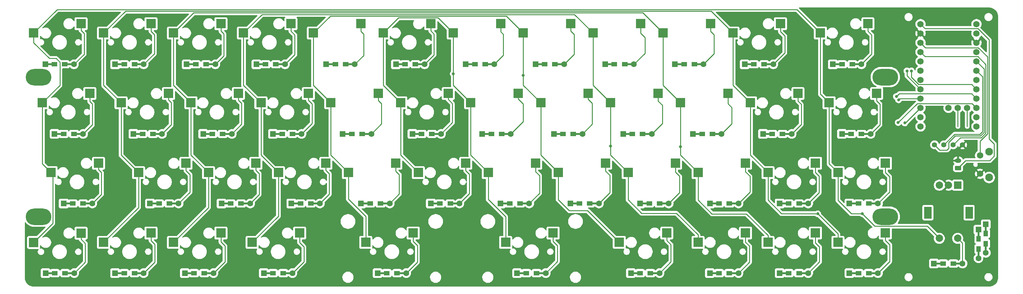
<source format=gbr>
%TF.GenerationSoftware,KiCad,Pcbnew,9.0.6*%
%TF.CreationDate,2025-12-30T17:34:46-07:00*%
%TF.ProjectId,Hotswap PCB,486f7473-7761-4702-9050-43422e6b6963,rev?*%
%TF.SameCoordinates,Original*%
%TF.FileFunction,Copper,L2,Bot*%
%TF.FilePolarity,Positive*%
%FSLAX46Y46*%
G04 Gerber Fmt 4.6, Leading zero omitted, Abs format (unit mm)*
G04 Created by KiCad (PCBNEW 9.0.6) date 2025-12-30 17:34:46*
%MOMM*%
%LPD*%
G01*
G04 APERTURE LIST*
G04 Aperture macros list*
%AMRoundRect*
0 Rectangle with rounded corners*
0 $1 Rounding radius*
0 $2 $3 $4 $5 $6 $7 $8 $9 X,Y pos of 4 corners*
0 Add a 4 corners polygon primitive as box body*
4,1,4,$2,$3,$4,$5,$6,$7,$8,$9,$2,$3,0*
0 Add four circle primitives for the rounded corners*
1,1,$1+$1,$2,$3*
1,1,$1+$1,$4,$5*
1,1,$1+$1,$6,$7*
1,1,$1+$1,$8,$9*
0 Add four rect primitives between the rounded corners*
20,1,$1+$1,$2,$3,$4,$5,0*
20,1,$1+$1,$4,$5,$6,$7,0*
20,1,$1+$1,$6,$7,$8,$9,0*
20,1,$1+$1,$8,$9,$2,$3,0*%
G04 Aperture macros list end*
%TA.AperFunction,SMDPad,CuDef*%
%ADD10R,1.600000X1.200000*%
%TD*%
%TA.AperFunction,SMDPad,CuDef*%
%ADD11R,2.900000X0.500000*%
%TD*%
%TA.AperFunction,ComponentPad*%
%ADD12R,1.600000X1.600000*%
%TD*%
%TA.AperFunction,ComponentPad*%
%ADD13C,1.600000*%
%TD*%
%TA.AperFunction,ComponentPad*%
%ADD14C,1.397000*%
%TD*%
%TA.AperFunction,SMDPad,CuDef*%
%ADD15R,2.550000X2.500000*%
%TD*%
%TA.AperFunction,ComponentPad*%
%ADD16O,7.001260X4.499360*%
%TD*%
%TA.AperFunction,SMDPad,CuDef*%
%ADD17R,1.200000X1.600000*%
%TD*%
%TA.AperFunction,SMDPad,CuDef*%
%ADD18R,0.500000X2.900000*%
%TD*%
%TA.AperFunction,ComponentPad*%
%ADD19R,2.000000X2.000000*%
%TD*%
%TA.AperFunction,ComponentPad*%
%ADD20C,2.000000*%
%TD*%
%TA.AperFunction,ComponentPad*%
%ADD21R,2.000000X3.200000*%
%TD*%
%TA.AperFunction,ComponentPad*%
%ADD22C,2.100000*%
%TD*%
%TA.AperFunction,ComponentPad*%
%ADD23C,1.750000*%
%TD*%
%TA.AperFunction,ComponentPad*%
%ADD24C,1.752600*%
%TD*%
%TA.AperFunction,ComponentPad*%
%ADD25RoundRect,0.250000X0.625000X-0.350000X0.625000X0.350000X-0.625000X0.350000X-0.625000X-0.350000X0*%
%TD*%
%TA.AperFunction,ComponentPad*%
%ADD26O,1.750000X1.200000*%
%TD*%
%TA.AperFunction,ViaPad*%
%ADD27C,0.800000*%
%TD*%
%TA.AperFunction,Conductor*%
%ADD28C,0.250000*%
%TD*%
G04 APERTURE END LIST*
D10*
%TO.P,D6,1,K*%
%TO.N,row0*%
X118600000Y-75500000D03*
D11*
X117500000Y-75500000D03*
D12*
X116100000Y-75500000D03*
D13*
%TO.P,D6,2,A*%
%TO.N,Net-(D6-A)*%
X123900000Y-75500000D03*
D11*
X122500000Y-75500000D03*
D10*
X121400000Y-75500000D03*
%TD*%
D14*
%TO.P,J1,1,SDA*%
%TO.N,SDA*%
X262802500Y-97500000D03*
%TO.P,J1,2,SCL*%
%TO.N,SCL*%
X265342500Y-97500000D03*
%TO.P,J1,3,VCC*%
%TO.N,VCC*%
X267882500Y-97500000D03*
%TO.P,J1,4,GND*%
%TO.N,GND*%
X270422500Y-97500000D03*
%TD*%
D15*
%TO.P,K9,1*%
%TO.N,col3*%
X169815000Y-66960000D03*
%TO.P,K9,2*%
%TO.N,Net-(D9-A)*%
X182742000Y-64420000D03*
%TD*%
D10*
%TO.P,D39,1,K*%
%TO.N,row3*%
X61100000Y-132500000D03*
D11*
X60000000Y-132500000D03*
D12*
X58600000Y-132500000D03*
D13*
%TO.P,D39,2,A*%
%TO.N,Net-(D39-A)*%
X66400000Y-132500000D03*
D11*
X65000000Y-132500000D03*
D10*
X63900000Y-132500000D03*
%TD*%
%TO.P,D9,1,K*%
%TO.N,row4*%
X175600000Y-75500000D03*
D11*
X174500000Y-75500000D03*
D12*
X173100000Y-75500000D03*
D13*
%TO.P,D9,2,A*%
%TO.N,Net-(D9-A)*%
X180900000Y-75500000D03*
D11*
X179500000Y-75500000D03*
D10*
X178400000Y-75500000D03*
%TD*%
%TO.P,D35,1,K*%
%TO.N,row6*%
X223100000Y-113500000D03*
D11*
X222000000Y-113500000D03*
D12*
X220600000Y-113500000D03*
D13*
%TO.P,D35,2,A*%
%TO.N,Net-(D35-A)*%
X228400000Y-113500000D03*
D11*
X227000000Y-113500000D03*
D10*
X225900000Y-113500000D03*
%TD*%
%TO.P,D20,1,K*%
%TO.N,row5*%
X161600000Y-94500000D03*
D11*
X160500000Y-94500000D03*
D12*
X159100000Y-94500000D03*
D13*
%TO.P,D20,2,A*%
%TO.N,Net-(D20-A)*%
X166900000Y-94500000D03*
D11*
X165500000Y-94500000D03*
D10*
X164400000Y-94500000D03*
%TD*%
%TO.P,D1,1,K*%
%TO.N,row0*%
X23100000Y-75500000D03*
D11*
X22000000Y-75500000D03*
D12*
X20600000Y-75500000D03*
D13*
%TO.P,D1,2,A*%
%TO.N,Net-(D1-A)*%
X28400000Y-75500000D03*
D11*
X27000000Y-75500000D03*
D10*
X25900000Y-75500000D03*
%TD*%
D15*
%TO.P,K29,1*%
%TO.N,col4*%
X103140000Y-105060000D03*
%TO.P,K29,2*%
%TO.N,Net-(D29-A)*%
X116067000Y-102520000D03*
%TD*%
%TO.P,K38,1*%
%TO.N,col1*%
X36465000Y-124110000D03*
%TO.P,K38,2*%
%TO.N,Net-(D38-A)*%
X49392000Y-121570000D03*
%TD*%
%TO.P,K42,1*%
%TO.N,col5*%
X145990000Y-124110000D03*
%TO.P,K42,2*%
%TO.N,Net-(D42-A)*%
X158917000Y-121570000D03*
%TD*%
%TO.P,K10,1*%
%TO.N,col2*%
X188865000Y-66960000D03*
%TO.P,K10,2*%
%TO.N,Net-(D10-A)*%
X201792000Y-64420000D03*
%TD*%
D16*
%TO.P,Mnt,1*%
%TO.N,N/C*%
X249400000Y-117100000D03*
%TD*%
D10*
%TO.P,D31,1,K*%
%TO.N,row6*%
X147100000Y-113500000D03*
D11*
X146000000Y-113500000D03*
D12*
X144600000Y-113500000D03*
D13*
%TO.P,D31,2,A*%
%TO.N,Net-(D31-A)*%
X152400000Y-113500000D03*
D11*
X151000000Y-113500000D03*
D10*
X149900000Y-113500000D03*
%TD*%
%TO.P,D27,1,K*%
%TO.N,row2*%
X71100000Y-113500000D03*
D11*
X70000000Y-113500000D03*
D12*
X68600000Y-113500000D03*
D13*
%TO.P,D27,2,A*%
%TO.N,Net-(D27-A)*%
X76400000Y-113500000D03*
D11*
X75000000Y-113500000D03*
D10*
X73900000Y-113500000D03*
%TD*%
%TO.P,D10,1,K*%
%TO.N,row4*%
X194600000Y-75500000D03*
D11*
X193500000Y-75500000D03*
D12*
X192100000Y-75500000D03*
D13*
%TO.P,D10,2,A*%
%TO.N,Net-(D10-A)*%
X199900000Y-75500000D03*
D11*
X198500000Y-75500000D03*
D10*
X197400000Y-75500000D03*
%TD*%
%TO.P,D11,1,K*%
%TO.N,row4*%
X213600000Y-75500000D03*
D11*
X212500000Y-75500000D03*
D12*
X211100000Y-75500000D03*
D13*
%TO.P,D11,2,A*%
%TO.N,Net-(D11-A)*%
X218900000Y-75500000D03*
D11*
X217500000Y-75500000D03*
D10*
X216400000Y-75500000D03*
%TD*%
D15*
%TO.P,K43,1*%
%TO.N,col4*%
X176940000Y-124110000D03*
%TO.P,K43,2*%
%TO.N,Net-(D43-A)*%
X189867000Y-121570000D03*
%TD*%
D10*
%TO.P,D41,1,K*%
%TO.N,row3*%
X113600000Y-132500000D03*
D11*
X112500000Y-132500000D03*
D12*
X111100000Y-132500000D03*
D13*
%TO.P,D41,2,A*%
%TO.N,Net-(D41-A)*%
X118900000Y-132500000D03*
D11*
X117500000Y-132500000D03*
D10*
X116400000Y-132500000D03*
%TD*%
%TO.P,D34,1,K*%
%TO.N,row6*%
X204100000Y-113500000D03*
D11*
X203000000Y-113500000D03*
D12*
X201600000Y-113500000D03*
D13*
%TO.P,D34,2,A*%
%TO.N,Net-(D34-A)*%
X209400000Y-113500000D03*
D11*
X208000000Y-113500000D03*
D10*
X206900000Y-113500000D03*
%TD*%
%TO.P,D24,1,K*%
%TO.N,row5*%
X240100000Y-94500000D03*
D11*
X239000000Y-94500000D03*
D12*
X237600000Y-94500000D03*
D13*
%TO.P,D24,2,A*%
%TO.N,Net-(D24-A)*%
X245400000Y-94500000D03*
D11*
X244000000Y-94500000D03*
D10*
X242900000Y-94500000D03*
%TD*%
D17*
%TO.P,D48,1*%
%TO.N,N/C*%
X274770000Y-123140000D03*
D18*
X274770000Y-122040000D03*
D12*
X274770000Y-120640000D03*
D13*
%TO.P,D48,2*%
X274770000Y-128440000D03*
D18*
X274770000Y-127040000D03*
D17*
X274770000Y-125940000D03*
%TD*%
D15*
%TO.P,K28,1*%
%TO.N,col3*%
X84090000Y-105060000D03*
%TO.P,K28,2*%
%TO.N,Net-(D28-A)*%
X97017000Y-102520000D03*
%TD*%
%TO.P,K31,1*%
%TO.N,col5*%
X141240000Y-105060000D03*
%TO.P,K31,2*%
%TO.N,Net-(D31-A)*%
X154167000Y-102520000D03*
%TD*%
D10*
%TO.P,D29,1,K*%
%TO.N,row2*%
X109100000Y-113500000D03*
D11*
X108000000Y-113500000D03*
D12*
X106600000Y-113500000D03*
D13*
%TO.P,D29,2,A*%
%TO.N,Net-(D29-A)*%
X114400000Y-113500000D03*
D11*
X113000000Y-113500000D03*
D10*
X111900000Y-113500000D03*
%TD*%
D15*
%TO.P,K19,1*%
%TO.N,col5*%
X136465000Y-86010000D03*
%TO.P,K19,2*%
%TO.N,Net-(D19-A)*%
X149392000Y-83470000D03*
%TD*%
D10*
%TO.P,D44,1,K*%
%TO.N,row7*%
X204100000Y-132500000D03*
D11*
X203000000Y-132500000D03*
D12*
X201600000Y-132500000D03*
D13*
%TO.P,D44,2,A*%
%TO.N,Net-(D44-A)*%
X209400000Y-132500000D03*
D11*
X208000000Y-132500000D03*
D10*
X206900000Y-132500000D03*
%TD*%
D15*
%TO.P,K2,1*%
%TO.N,col1*%
X36465000Y-66960000D03*
%TO.P,K2,2*%
%TO.N,Net-(D2-A)*%
X49392000Y-64420000D03*
%TD*%
%TO.P,K39,1*%
%TO.N,col2*%
X55515000Y-124110000D03*
%TO.P,K39,2*%
%TO.N,Net-(D39-A)*%
X68442000Y-121570000D03*
%TD*%
%TO.P,K37,1*%
%TO.N,col0*%
X17415000Y-124135000D03*
%TO.P,K37,2*%
%TO.N,Net-(D37-A)*%
X30342000Y-121595000D03*
%TD*%
D10*
%TO.P,D19,1,K*%
%TO.N,row5*%
X142100000Y-94500000D03*
D11*
X141000000Y-94500000D03*
D12*
X139600000Y-94500000D03*
D13*
%TO.P,D19,2,A*%
%TO.N,Net-(D19-A)*%
X147400000Y-94500000D03*
D11*
X146000000Y-94500000D03*
D10*
X144900000Y-94500000D03*
%TD*%
%TO.P,D8,1,K*%
%TO.N,row4*%
X156600000Y-75500000D03*
D11*
X155500000Y-75500000D03*
D12*
X154100000Y-75500000D03*
D13*
%TO.P,D8,2,A*%
%TO.N,Net-(D8-A)*%
X161900000Y-75500000D03*
D11*
X160500000Y-75500000D03*
D10*
X159400000Y-75500000D03*
%TD*%
D15*
%TO.P,K46,1*%
%TO.N,col1*%
X236490000Y-124110000D03*
%TO.P,K46,2*%
%TO.N,Net-(D46-A)*%
X249417000Y-121570000D03*
%TD*%
%TO.P,K22,1*%
%TO.N,col2*%
X193615000Y-86010000D03*
%TO.P,K22,2*%
%TO.N,Net-(D22-A)*%
X206542000Y-83470000D03*
%TD*%
D10*
%TO.P,D14,1,K*%
%TO.N,row1*%
X47100000Y-94500000D03*
D11*
X46000000Y-94500000D03*
D12*
X44600000Y-94500000D03*
D13*
%TO.P,D14,2,A*%
%TO.N,Net-(D14-A)*%
X52400000Y-94500000D03*
D11*
X51000000Y-94500000D03*
D10*
X49900000Y-94500000D03*
%TD*%
%TO.P,D22,1,K*%
%TO.N,row5*%
X199500000Y-94500000D03*
D11*
X198400000Y-94500000D03*
D12*
X197000000Y-94500000D03*
D13*
%TO.P,D22,2,A*%
%TO.N,Net-(D22-A)*%
X204800000Y-94500000D03*
D11*
X203400000Y-94500000D03*
D10*
X202300000Y-94500000D03*
%TD*%
%TO.P,D4,1,K*%
%TO.N,row0*%
X80600000Y-75500000D03*
D11*
X79500000Y-75500000D03*
D12*
X78100000Y-75500000D03*
D13*
%TO.P,D4,2,A*%
%TO.N,Net-(D4-A)*%
X85900000Y-75500000D03*
D11*
X84500000Y-75500000D03*
D10*
X83400000Y-75500000D03*
%TD*%
D19*
%TO.P,SW1,A,A*%
%TO.N,rot0*%
X269112500Y-108500000D03*
D20*
%TO.P,SW1,B,B*%
%TO.N,rot1*%
X264112500Y-108500000D03*
%TO.P,SW1,C,C*%
%TO.N,GND*%
X266612500Y-108500000D03*
D21*
%TO.P,SW1,MP*%
%TO.N,N/C*%
X272212500Y-116000000D03*
X261012500Y-116000000D03*
D20*
%TO.P,SW1,S1,S1*%
%TO.N,col0*%
X264112500Y-123000000D03*
%TO.P,SW1,S2,S2*%
%TO.N,Net-(D47-A)*%
X269112500Y-123000000D03*
%TD*%
D15*
%TO.P,K14,1*%
%TO.N,col1*%
X41240000Y-86010000D03*
%TO.P,K14,2*%
%TO.N,Net-(D14-A)*%
X54167000Y-83470000D03*
%TD*%
%TO.P,K1,1*%
%TO.N,col0*%
X17415000Y-66960000D03*
%TO.P,K1,2*%
%TO.N,Net-(D1-A)*%
X30342000Y-64420000D03*
%TD*%
%TO.P,K15,1*%
%TO.N,col2*%
X60265000Y-86010000D03*
%TO.P,K15,2*%
%TO.N,Net-(D15-A)*%
X73192000Y-83470000D03*
%TD*%
%TO.P,K36,1*%
%TO.N,col0*%
X236490000Y-105060000D03*
%TO.P,K36,2*%
%TO.N,Net-(D36-A)*%
X249417000Y-102520000D03*
%TD*%
%TO.P,K12,1*%
%TO.N,col0*%
X231715000Y-66960000D03*
%TO.P,K12,2*%
%TO.N,Net-(D12-A)*%
X244642000Y-64420000D03*
%TD*%
%TO.P,K18,1*%
%TO.N,col5*%
X117415000Y-86010000D03*
%TO.P,K18,2*%
%TO.N,Net-(D18-A)*%
X130342000Y-83470000D03*
%TD*%
%TO.P,K11,1*%
%TO.N,col1*%
X207915000Y-66960000D03*
%TO.P,K11,2*%
%TO.N,Net-(D11-A)*%
X220842000Y-64420000D03*
%TD*%
D10*
%TO.P,D32,1,K*%
%TO.N,row6*%
X166100000Y-113500000D03*
D11*
X165000000Y-113500000D03*
D12*
X163600000Y-113500000D03*
D13*
%TO.P,D32,2,A*%
%TO.N,Net-(D32-A)*%
X171400000Y-113500000D03*
D11*
X170000000Y-113500000D03*
D10*
X168900000Y-113500000D03*
%TD*%
D17*
%TO.P,D49,1*%
%TO.N,N/C*%
X276780000Y-121670000D03*
D18*
X276780000Y-120570000D03*
D12*
X276780000Y-119170000D03*
D13*
%TO.P,D49,2*%
X276780000Y-126970000D03*
D18*
X276780000Y-125570000D03*
D17*
X276780000Y-124470000D03*
%TD*%
D10*
%TO.P,D2,1,K*%
%TO.N,row0*%
X42100000Y-75500000D03*
D11*
X41000000Y-75500000D03*
D12*
X39600000Y-75500000D03*
D13*
%TO.P,D2,2,A*%
%TO.N,Net-(D2-A)*%
X47400000Y-75500000D03*
D11*
X46000000Y-75500000D03*
D10*
X44900000Y-75500000D03*
%TD*%
D16*
%TO.P,Mnt,1*%
%TO.N,N/C*%
X249400000Y-79000000D03*
%TD*%
D10*
%TO.P,D26,1,K*%
%TO.N,row2*%
X51600000Y-113500000D03*
D11*
X50500000Y-113500000D03*
D12*
X49100000Y-113500000D03*
D13*
%TO.P,D26,2,A*%
%TO.N,Net-(D26-A)*%
X56900000Y-113500000D03*
D11*
X55500000Y-113500000D03*
D10*
X54400000Y-113500000D03*
%TD*%
D15*
%TO.P,K5,1*%
%TO.N,col4*%
X93615000Y-66960000D03*
%TO.P,K5,2*%
%TO.N,Net-(D5-A)*%
X106542000Y-64420000D03*
%TD*%
%TO.P,K44,1*%
%TO.N,col3*%
X198390000Y-124110000D03*
%TO.P,K44,2*%
%TO.N,Net-(D44-A)*%
X211317000Y-121570000D03*
%TD*%
D10*
%TO.P,D25,1,K*%
%TO.N,row2*%
X28100000Y-113500000D03*
D11*
X27000000Y-113500000D03*
D12*
X25600000Y-113500000D03*
D13*
%TO.P,D25,2,A*%
%TO.N,Net-(D25-A)*%
X33400000Y-113500000D03*
D11*
X32000000Y-113500000D03*
D10*
X30900000Y-113500000D03*
%TD*%
D15*
%TO.P,K8,1*%
%TO.N,col4*%
X150765000Y-66960000D03*
%TO.P,K8,2*%
%TO.N,Net-(D8-A)*%
X163692000Y-64420000D03*
%TD*%
%TO.P,K30,1*%
%TO.N,col5*%
X122190000Y-105060000D03*
%TO.P,K30,2*%
%TO.N,Net-(D30-A)*%
X135117000Y-102520000D03*
%TD*%
%TO.P,K32,1*%
%TO.N,col4*%
X160290000Y-105060000D03*
%TO.P,K32,2*%
%TO.N,Net-(D32-A)*%
X173217000Y-102520000D03*
%TD*%
%TO.P,K45,1*%
%TO.N,col2*%
X217440000Y-124110000D03*
%TO.P,K45,2*%
%TO.N,Net-(D45-A)*%
X230367000Y-121570000D03*
%TD*%
%TO.P,K4,1*%
%TO.N,col3*%
X74565000Y-66960000D03*
%TO.P,K4,2*%
%TO.N,Net-(D4-A)*%
X87492000Y-64420000D03*
%TD*%
D10*
%TO.P,D5,1,K*%
%TO.N,row0*%
X99600000Y-75500000D03*
D11*
X98500000Y-75500000D03*
D12*
X97100000Y-75500000D03*
D13*
%TO.P,D5,2,A*%
%TO.N,Net-(D5-A)*%
X104900000Y-75500000D03*
D11*
X103500000Y-75500000D03*
D10*
X102400000Y-75500000D03*
%TD*%
%TO.P,D45,1,K*%
%TO.N,row7*%
X223100000Y-132500000D03*
D11*
X222000000Y-132500000D03*
D12*
X220600000Y-132500000D03*
D13*
%TO.P,D45,2,A*%
%TO.N,Net-(D45-A)*%
X228400000Y-132500000D03*
D11*
X227000000Y-132500000D03*
D10*
X225900000Y-132500000D03*
%TD*%
D15*
%TO.P,K40,1*%
%TO.N,col3*%
X76940000Y-124110000D03*
%TO.P,K40,2*%
%TO.N,Net-(D40-A)*%
X89867000Y-121570000D03*
%TD*%
D10*
%TO.P,D12,1,K*%
%TO.N,row4*%
X237600000Y-75500000D03*
D11*
X236500000Y-75500000D03*
D12*
X235100000Y-75500000D03*
D13*
%TO.P,D12,2,A*%
%TO.N,Net-(D12-A)*%
X242900000Y-75500000D03*
D11*
X241500000Y-75500000D03*
D10*
X240400000Y-75500000D03*
%TD*%
D15*
%TO.P,K17,1*%
%TO.N,col4*%
X98365000Y-86010000D03*
%TO.P,K17,2*%
%TO.N,Net-(D17-A)*%
X111292000Y-83470000D03*
%TD*%
%TO.P,K3,1*%
%TO.N,col2*%
X55515000Y-66960000D03*
%TO.P,K3,2*%
%TO.N,Net-(D3-A)*%
X68442000Y-64420000D03*
%TD*%
%TO.P,K21,1*%
%TO.N,col3*%
X174565000Y-86010000D03*
%TO.P,K21,2*%
%TO.N,Net-(D21-A)*%
X187492000Y-83470000D03*
%TD*%
%TO.P,K20,1*%
%TO.N,col4*%
X155540000Y-86010000D03*
%TO.P,K20,2*%
%TO.N,Net-(D20-A)*%
X168467000Y-83470000D03*
%TD*%
%TO.P,K16,1*%
%TO.N,col3*%
X79340000Y-86010000D03*
%TO.P,K16,2*%
%TO.N,Net-(D16-A)*%
X92267000Y-83470000D03*
%TD*%
%TO.P,K27,1*%
%TO.N,col2*%
X65040000Y-105060000D03*
%TO.P,K27,2*%
%TO.N,Net-(D27-A)*%
X77967000Y-102520000D03*
%TD*%
D10*
%TO.P,D33,1,K*%
%TO.N,row6*%
X185100000Y-113500000D03*
D11*
X184000000Y-113500000D03*
D12*
X182600000Y-113500000D03*
D13*
%TO.P,D33,2,A*%
%TO.N,Net-(D33-A)*%
X190400000Y-113500000D03*
D11*
X189000000Y-113500000D03*
D10*
X187900000Y-113500000D03*
%TD*%
D16*
%TO.P,Mnt,1*%
%TO.N,N/C*%
X18800000Y-79000000D03*
%TD*%
D15*
%TO.P,K34,1*%
%TO.N,col2*%
X198390000Y-105060000D03*
%TO.P,K34,2*%
%TO.N,Net-(D34-A)*%
X211317000Y-102520000D03*
%TD*%
D10*
%TO.P,D28,1,K*%
%TO.N,row2*%
X90100000Y-113500000D03*
D11*
X89000000Y-113500000D03*
D12*
X87600000Y-113500000D03*
D13*
%TO.P,D28,2,A*%
%TO.N,Net-(D28-A)*%
X95400000Y-113500000D03*
D11*
X94000000Y-113500000D03*
D10*
X92900000Y-113500000D03*
%TD*%
%TO.P,D15,1,K*%
%TO.N,row1*%
X66100000Y-94500000D03*
D11*
X65000000Y-94500000D03*
D12*
X63600000Y-94500000D03*
D13*
%TO.P,D15,2,A*%
%TO.N,Net-(D15-A)*%
X71400000Y-94500000D03*
D11*
X70000000Y-94500000D03*
D10*
X68900000Y-94500000D03*
%TD*%
D15*
%TO.P,K26,1*%
%TO.N,col1*%
X45990000Y-105060000D03*
%TO.P,K26,2*%
%TO.N,Net-(D26-A)*%
X58917000Y-102520000D03*
%TD*%
D10*
%TO.P,D7,1,K*%
%TO.N,row4*%
X137600000Y-75500000D03*
D11*
X136500000Y-75500000D03*
D12*
X135100000Y-75500000D03*
D13*
%TO.P,D7,2,A*%
%TO.N,Net-(D7-A)*%
X142900000Y-75500000D03*
D11*
X141500000Y-75500000D03*
D10*
X140400000Y-75500000D03*
%TD*%
%TO.P,D37,1,K*%
%TO.N,row3*%
X23180000Y-132500000D03*
D11*
X22080000Y-132500000D03*
D12*
X20680000Y-132500000D03*
D13*
%TO.P,D37,2,A*%
%TO.N,Net-(D37-A)*%
X28480000Y-132500000D03*
D11*
X27080000Y-132500000D03*
D10*
X25980000Y-132500000D03*
%TD*%
D15*
%TO.P,K7,1*%
%TO.N,col5*%
X131715000Y-66960000D03*
%TO.P,K7,2*%
%TO.N,Net-(D7-A)*%
X144642000Y-64420000D03*
%TD*%
D10*
%TO.P,D16,1,K*%
%TO.N,row1*%
X85100000Y-94500000D03*
D11*
X84000000Y-94500000D03*
D12*
X82600000Y-94500000D03*
D13*
%TO.P,D16,2,A*%
%TO.N,Net-(D16-A)*%
X90400000Y-94500000D03*
D11*
X89000000Y-94500000D03*
D10*
X87900000Y-94500000D03*
%TD*%
D15*
%TO.P,K33,1*%
%TO.N,col3*%
X179340000Y-105060000D03*
%TO.P,K33,2*%
%TO.N,Net-(D33-A)*%
X192267000Y-102520000D03*
%TD*%
D10*
%TO.P,D17,1,K*%
%TO.N,row1*%
X104100000Y-94500000D03*
D11*
X103000000Y-94500000D03*
D12*
X101600000Y-94500000D03*
D13*
%TO.P,D17,2,A*%
%TO.N,Net-(D17-A)*%
X109400000Y-94500000D03*
D11*
X108000000Y-94500000D03*
D10*
X106900000Y-94500000D03*
%TD*%
%TO.P,D38,1,K*%
%TO.N,row3*%
X42100000Y-132500000D03*
D11*
X41000000Y-132500000D03*
D12*
X39600000Y-132500000D03*
D13*
%TO.P,D38,2,A*%
%TO.N,Net-(D38-A)*%
X47400000Y-132500000D03*
D11*
X46000000Y-132500000D03*
D10*
X44900000Y-132500000D03*
%TD*%
D15*
%TO.P,K35,1*%
%TO.N,col1*%
X217440000Y-105060000D03*
%TO.P,K35,2*%
%TO.N,Net-(D35-A)*%
X230367000Y-102520000D03*
%TD*%
%TO.P,K24,1*%
%TO.N,col0*%
X234090000Y-86010000D03*
%TO.P,K24,2*%
%TO.N,Net-(D24-A)*%
X247017000Y-83470000D03*
%TD*%
D10*
%TO.P,D46,1,K*%
%TO.N,row7*%
X242100000Y-132500000D03*
D11*
X241000000Y-132500000D03*
D12*
X239600000Y-132500000D03*
D13*
%TO.P,D46,2,A*%
%TO.N,Net-(D46-A)*%
X247400000Y-132500000D03*
D11*
X246000000Y-132500000D03*
D10*
X244900000Y-132500000D03*
%TD*%
D15*
%TO.P,K6,1*%
%TO.N,col5*%
X112665000Y-66960000D03*
%TO.P,K6,2*%
%TO.N,Net-(D6-A)*%
X125592000Y-64420000D03*
%TD*%
D16*
%TO.P,Mnt,1*%
%TO.N,N/C*%
X18800000Y-117100000D03*
%TD*%
D10*
%TO.P,D23,1,K*%
%TO.N,row5*%
X218600000Y-94500000D03*
D11*
X217500000Y-94500000D03*
D12*
X216100000Y-94500000D03*
D13*
%TO.P,D23,2,A*%
%TO.N,Net-(D23-A)*%
X223900000Y-94500000D03*
D11*
X222500000Y-94500000D03*
D10*
X221400000Y-94500000D03*
%TD*%
D15*
%TO.P,K13,1*%
%TO.N,col0*%
X19790000Y-86010000D03*
%TO.P,K13,2*%
%TO.N,Net-(D13-A)*%
X32717000Y-83470000D03*
%TD*%
D10*
%TO.P,D43,1,K*%
%TO.N,row7*%
X182600000Y-132500000D03*
D11*
X181500000Y-132500000D03*
D12*
X180100000Y-132500000D03*
D13*
%TO.P,D43,2,A*%
%TO.N,Net-(D43-A)*%
X187900000Y-132500000D03*
D11*
X186500000Y-132500000D03*
D10*
X185400000Y-132500000D03*
%TD*%
%TO.P,D47,1,K*%
%TO.N,row7*%
X265125000Y-129875000D03*
D11*
X264025000Y-129875000D03*
D12*
X262625000Y-129875000D03*
D13*
%TO.P,D47,2,A*%
%TO.N,Net-(D47-A)*%
X270425000Y-129875000D03*
D11*
X269025000Y-129875000D03*
D10*
X267925000Y-129875000D03*
%TD*%
%TO.P,D40,1,K*%
%TO.N,row3*%
X82600000Y-132500000D03*
D11*
X81500000Y-132500000D03*
D12*
X80100000Y-132500000D03*
D13*
%TO.P,D40,2,A*%
%TO.N,Net-(D40-A)*%
X87900000Y-132500000D03*
D11*
X86500000Y-132500000D03*
D10*
X85400000Y-132500000D03*
%TD*%
%TO.P,D18,1,K*%
%TO.N,row1*%
X123100000Y-94500000D03*
D11*
X122000000Y-94500000D03*
D12*
X120600000Y-94500000D03*
D13*
%TO.P,D18,2,A*%
%TO.N,Net-(D18-A)*%
X128400000Y-94500000D03*
D11*
X127000000Y-94500000D03*
D10*
X125900000Y-94500000D03*
%TD*%
%TO.P,D13,1,K*%
%TO.N,row1*%
X25600000Y-94500000D03*
D11*
X24500000Y-94500000D03*
D12*
X23100000Y-94500000D03*
D13*
%TO.P,D13,2,A*%
%TO.N,Net-(D13-A)*%
X30900000Y-94500000D03*
D11*
X29500000Y-94500000D03*
D10*
X28400000Y-94500000D03*
%TD*%
D15*
%TO.P,K23,1*%
%TO.N,col1*%
X212665000Y-86010000D03*
%TO.P,K23,2*%
%TO.N,Net-(D23-A)*%
X225592000Y-83470000D03*
%TD*%
%TO.P,K25,1*%
%TO.N,col0*%
X22165000Y-105060000D03*
%TO.P,K25,2*%
%TO.N,Net-(D25-A)*%
X35092000Y-102520000D03*
%TD*%
D10*
%TO.P,D36,1,K*%
%TO.N,row6*%
X242100000Y-113500000D03*
D11*
X241000000Y-113500000D03*
D12*
X239600000Y-113500000D03*
D13*
%TO.P,D36,2,A*%
%TO.N,Net-(D36-A)*%
X247400000Y-113500000D03*
D11*
X246000000Y-113500000D03*
D10*
X244900000Y-113500000D03*
%TD*%
%TO.P,D30,1,K*%
%TO.N,row2*%
X128100000Y-113500000D03*
D11*
X127000000Y-113500000D03*
D12*
X125600000Y-113500000D03*
D13*
%TO.P,D30,2,A*%
%TO.N,Net-(D30-A)*%
X133400000Y-113500000D03*
D11*
X132000000Y-113500000D03*
D10*
X130900000Y-113500000D03*
%TD*%
%TO.P,D3,1,K*%
%TO.N,row0*%
X61600000Y-75500000D03*
D11*
X60500000Y-75500000D03*
D12*
X59100000Y-75500000D03*
D13*
%TO.P,D3,2,A*%
%TO.N,Net-(D3-A)*%
X66900000Y-75500000D03*
D11*
X65500000Y-75500000D03*
D10*
X64400000Y-75500000D03*
%TD*%
%TO.P,D21,1,K*%
%TO.N,row5*%
X180500000Y-94500000D03*
D11*
X179400000Y-94500000D03*
D12*
X178000000Y-94500000D03*
D13*
%TO.P,D21,2,A*%
%TO.N,Net-(D21-A)*%
X185800000Y-94500000D03*
D11*
X184400000Y-94500000D03*
D10*
X183300000Y-94500000D03*
%TD*%
D15*
%TO.P,K41,1*%
%TO.N,col4*%
X107890000Y-124110000D03*
%TO.P,K41,2*%
%TO.N,Net-(D41-A)*%
X120817000Y-121570000D03*
%TD*%
D10*
%TO.P,D42,1,K*%
%TO.N,row7*%
X151600000Y-132500000D03*
D11*
X150500000Y-132500000D03*
D12*
X149100000Y-132500000D03*
D13*
%TO.P,D42,2,A*%
%TO.N,Net-(D42-A)*%
X156900000Y-132500000D03*
D11*
X155500000Y-132500000D03*
D10*
X154400000Y-132500000D03*
%TD*%
D22*
%TO.P,SW2,*%
%TO.N,*%
X277677500Y-106400000D03*
X277677500Y-99390000D03*
D23*
%TO.P,SW2,1,1*%
%TO.N,GND*%
X275187500Y-105400000D03*
%TO.P,SW2,2,2*%
%TO.N,RST*%
X275187500Y-100400000D03*
%TD*%
D24*
%TO.P,U2,1,006*%
%TO.N,unconnected-(U2-006-Pad1)*%
X274232500Y-64530000D03*
%TO.P,U2,2,008*%
%TO.N,unconnected-(U2-008-Pad2)*%
X274232500Y-67070000D03*
%TO.P,U2,3,GND*%
%TO.N,GND*%
X274232500Y-69610000D03*
%TO.P,U2,4,GND*%
X274232500Y-72150000D03*
%TO.P,U2,5,0.17*%
%TO.N,SDA*%
X274232500Y-74690000D03*
%TO.P,U2,6,0.20*%
%TO.N,SCL*%
X274232500Y-77230000D03*
%TO.P,U2,7,0.22*%
%TO.N,row5*%
X274232500Y-79770000D03*
%TO.P,U2,8,0.24*%
%TO.N,col5*%
X274232500Y-82310000D03*
%TO.P,U2,9,1.00*%
%TO.N,col3*%
X274232500Y-84850000D03*
%TO.P,U2,10,0.11*%
%TO.N,col1*%
X274232500Y-87390000D03*
%TO.P,U2,11,1.04*%
%TO.N,row6*%
X274232500Y-89930000D03*
%TO.P,U2,12,1.06*%
%TO.N,row3*%
X274232500Y-92470000D03*
%TO.P,U2,13,0.09*%
%TO.N,row7*%
X258992500Y-92470000D03*
%TO.P,U2,14,0.10*%
%TO.N,row2*%
X258992500Y-89930000D03*
%TO.P,U2,15,1.11*%
%TO.N,col0*%
X258992500Y-87390000D03*
%TO.P,U2,16,1.13*%
%TO.N,col2*%
X258992500Y-84850000D03*
%TO.P,U2,17,1.15*%
%TO.N,col4*%
X258992500Y-82310000D03*
%TO.P,U2,18,0.02*%
%TO.N,row1*%
X258992500Y-79770000D03*
%TO.P,U2,19,0.29*%
%TO.N,row0*%
X258992500Y-77230000D03*
%TO.P,U2,20,0.31*%
%TO.N,row4*%
X258992500Y-74690000D03*
%TO.P,U2,21,VCC*%
%TO.N,VCC*%
X258992500Y-72150000D03*
%TO.P,U2,22,RST*%
%TO.N,RST*%
X258992500Y-69610000D03*
%TO.P,U2,23,GND*%
%TO.N,GND*%
X258992500Y-67070000D03*
%TO.P,U2,24,Bat+*%
%TO.N,Net-(J2-Pin_1)*%
X258992500Y-64530000D03*
%TO.P,U2,31,1.01*%
%TO.N,rot0*%
X271692500Y-87390000D03*
%TO.P,U2,32,1.02*%
%TO.N,rot1*%
X269152500Y-87390000D03*
%TO.P,U2,33,1.07*%
%TO.N,unconnected-(U2-1.07-Pad33)*%
X266612500Y-87390000D03*
%TD*%
D25*
%TO.P,J2,1,Pin_1*%
%TO.N,Net-(J2-Pin_1)*%
X269200000Y-103800000D03*
D26*
%TO.P,J2,2,Pin_2*%
%TO.N,GND*%
X269200000Y-101800000D03*
%TD*%
D27*
%TO.N,col0*%
X243125000Y-116275000D03*
X254700000Y-91500000D03*
%TO.N,col1*%
X252900000Y-91400000D03*
X230987500Y-116312500D03*
%TO.N,col2*%
X193600000Y-98000000D03*
X253000000Y-85200000D03*
%TO.N,col3*%
X252400000Y-84300000D03*
X174565000Y-97835000D03*
%TO.N,col4*%
X150765000Y-78535000D03*
X255300000Y-77300000D03*
%TO.N,col5*%
X256500000Y-77300000D03*
X131715000Y-78085000D03*
%TD*%
D28*
%TO.N,Net-(D1-A)*%
X30342000Y-64420000D02*
X30342000Y-66242000D01*
X31175000Y-72725000D02*
X28400000Y-75500000D01*
X31175000Y-67075000D02*
X31175000Y-72725000D01*
X30342000Y-66242000D02*
X31175000Y-67075000D01*
%TO.N,Net-(D2-A)*%
X49392000Y-66492000D02*
X50300000Y-67400000D01*
X50300000Y-72600000D02*
X47400000Y-75500000D01*
X49392000Y-64420000D02*
X49392000Y-66492000D01*
X50300000Y-67400000D02*
X50300000Y-72600000D01*
%TO.N,Net-(D3-A)*%
X68442000Y-66417000D02*
X69225000Y-67200000D01*
X68442000Y-64420000D02*
X68442000Y-66417000D01*
X69225000Y-73175000D02*
X66900000Y-75500000D01*
X69225000Y-67200000D02*
X69225000Y-73175000D01*
%TO.N,Net-(D4-A)*%
X87492000Y-64420000D02*
X87492000Y-66442000D01*
X88550000Y-67500000D02*
X88550000Y-72850000D01*
X88550000Y-72850000D02*
X85900000Y-75500000D01*
X87492000Y-66442000D02*
X88550000Y-67500000D01*
%TO.N,Net-(D5-A)*%
X106542000Y-66517000D02*
X107325000Y-67300000D01*
X107325000Y-67300000D02*
X107325000Y-73075000D01*
X106542000Y-64420000D02*
X106542000Y-66517000D01*
X107325000Y-73075000D02*
X104900000Y-75500000D01*
%TO.N,Net-(D6-A)*%
X125592000Y-64420000D02*
X125592000Y-66342000D01*
X126475000Y-67225000D02*
X126475000Y-72925000D01*
X126475000Y-72925000D02*
X123900000Y-75500000D01*
X125592000Y-66342000D02*
X126475000Y-67225000D01*
%TO.N,Net-(D7-A)*%
X145375000Y-73025000D02*
X142900000Y-75500000D01*
X144642000Y-64420000D02*
X144642000Y-66617000D01*
X144642000Y-66617000D02*
X145375000Y-67350000D01*
X145375000Y-67350000D02*
X145375000Y-73025000D01*
%TO.N,Net-(D8-A)*%
X163692000Y-66417000D02*
X164650000Y-67375000D01*
X164650000Y-67375000D02*
X164650000Y-72750000D01*
X164650000Y-72750000D02*
X161900000Y-75500000D01*
X163692000Y-64420000D02*
X163692000Y-66417000D01*
%TO.N,Net-(D9-A)*%
X183925000Y-72475000D02*
X180900000Y-75500000D01*
X182742000Y-66967000D02*
X183925000Y-68150000D01*
X183925000Y-68150000D02*
X183925000Y-72475000D01*
X182742000Y-64420000D02*
X182742000Y-66967000D01*
%TO.N,Net-(D10-A)*%
X201792000Y-64420000D02*
X201792000Y-66467000D01*
X202775000Y-67450000D02*
X202775000Y-72625000D01*
X202775000Y-72625000D02*
X199900000Y-75500000D01*
X201792000Y-66467000D02*
X202775000Y-67450000D01*
%TO.N,Net-(D11-A)*%
X222025000Y-72375000D02*
X218900000Y-75500000D01*
X220842000Y-64420000D02*
X220842000Y-66617000D01*
X222025000Y-67800000D02*
X222025000Y-72375000D01*
X220842000Y-66617000D02*
X222025000Y-67800000D01*
%TO.N,Net-(D12-A)*%
X245700000Y-72700000D02*
X242900000Y-75500000D01*
X244642000Y-64420000D02*
X244642000Y-66442000D01*
X245700000Y-67500000D02*
X245700000Y-72700000D01*
X244642000Y-66442000D02*
X245700000Y-67500000D01*
%TO.N,Net-(D13-A)*%
X32717000Y-85667000D02*
X33400000Y-86350000D01*
X33400000Y-86350000D02*
X33400000Y-92000000D01*
X33400000Y-92000000D02*
X30900000Y-94500000D01*
X32717000Y-83470000D02*
X32717000Y-85667000D01*
%TO.N,Net-(D14-A)*%
X54900000Y-92000000D02*
X52400000Y-94500000D01*
X54167000Y-85242000D02*
X54900000Y-85975000D01*
X54167000Y-83470000D02*
X54167000Y-85242000D01*
X54900000Y-85975000D02*
X54900000Y-92000000D01*
%TO.N,Net-(D15-A)*%
X74075000Y-91825000D02*
X71400000Y-94500000D01*
X74075000Y-86175000D02*
X74075000Y-91825000D01*
X73192000Y-83470000D02*
X73192000Y-85292000D01*
X73192000Y-85292000D02*
X74075000Y-86175000D01*
%TO.N,Net-(D16-A)*%
X92267000Y-83470000D02*
X92267000Y-85317000D01*
X93275000Y-91625000D02*
X90400000Y-94500000D01*
X93275000Y-86325000D02*
X93275000Y-91625000D01*
X92267000Y-85317000D02*
X93275000Y-86325000D01*
%TO.N,Net-(D17-A)*%
X111292000Y-85342000D02*
X112150000Y-86200000D01*
X112150000Y-91750000D02*
X109400000Y-94500000D01*
X112150000Y-86200000D02*
X112150000Y-91750000D01*
X111292000Y-83470000D02*
X111292000Y-85342000D01*
%TO.N,Net-(D18-A)*%
X130342000Y-83470000D02*
X130342000Y-85067000D01*
X131475000Y-86200000D02*
X131475000Y-91425000D01*
X130342000Y-85067000D02*
X131475000Y-86200000D01*
X131475000Y-91425000D02*
X128400000Y-94500000D01*
%TO.N,Net-(D19-A)*%
X149392000Y-84967000D02*
X150775000Y-86350000D01*
X150775000Y-86350000D02*
X150775000Y-91125000D01*
X149392000Y-83470000D02*
X149392000Y-84967000D01*
X150775000Y-91125000D02*
X147400000Y-94500000D01*
%TO.N,Net-(D20-A)*%
X169575000Y-91825000D02*
X166900000Y-94500000D01*
X168467000Y-85017000D02*
X169575000Y-86125000D01*
X169575000Y-86125000D02*
X169575000Y-91825000D01*
X168467000Y-83470000D02*
X168467000Y-85017000D01*
%TO.N,Net-(D21-A)*%
X187492000Y-83470000D02*
X187492000Y-85517000D01*
X188650000Y-86675000D02*
X188650000Y-91650000D01*
X188650000Y-91650000D02*
X185800000Y-94500000D01*
X187492000Y-85517000D02*
X188650000Y-86675000D01*
%TO.N,Net-(D22-A)*%
X206542000Y-86242000D02*
X207600000Y-87300000D01*
X206542000Y-83470000D02*
X206542000Y-86242000D01*
X207600000Y-91700000D02*
X204800000Y-94500000D01*
X207600000Y-87300000D02*
X207600000Y-91700000D01*
%TO.N,Net-(D23-A)*%
X226500000Y-91900000D02*
X223900000Y-94500000D01*
X226500000Y-86425000D02*
X226500000Y-91900000D01*
X225592000Y-83470000D02*
X225592000Y-85517000D01*
X225592000Y-85517000D02*
X226500000Y-86425000D01*
%TO.N,Net-(D24-A)*%
X247017000Y-85442000D02*
X247950000Y-86375000D01*
X247017000Y-83470000D02*
X247017000Y-85442000D01*
X247950000Y-91950000D02*
X245400000Y-94500000D01*
X247950000Y-86375000D02*
X247950000Y-91950000D01*
%TO.N,Net-(D25-A)*%
X35092000Y-104242000D02*
X35900000Y-105050000D01*
X35900000Y-105050000D02*
X35900000Y-111000000D01*
X35092000Y-102520000D02*
X35092000Y-104242000D01*
X35900000Y-111000000D02*
X33400000Y-113500000D01*
%TO.N,Net-(D26-A)*%
X58917000Y-102520000D02*
X58917000Y-104542000D01*
X60000000Y-105625000D02*
X60000000Y-110400000D01*
X60000000Y-110400000D02*
X56900000Y-113500000D01*
X58917000Y-104542000D02*
X60000000Y-105625000D01*
%TO.N,Net-(D27-A)*%
X77967000Y-102520000D02*
X77967000Y-104442000D01*
X78850000Y-105325000D02*
X78850000Y-111050000D01*
X77967000Y-104442000D02*
X78850000Y-105325000D01*
X78850000Y-111050000D02*
X76400000Y-113500000D01*
%TO.N,Net-(D28-A)*%
X97925000Y-110975000D02*
X95400000Y-113500000D01*
X97017000Y-104442000D02*
X97925000Y-105350000D01*
X97017000Y-102520000D02*
X97017000Y-104442000D01*
X97925000Y-105350000D02*
X97925000Y-110975000D01*
%TO.N,Net-(D29-A)*%
X117000000Y-110900000D02*
X114400000Y-113500000D01*
X116067000Y-104642000D02*
X117000000Y-105575000D01*
X117000000Y-105575000D02*
X117000000Y-110900000D01*
X116067000Y-102520000D02*
X116067000Y-104642000D01*
%TO.N,Net-(D30-A)*%
X135117000Y-102520000D02*
X135117000Y-104542000D01*
X136100000Y-105525000D02*
X136100000Y-110800000D01*
X135117000Y-104542000D02*
X136100000Y-105525000D01*
X136100000Y-110800000D02*
X133400000Y-113500000D01*
%TO.N,Net-(D31-A)*%
X155225000Y-105875000D02*
X155225000Y-110675000D01*
X155225000Y-110675000D02*
X152400000Y-113500000D01*
X154167000Y-102520000D02*
X154167000Y-104817000D01*
X154167000Y-104817000D02*
X155225000Y-105875000D01*
%TO.N,Net-(D32-A)*%
X174350000Y-105775000D02*
X174350000Y-110550000D01*
X173217000Y-102520000D02*
X173217000Y-104642000D01*
X173217000Y-104642000D02*
X174350000Y-105775000D01*
X174350000Y-110550000D02*
X171400000Y-113500000D01*
%TO.N,Net-(D33-A)*%
X193375000Y-110525000D02*
X190400000Y-113500000D01*
X193375000Y-106075000D02*
X193375000Y-110525000D01*
X192267000Y-102520000D02*
X192267000Y-104967000D01*
X192267000Y-104967000D02*
X193375000Y-106075000D01*
%TO.N,Net-(D34-A)*%
X212525000Y-110375000D02*
X209400000Y-113500000D01*
X211317000Y-102520000D02*
X211317000Y-104867000D01*
X212525000Y-106075000D02*
X212525000Y-110375000D01*
X211317000Y-104867000D02*
X212525000Y-106075000D01*
%TO.N,Net-(D35-A)*%
X231375000Y-110525000D02*
X228400000Y-113500000D01*
X230367000Y-102520000D02*
X230367000Y-105042000D01*
X230367000Y-105042000D02*
X231375000Y-106050000D01*
X231375000Y-106050000D02*
X231375000Y-110525000D01*
%TO.N,Net-(D36-A)*%
X249417000Y-105042000D02*
X250550000Y-106175000D01*
X249417000Y-102520000D02*
X249417000Y-105042000D01*
X250550000Y-106175000D02*
X250550000Y-110350000D01*
X250550000Y-110350000D02*
X247400000Y-113500000D01*
%TO.N,Net-(D37-A)*%
X30342000Y-121595000D02*
X30342000Y-123267000D01*
X30342000Y-123267000D02*
X31500000Y-124425000D01*
X31500000Y-124425000D02*
X31500000Y-129480000D01*
X31500000Y-129480000D02*
X28480000Y-132500000D01*
%TO.N,Net-(D38-A)*%
X50425000Y-124650000D02*
X50425000Y-129475000D01*
X50425000Y-129475000D02*
X47400000Y-132500000D01*
X49392000Y-123617000D02*
X50425000Y-124650000D01*
X49392000Y-121570000D02*
X49392000Y-123617000D01*
%TO.N,Net-(D39-A)*%
X68442000Y-121570000D02*
X68442000Y-124017000D01*
X69525000Y-125100000D02*
X69525000Y-129375000D01*
X68442000Y-124017000D02*
X69525000Y-125100000D01*
X69525000Y-129375000D02*
X66400000Y-132500000D01*
%TO.N,Net-(D40-A)*%
X89867000Y-124167000D02*
X91025000Y-125325000D01*
X91025000Y-125325000D02*
X91025000Y-129375000D01*
X89867000Y-121570000D02*
X89867000Y-124167000D01*
X91025000Y-129375000D02*
X87900000Y-132500000D01*
%TO.N,Net-(D41-A)*%
X121950000Y-129450000D02*
X118900000Y-132500000D01*
X120817000Y-123842000D02*
X121950000Y-124975000D01*
X120817000Y-121570000D02*
X120817000Y-123842000D01*
X121950000Y-124975000D02*
X121950000Y-129450000D01*
%TO.N,Net-(D42-A)*%
X158917000Y-123842000D02*
X160075000Y-125000000D01*
X160075000Y-129325000D02*
X156900000Y-132500000D01*
X160075000Y-125000000D02*
X160075000Y-129325000D01*
X158917000Y-121570000D02*
X158917000Y-123842000D01*
%TO.N,Net-(D43-A)*%
X191000000Y-129400000D02*
X187900000Y-132500000D01*
X189867000Y-123592000D02*
X191000000Y-124725000D01*
X191000000Y-124725000D02*
X191000000Y-129400000D01*
X189867000Y-121570000D02*
X189867000Y-123592000D01*
%TO.N,Net-(D44-A)*%
X212400000Y-125125000D02*
X212400000Y-129500000D01*
X211317000Y-124042000D02*
X212400000Y-125125000D01*
X211317000Y-121570000D02*
X211317000Y-124042000D01*
X212400000Y-129500000D02*
X209400000Y-132500000D01*
%TO.N,Net-(D45-A)*%
X230367000Y-121570000D02*
X230367000Y-124242000D01*
X230367000Y-124242000D02*
X231475000Y-125350000D01*
X231475000Y-129425000D02*
X228400000Y-132500000D01*
X231475000Y-125350000D02*
X231475000Y-129425000D01*
%TO.N,Net-(D46-A)*%
X249417000Y-123567000D02*
X250600000Y-124750000D01*
X250600000Y-124750000D02*
X250600000Y-129300000D01*
X249417000Y-121570000D02*
X249417000Y-123567000D01*
X250600000Y-129300000D02*
X247400000Y-132500000D01*
%TO.N,Net-(D47-A)*%
X269112500Y-123000000D02*
X270425000Y-124312500D01*
X270425000Y-124312500D02*
X270425000Y-129875000D01*
%TO.N,SDA*%
X264202500Y-98900000D02*
X262802500Y-97500000D01*
X275336197Y-95049520D02*
X268428698Y-95049520D01*
X276324520Y-76782020D02*
X276324520Y-94061198D01*
X276324520Y-94061198D02*
X275336197Y-95049520D01*
X274232500Y-74690000D02*
X276324520Y-76782020D01*
X266650000Y-98400000D02*
X266150000Y-98900000D01*
X268428698Y-95049520D02*
X266650000Y-96828218D01*
X266650000Y-96828218D02*
X266650000Y-98400000D01*
X266150000Y-98900000D02*
X264202500Y-98900000D01*
%TO.N,SCL*%
X265342500Y-97500000D02*
X268242500Y-94600000D01*
X268242500Y-94600000D02*
X269075000Y-94600000D01*
X275875000Y-93875000D02*
X275150000Y-94600000D01*
X274232500Y-77230000D02*
X275875000Y-78872500D01*
X275875000Y-78872500D02*
X275875000Y-93875000D01*
X275150000Y-94600000D02*
X269075000Y-94600000D01*
%TO.N,VCC*%
X269883460Y-95499040D02*
X267882500Y-97500000D01*
X276774040Y-75533336D02*
X276774039Y-94247396D01*
X275522394Y-95499040D02*
X269883460Y-95499040D01*
X274615704Y-73375000D02*
X276774040Y-75533336D01*
X276774039Y-94247396D02*
X275522394Y-95499040D01*
X260217500Y-73375000D02*
X274615704Y-73375000D01*
X258992500Y-72150000D02*
X260217500Y-73375000D01*
%TO.N,col0*%
X254700000Y-91500000D02*
X254882500Y-91500000D01*
X234090000Y-86010000D02*
X234090000Y-102660000D01*
X231715000Y-66935000D02*
X225327389Y-60547389D01*
X23549022Y-73900000D02*
X24600000Y-74950978D01*
X246524200Y-119674200D02*
X260786700Y-119674200D01*
X231715000Y-66960000D02*
X231715000Y-66935000D01*
X234090000Y-102660000D02*
X236490000Y-105060000D01*
X231715000Y-66960000D02*
X231715000Y-83635000D01*
X236490000Y-105060000D02*
X236490000Y-112639022D01*
X240125978Y-116275000D02*
X243125000Y-116275000D01*
X17415000Y-66960000D02*
X17415000Y-69615000D01*
X254882500Y-91500000D02*
X258992500Y-87390000D01*
X22625150Y-118924850D02*
X22625150Y-105520150D01*
X236490000Y-112639022D02*
X240125978Y-116275000D01*
X24600000Y-81200000D02*
X19790000Y-86010000D01*
X22625150Y-105520150D02*
X22165000Y-105060000D01*
X17415000Y-124135000D02*
X22625150Y-118924850D01*
X243125000Y-116275000D02*
X246524200Y-119674200D01*
X19790000Y-86010000D02*
X19790000Y-102685000D01*
X231715000Y-83635000D02*
X234090000Y-86010000D01*
X19790000Y-102685000D02*
X22165000Y-105060000D01*
X17415000Y-69615000D02*
X21700000Y-73900000D01*
X24600000Y-74950978D02*
X24600000Y-81200000D01*
X260786700Y-119674200D02*
X264112500Y-123000000D01*
X21700000Y-73900000D02*
X23549022Y-73900000D01*
X23827611Y-60547389D02*
X225327389Y-60547389D01*
X17415000Y-66960000D02*
X23827611Y-60547389D01*
%TO.N,col1*%
X273031689Y-86189189D02*
X258110811Y-86189189D01*
X221125978Y-116275000D02*
X230950000Y-116275000D01*
X45990000Y-114585000D02*
X36465000Y-124110000D01*
X217440000Y-112589022D02*
X221125978Y-116275000D01*
X230950000Y-116275000D02*
X230987500Y-116312500D01*
X258110811Y-86189189D02*
X252900000Y-91400000D01*
X41240000Y-100310000D02*
X45990000Y-105060000D01*
X207915000Y-66960000D02*
X201951909Y-60996909D01*
X236490000Y-121815000D02*
X236490000Y-124110000D01*
X36465000Y-66960000D02*
X36465000Y-81235000D01*
X42428091Y-60996909D02*
X36465000Y-66960000D01*
X217440000Y-105060000D02*
X217440000Y-112589022D01*
X212665000Y-100285000D02*
X217440000Y-105060000D01*
X212665000Y-86010000D02*
X212665000Y-100285000D01*
X45990000Y-105060000D02*
X45990000Y-114585000D01*
X274232500Y-87390000D02*
X273031689Y-86189189D01*
X230987500Y-116312500D02*
X236490000Y-121815000D01*
X207915000Y-81260000D02*
X212665000Y-86010000D01*
X41240000Y-86010000D02*
X41240000Y-100310000D01*
X207915000Y-66960000D02*
X207915000Y-81260000D01*
X36465000Y-81235000D02*
X41240000Y-86010000D01*
X201951909Y-60996909D02*
X42428091Y-60996909D01*
%TO.N,col2*%
X198390000Y-112539022D02*
X202175978Y-116325000D01*
X193615000Y-86010000D02*
X193615000Y-100285000D01*
X60265000Y-100285000D02*
X65040000Y-105060000D01*
X188865000Y-66960000D02*
X183351429Y-61446429D01*
X55515000Y-66960000D02*
X55515000Y-81260000D01*
X188865000Y-81260000D02*
X193615000Y-86010000D01*
X188865000Y-66960000D02*
X188865000Y-81260000D01*
X65040000Y-105060000D02*
X65040000Y-114585000D01*
X217440000Y-122240000D02*
X211525000Y-116325000D01*
X55515000Y-81260000D02*
X60265000Y-86010000D01*
X217440000Y-124110000D02*
X217440000Y-122240000D01*
X258992500Y-84850000D02*
X253350000Y-84850000D01*
X253350000Y-84850000D02*
X253000000Y-85200000D01*
X183351429Y-61446429D02*
X61028571Y-61446429D01*
X60265000Y-86010000D02*
X60265000Y-100285000D01*
X202175978Y-116325000D02*
X211525000Y-116325000D01*
X61028571Y-61446429D02*
X55515000Y-66960000D01*
X65040000Y-114585000D02*
X55515000Y-124110000D01*
X193615000Y-100285000D02*
X198390000Y-105060000D01*
X198390000Y-105060000D02*
X198390000Y-112539022D01*
%TO.N,col3*%
X274232500Y-84850000D02*
X272893311Y-83510811D01*
X198390000Y-122065000D02*
X192500000Y-116175000D01*
X169815000Y-66960000D02*
X164750949Y-61895949D01*
X174565000Y-86010000D02*
X174565000Y-97835000D01*
X169815000Y-66960000D02*
X169815000Y-81260000D01*
X253189189Y-83510811D02*
X252400000Y-84300000D01*
X198390000Y-124110000D02*
X198390000Y-122065000D01*
X192500000Y-116175000D02*
X183025978Y-116175000D01*
X74565000Y-66960000D02*
X74565000Y-81235000D01*
X179340000Y-112489022D02*
X179340000Y-105060000D01*
X84090000Y-116960000D02*
X76940000Y-124110000D01*
X272893311Y-83510811D02*
X253189189Y-83510811D01*
X79629051Y-61895949D02*
X74565000Y-66960000D01*
X79340000Y-100310000D02*
X84090000Y-105060000D01*
X164750949Y-61895949D02*
X79629051Y-61895949D01*
X79340000Y-86010000D02*
X79340000Y-100310000D01*
X169815000Y-81260000D02*
X174565000Y-86010000D01*
X84090000Y-105060000D02*
X84090000Y-116960000D01*
X74565000Y-81235000D02*
X79340000Y-86010000D01*
X183025978Y-116175000D02*
X179340000Y-112489022D01*
X174565000Y-100285000D02*
X179340000Y-105060000D01*
X174565000Y-97835000D02*
X174565000Y-100285000D01*
%TO.N,col4*%
X150765000Y-66960000D02*
X146150469Y-62345469D01*
X107890000Y-117039022D02*
X107890000Y-124110000D01*
X255300000Y-78617500D02*
X255300000Y-77300000D01*
X258992500Y-82310000D02*
X255300000Y-78617500D01*
X155540000Y-86010000D02*
X155540000Y-100310000D01*
X176940000Y-124110000D02*
X168292011Y-115462011D01*
X93615000Y-81260000D02*
X98365000Y-86010000D01*
X98365000Y-100285000D02*
X103140000Y-105060000D01*
X163312989Y-115462011D02*
X160290000Y-112439022D01*
X150765000Y-81235000D02*
X155540000Y-86010000D01*
X150765000Y-78535000D02*
X150765000Y-81235000D01*
X98229531Y-62345469D02*
X93615000Y-66960000D01*
X146150469Y-62345469D02*
X98229531Y-62345469D01*
X168292011Y-115462011D02*
X163312989Y-115462011D01*
X93615000Y-66960000D02*
X93615000Y-81260000D01*
X155540000Y-100310000D02*
X160290000Y-105060000D01*
X160290000Y-112439022D02*
X160290000Y-105060000D01*
X150765000Y-66960000D02*
X150765000Y-78535000D01*
X103140000Y-112289022D02*
X107890000Y-117039022D01*
X103140000Y-105060000D02*
X103140000Y-112289022D01*
X98365000Y-86010000D02*
X98365000Y-100285000D01*
%TO.N,col5*%
X131715000Y-66960000D02*
X131715000Y-78085000D01*
X136465000Y-100285000D02*
X141240000Y-105060000D01*
X131715000Y-81260000D02*
X136465000Y-86010000D01*
X116830011Y-62794989D02*
X112665000Y-66960000D01*
X141240000Y-105060000D02*
X141240000Y-112389022D01*
X112665000Y-81260000D02*
X117415000Y-86010000D01*
X258470811Y-80970811D02*
X256500000Y-79000000D01*
X127549989Y-62794989D02*
X116830011Y-62794989D01*
X272893311Y-80970811D02*
X258470811Y-80970811D01*
X141240000Y-112389022D02*
X145990000Y-117139022D01*
X145990000Y-117139022D02*
X145990000Y-124110000D01*
X256500000Y-79000000D02*
X256500000Y-77300000D01*
X136465000Y-86010000D02*
X136465000Y-100285000D01*
X117415000Y-100285000D02*
X122190000Y-105060000D01*
X274232500Y-82310000D02*
X272893311Y-80970811D01*
X131715000Y-66960000D02*
X127549989Y-62794989D01*
X117415000Y-86010000D02*
X117415000Y-100285000D01*
X112665000Y-66960000D02*
X112665000Y-81260000D01*
X131715000Y-78085000D02*
X131715000Y-81260000D01*
%TO.N,RST*%
X260331689Y-70949189D02*
X274729893Y-70949189D01*
X277223560Y-73442856D02*
X277223559Y-94433594D01*
X277223559Y-94433594D02*
X275187500Y-96469653D01*
X258992500Y-69610000D02*
X260331689Y-70949189D01*
X275187500Y-96469653D02*
X275187500Y-100400000D01*
X274729893Y-70949189D02*
X277223560Y-73442856D01*
%TO.N,row7*%
X262575000Y-129925000D02*
X262625000Y-129875000D01*
%TO.N,rot1*%
X269152500Y-87390000D02*
X269152500Y-92470000D01*
%TO.N,rot0*%
X271692500Y-87390000D02*
X271692500Y-92470000D01*
%TO.N,Net-(J2-Pin_1)*%
X277673079Y-68812375D02*
X274591515Y-65730811D01*
X260193311Y-65730811D02*
X258992500Y-64530000D01*
X279052011Y-97252011D02*
X277673079Y-95873079D01*
X269200000Y-103800000D02*
X271200000Y-101800000D01*
X271200000Y-101800000D02*
X277800000Y-101800000D01*
X277800000Y-101800000D02*
X279052011Y-100547989D01*
X277673079Y-95873079D02*
X277673079Y-68812375D01*
X279052011Y-100547989D02*
X279052011Y-97252011D01*
X274591515Y-65730811D02*
X260193311Y-65730811D01*
%TD*%
%TA.AperFunction,Conductor*%
%TO.N,GND*%
G36*
X275639032Y-67676841D02*
G01*
X275655530Y-67690730D01*
X277002674Y-69037874D01*
X277036700Y-69100186D01*
X277039579Y-69126969D01*
X277039579Y-72058780D01*
X277019577Y-72126901D01*
X276965921Y-72173394D01*
X276895647Y-72183498D01*
X276831067Y-72154004D01*
X276824484Y-72147875D01*
X275322413Y-70645804D01*
X275288387Y-70583492D01*
X275293452Y-70512677D01*
X275309573Y-70482647D01*
X275416457Y-70335536D01*
X275515380Y-70141388D01*
X275515383Y-70141382D01*
X275582712Y-69934163D01*
X275616800Y-69718943D01*
X275616800Y-69501056D01*
X275582712Y-69285836D01*
X275515383Y-69078617D01*
X275515380Y-69078611D01*
X275416457Y-68884464D01*
X275374708Y-68827001D01*
X275374706Y-68827001D01*
X274754298Y-69447409D01*
X274741384Y-69399213D01*
X274669489Y-69274687D01*
X274567813Y-69173011D01*
X274443287Y-69101116D01*
X274395088Y-69088201D01*
X275015497Y-68467791D01*
X275015497Y-68467790D01*
X274980336Y-68442245D01*
X274936981Y-68386023D01*
X274930905Y-68315286D01*
X274964037Y-68252494D01*
X274980330Y-68238375D01*
X275134637Y-68126266D01*
X275288766Y-67972137D01*
X275416887Y-67795793D01*
X275454170Y-67722620D01*
X275502915Y-67671008D01*
X275571830Y-67653941D01*
X275639032Y-67676841D01*
G37*
%TD.AperFunction*%
%TA.AperFunction,Conductor*%
G36*
X272900824Y-66384313D02*
G01*
X272947317Y-66437969D01*
X272957421Y-66508243D01*
X272950452Y-66533637D01*
X272950686Y-66533713D01*
X272949156Y-66538419D01*
X272949156Y-66538421D01*
X272943897Y-66554606D01*
X272882984Y-66742076D01*
X272881798Y-66745725D01*
X272847700Y-66961014D01*
X272847700Y-67178986D01*
X272881798Y-67394275D01*
X272881799Y-67394278D01*
X272936762Y-67563437D01*
X272949156Y-67601579D01*
X273048113Y-67795793D01*
X273176234Y-67972137D01*
X273176236Y-67972139D01*
X273176238Y-67972142D01*
X273330357Y-68126261D01*
X273330360Y-68126263D01*
X273330363Y-68126266D01*
X273483814Y-68237754D01*
X273484663Y-68238371D01*
X273528017Y-68294593D01*
X273534092Y-68365329D01*
X273500961Y-68428121D01*
X273484663Y-68442243D01*
X273449501Y-68467789D01*
X273449501Y-68467792D01*
X274069910Y-69088201D01*
X274021713Y-69101116D01*
X273897187Y-69173011D01*
X273795511Y-69274687D01*
X273723616Y-69399213D01*
X273710701Y-69447411D01*
X273090291Y-68827001D01*
X273090290Y-68827001D01*
X273048543Y-68884462D01*
X272949619Y-69078611D01*
X272949616Y-69078617D01*
X272882287Y-69285836D01*
X272848200Y-69501056D01*
X272848200Y-69718943D01*
X272882287Y-69934163D01*
X272949621Y-70141395D01*
X272949656Y-70141480D01*
X272949659Y-70141514D01*
X272951148Y-70146095D01*
X272950185Y-70146407D01*
X272957240Y-70212070D01*
X272925456Y-70275555D01*
X272864396Y-70311777D01*
X272833244Y-70315689D01*
X260646283Y-70315689D01*
X260578162Y-70295687D01*
X260557188Y-70278784D01*
X260365790Y-70087386D01*
X260331764Y-70025074D01*
X260335053Y-69959351D01*
X260343202Y-69934275D01*
X260377300Y-69718986D01*
X260377300Y-69501014D01*
X260343202Y-69285725D01*
X260275844Y-69078421D01*
X260176887Y-68884207D01*
X260048766Y-68707863D01*
X260048763Y-68707860D01*
X260048761Y-68707857D01*
X259894642Y-68553738D01*
X259894637Y-68553734D01*
X259740335Y-68441627D01*
X259696981Y-68385405D01*
X259690906Y-68314668D01*
X259724037Y-68251877D01*
X259740335Y-68237755D01*
X259775497Y-68212207D01*
X259775497Y-68212206D01*
X259155089Y-67591798D01*
X259203287Y-67578884D01*
X259327813Y-67506989D01*
X259429489Y-67405313D01*
X259501384Y-67280787D01*
X259514298Y-67232588D01*
X260134706Y-67852997D01*
X260134707Y-67852997D01*
X260176459Y-67795531D01*
X260275380Y-67601388D01*
X260275383Y-67601382D01*
X260342712Y-67394163D01*
X260376800Y-67178943D01*
X260376800Y-66961056D01*
X260342712Y-66745836D01*
X260275378Y-66538604D01*
X260275344Y-66538520D01*
X260275340Y-66538485D01*
X260273852Y-66533905D01*
X260274814Y-66533592D01*
X260267760Y-66467930D01*
X260299544Y-66404445D01*
X260360604Y-66368223D01*
X260391756Y-66364311D01*
X272832703Y-66364311D01*
X272900824Y-66384313D01*
G37*
%TD.AperFunction*%
%TA.AperFunction,Conductor*%
G36*
X277628801Y-60000729D02*
G01*
X277892836Y-60016701D01*
X277901594Y-60017541D01*
X277963239Y-60025656D01*
X277969414Y-60026628D01*
X278197778Y-60068477D01*
X278207662Y-60070704D01*
X278260346Y-60084820D01*
X278265103Y-60086198D01*
X278494964Y-60157825D01*
X278505681Y-60161706D01*
X278540897Y-60176293D01*
X278544317Y-60177771D01*
X278628430Y-60215627D01*
X278779432Y-60283588D01*
X278790655Y-60289330D01*
X278791834Y-60290011D01*
X278793931Y-60291249D01*
X279038364Y-60439014D01*
X279050866Y-60447643D01*
X279276485Y-60624404D01*
X279287865Y-60634487D01*
X279490512Y-60837134D01*
X279500596Y-60848515D01*
X279677353Y-61074130D01*
X279685985Y-61086635D01*
X279756955Y-61204033D01*
X279833695Y-61330977D01*
X279834981Y-61333154D01*
X279835626Y-61334271D01*
X279841410Y-61345566D01*
X279947211Y-61580644D01*
X279948721Y-61584139D01*
X279963289Y-61619310D01*
X279967175Y-61630041D01*
X280038781Y-61859829D01*
X280040193Y-61864706D01*
X280054294Y-61917336D01*
X280056523Y-61927232D01*
X280098362Y-62155536D01*
X280099348Y-62161802D01*
X280107453Y-62223363D01*
X280108301Y-62232203D01*
X280123948Y-62490895D01*
X280124178Y-62498543D01*
X280100706Y-134019657D01*
X280099628Y-134036061D01*
X280099343Y-134038226D01*
X280098357Y-134044493D01*
X280056529Y-134272743D01*
X280054300Y-134282642D01*
X280040181Y-134335335D01*
X280038769Y-134340210D01*
X279967180Y-134569944D01*
X279963297Y-134580668D01*
X279963295Y-134580674D01*
X279948705Y-134615899D01*
X279947194Y-134619395D01*
X279841416Y-134854424D01*
X279835648Y-134865691D01*
X279834993Y-134866826D01*
X279833691Y-134869031D01*
X279685992Y-135113356D01*
X279677348Y-135125879D01*
X279500599Y-135351481D01*
X279490509Y-135362869D01*
X279287865Y-135565513D01*
X279276476Y-135575603D01*
X279050881Y-135752345D01*
X279038360Y-135760988D01*
X278794031Y-135908690D01*
X278791825Y-135909993D01*
X278790690Y-135910648D01*
X278779423Y-135916416D01*
X278544394Y-136022194D01*
X278540898Y-136023705D01*
X278505673Y-136038295D01*
X278494943Y-136042180D01*
X278265192Y-136113775D01*
X278260315Y-136115187D01*
X278207652Y-136129297D01*
X278197756Y-136131526D01*
X277971794Y-136172936D01*
X277949081Y-136175000D01*
X17175925Y-136175000D01*
X17153213Y-136172936D01*
X16927241Y-136131525D01*
X16917339Y-136129295D01*
X16864681Y-136115184D01*
X16859810Y-136113773D01*
X16630063Y-136042182D01*
X16619331Y-136038296D01*
X16584090Y-136023699D01*
X16580595Y-136022189D01*
X16345584Y-135916418D01*
X16334299Y-135910640D01*
X16333135Y-135909968D01*
X16330948Y-135908676D01*
X16086640Y-135760988D01*
X16074118Y-135752344D01*
X15848528Y-135575606D01*
X15837138Y-135565516D01*
X15634487Y-135362864D01*
X15624398Y-135351476D01*
X15540920Y-135244925D01*
X15447647Y-135125871D01*
X15439009Y-135113356D01*
X15291310Y-134869031D01*
X15290012Y-134866834D01*
X15290007Y-134866826D01*
X15289812Y-134866488D01*
X15289332Y-134865655D01*
X15283580Y-134854415D01*
X15258110Y-134797823D01*
X15177790Y-134619361D01*
X15176299Y-134615909D01*
X15161704Y-134580674D01*
X15161701Y-134580666D01*
X15157819Y-134569944D01*
X15114775Y-134431812D01*
X15086225Y-134340189D01*
X15084814Y-134335318D01*
X15084731Y-134335009D01*
X15070696Y-134282631D01*
X15068478Y-134272783D01*
X15026635Y-134044453D01*
X15025652Y-134038203D01*
X15025368Y-134036044D01*
X15024292Y-134019652D01*
X15024191Y-133712635D01*
X15023515Y-131651350D01*
X19371500Y-131651350D01*
X19371500Y-133348649D01*
X19378009Y-133409196D01*
X19378011Y-133409204D01*
X19429110Y-133546202D01*
X19429112Y-133546207D01*
X19516738Y-133663261D01*
X19633792Y-133750887D01*
X19633794Y-133750888D01*
X19633796Y-133750889D01*
X19692875Y-133772924D01*
X19770795Y-133801988D01*
X19770803Y-133801990D01*
X19831350Y-133808499D01*
X19831355Y-133808499D01*
X19831362Y-133808500D01*
X19831368Y-133808500D01*
X21528632Y-133808500D01*
X21528638Y-133808500D01*
X21528645Y-133808499D01*
X21528649Y-133808499D01*
X21589196Y-133801990D01*
X21589199Y-133801989D01*
X21589201Y-133801989D01*
X21726204Y-133750889D01*
X21843261Y-133663261D01*
X21926005Y-133552727D01*
X21982838Y-133510184D01*
X22053654Y-133505118D01*
X22102379Y-133527370D01*
X22133796Y-133550889D01*
X22192875Y-133572924D01*
X22270795Y-133601988D01*
X22270803Y-133601990D01*
X22331350Y-133608499D01*
X22331355Y-133608499D01*
X22331362Y-133608500D01*
X22331368Y-133608500D01*
X24028632Y-133608500D01*
X24028638Y-133608500D01*
X24028645Y-133608499D01*
X24028649Y-133608499D01*
X24089196Y-133601990D01*
X24089199Y-133601989D01*
X24089201Y-133601989D01*
X24226204Y-133550889D01*
X24232459Y-133546207D01*
X24343261Y-133463261D01*
X24430887Y-133346207D01*
X24430889Y-133346203D01*
X24432346Y-133342299D01*
X24461945Y-133262941D01*
X24504491Y-133206105D01*
X24571012Y-133181295D01*
X24640386Y-133196387D01*
X24690588Y-133246589D01*
X24698055Y-133262941D01*
X24729110Y-133346203D01*
X24729112Y-133346207D01*
X24816738Y-133463261D01*
X24933792Y-133550887D01*
X24933794Y-133550888D01*
X24933796Y-133550889D01*
X24992875Y-133572924D01*
X25070795Y-133601988D01*
X25070803Y-133601990D01*
X25131350Y-133608499D01*
X25131355Y-133608499D01*
X25131362Y-133608500D01*
X25131368Y-133608500D01*
X26828632Y-133608500D01*
X26828638Y-133608500D01*
X26828645Y-133608499D01*
X26828649Y-133608499D01*
X26889196Y-133601990D01*
X26889199Y-133601989D01*
X26889201Y-133601989D01*
X27026204Y-133550889D01*
X27032459Y-133546207D01*
X27143261Y-133463261D01*
X27230886Y-133346208D01*
X27230885Y-133346208D01*
X27230889Y-133346204D01*
X27232486Y-133341920D01*
X27275028Y-133285086D01*
X27341547Y-133260272D01*
X27410922Y-133275361D01*
X27452478Y-133311890D01*
X27481933Y-133352432D01*
X27627564Y-133498063D01*
X27627567Y-133498065D01*
X27627570Y-133498068D01*
X27794197Y-133619129D01*
X27977710Y-133712634D01*
X28173592Y-133776280D01*
X28377019Y-133808500D01*
X28377022Y-133808500D01*
X28582978Y-133808500D01*
X28582981Y-133808500D01*
X28786408Y-133776280D01*
X28982290Y-133712634D01*
X29165803Y-133619129D01*
X29332430Y-133498068D01*
X29478068Y-133352430D01*
X29599129Y-133185803D01*
X29692634Y-133002290D01*
X29756280Y-132806408D01*
X29788500Y-132602981D01*
X29788500Y-132397019D01*
X29756280Y-132193592D01*
X29756277Y-132193583D01*
X29756208Y-132193146D01*
X29765307Y-132122735D01*
X29791557Y-132084345D01*
X30224552Y-131651350D01*
X38291500Y-131651350D01*
X38291500Y-133348649D01*
X38298009Y-133409196D01*
X38298011Y-133409204D01*
X38349110Y-133546202D01*
X38349112Y-133546207D01*
X38436738Y-133663261D01*
X38553792Y-133750887D01*
X38553794Y-133750888D01*
X38553796Y-133750889D01*
X38612875Y-133772924D01*
X38690795Y-133801988D01*
X38690803Y-133801990D01*
X38751350Y-133808499D01*
X38751355Y-133808499D01*
X38751362Y-133808500D01*
X38751368Y-133808500D01*
X40448632Y-133808500D01*
X40448638Y-133808500D01*
X40448645Y-133808499D01*
X40448649Y-133808499D01*
X40509196Y-133801990D01*
X40509199Y-133801989D01*
X40509201Y-133801989D01*
X40646204Y-133750889D01*
X40763261Y-133663261D01*
X40846005Y-133552727D01*
X40902838Y-133510184D01*
X40973654Y-133505118D01*
X41022379Y-133527370D01*
X41053796Y-133550889D01*
X41112875Y-133572924D01*
X41190795Y-133601988D01*
X41190803Y-133601990D01*
X41251350Y-133608499D01*
X41251355Y-133608499D01*
X41251362Y-133608500D01*
X41251368Y-133608500D01*
X42948632Y-133608500D01*
X42948638Y-133608500D01*
X42948645Y-133608499D01*
X42948649Y-133608499D01*
X43009196Y-133601990D01*
X43009199Y-133601989D01*
X43009201Y-133601989D01*
X43146204Y-133550889D01*
X43152459Y-133546207D01*
X43263261Y-133463261D01*
X43350887Y-133346207D01*
X43350889Y-133346203D01*
X43352346Y-133342299D01*
X43381945Y-133262941D01*
X43424491Y-133206105D01*
X43491012Y-133181295D01*
X43560386Y-133196387D01*
X43610588Y-133246589D01*
X43618055Y-133262941D01*
X43649110Y-133346203D01*
X43649112Y-133346207D01*
X43736738Y-133463261D01*
X43853792Y-133550887D01*
X43853794Y-133550888D01*
X43853796Y-133550889D01*
X43912875Y-133572924D01*
X43990795Y-133601988D01*
X43990803Y-133601990D01*
X44051350Y-133608499D01*
X44051355Y-133608499D01*
X44051362Y-133608500D01*
X44051368Y-133608500D01*
X45748632Y-133608500D01*
X45748638Y-133608500D01*
X45748645Y-133608499D01*
X45748649Y-133608499D01*
X45809196Y-133601990D01*
X45809199Y-133601989D01*
X45809201Y-133601989D01*
X45946204Y-133550889D01*
X45952459Y-133546207D01*
X46063261Y-133463261D01*
X46150886Y-133346208D01*
X46150885Y-133346208D01*
X46150889Y-133346204D01*
X46152486Y-133341920D01*
X46195028Y-133285086D01*
X46261547Y-133260272D01*
X46330922Y-133275361D01*
X46372478Y-133311890D01*
X46401933Y-133352432D01*
X46547564Y-133498063D01*
X46547567Y-133498065D01*
X46547570Y-133498068D01*
X46714197Y-133619129D01*
X46897710Y-133712634D01*
X47093592Y-133776280D01*
X47297019Y-133808500D01*
X47297022Y-133808500D01*
X47502978Y-133808500D01*
X47502981Y-133808500D01*
X47706408Y-133776280D01*
X47902290Y-133712634D01*
X48085803Y-133619129D01*
X48252430Y-133498068D01*
X48398068Y-133352430D01*
X48519129Y-133185803D01*
X48612634Y-133002290D01*
X48676280Y-132806408D01*
X48708500Y-132602981D01*
X48708500Y-132397019D01*
X48676280Y-132193592D01*
X48676277Y-132193583D01*
X48676208Y-132193146D01*
X48685307Y-132122735D01*
X48711557Y-132084345D01*
X49144552Y-131651350D01*
X57291500Y-131651350D01*
X57291500Y-133348649D01*
X57298009Y-133409196D01*
X57298011Y-133409204D01*
X57349110Y-133546202D01*
X57349112Y-133546207D01*
X57436738Y-133663261D01*
X57553792Y-133750887D01*
X57553794Y-133750888D01*
X57553796Y-133750889D01*
X57612875Y-133772924D01*
X57690795Y-133801988D01*
X57690803Y-133801990D01*
X57751350Y-133808499D01*
X57751355Y-133808499D01*
X57751362Y-133808500D01*
X57751368Y-133808500D01*
X59448632Y-133808500D01*
X59448638Y-133808500D01*
X59448645Y-133808499D01*
X59448649Y-133808499D01*
X59509196Y-133801990D01*
X59509199Y-133801989D01*
X59509201Y-133801989D01*
X59646204Y-133750889D01*
X59763261Y-133663261D01*
X59846005Y-133552727D01*
X59902838Y-133510184D01*
X59973654Y-133505118D01*
X60022379Y-133527370D01*
X60053796Y-133550889D01*
X60112875Y-133572924D01*
X60190795Y-133601988D01*
X60190803Y-133601990D01*
X60251350Y-133608499D01*
X60251355Y-133608499D01*
X60251362Y-133608500D01*
X60251368Y-133608500D01*
X61948632Y-133608500D01*
X61948638Y-133608500D01*
X61948645Y-133608499D01*
X61948649Y-133608499D01*
X62009196Y-133601990D01*
X62009199Y-133601989D01*
X62009201Y-133601989D01*
X62146204Y-133550889D01*
X62152459Y-133546207D01*
X62263261Y-133463261D01*
X62350887Y-133346207D01*
X62350889Y-133346203D01*
X62352346Y-133342299D01*
X62381945Y-133262941D01*
X62424491Y-133206105D01*
X62491012Y-133181295D01*
X62560386Y-133196387D01*
X62610588Y-133246589D01*
X62618055Y-133262941D01*
X62649110Y-133346203D01*
X62649112Y-133346207D01*
X62736738Y-133463261D01*
X62853792Y-133550887D01*
X62853794Y-133550888D01*
X62853796Y-133550889D01*
X62912875Y-133572924D01*
X62990795Y-133601988D01*
X62990803Y-133601990D01*
X63051350Y-133608499D01*
X63051355Y-133608499D01*
X63051362Y-133608500D01*
X63051368Y-133608500D01*
X64748632Y-133608500D01*
X64748638Y-133608500D01*
X64748645Y-133608499D01*
X64748649Y-133608499D01*
X64809196Y-133601990D01*
X64809199Y-133601989D01*
X64809201Y-133601989D01*
X64946204Y-133550889D01*
X64952459Y-133546207D01*
X65063261Y-133463261D01*
X65150886Y-133346208D01*
X65150885Y-133346208D01*
X65150889Y-133346204D01*
X65152486Y-133341920D01*
X65195028Y-133285086D01*
X65261547Y-133260272D01*
X65330922Y-133275361D01*
X65372478Y-133311890D01*
X65401933Y-133352432D01*
X65547564Y-133498063D01*
X65547567Y-133498065D01*
X65547570Y-133498068D01*
X65714197Y-133619129D01*
X65897710Y-133712634D01*
X66093592Y-133776280D01*
X66297019Y-133808500D01*
X66297022Y-133808500D01*
X66502978Y-133808500D01*
X66502981Y-133808500D01*
X66706408Y-133776280D01*
X66902290Y-133712634D01*
X67085803Y-133619129D01*
X67252430Y-133498068D01*
X67398068Y-133352430D01*
X67519129Y-133185803D01*
X67612634Y-133002290D01*
X67676280Y-132806408D01*
X67708500Y-132602981D01*
X67708500Y-132397019D01*
X67676280Y-132193592D01*
X67676277Y-132193583D01*
X67676208Y-132193146D01*
X67685307Y-132122735D01*
X67711557Y-132084345D01*
X68144552Y-131651350D01*
X78791500Y-131651350D01*
X78791500Y-133348649D01*
X78798009Y-133409196D01*
X78798011Y-133409204D01*
X78849110Y-133546202D01*
X78849112Y-133546207D01*
X78936738Y-133663261D01*
X79053792Y-133750887D01*
X79053794Y-133750888D01*
X79053796Y-133750889D01*
X79112875Y-133772924D01*
X79190795Y-133801988D01*
X79190803Y-133801990D01*
X79251350Y-133808499D01*
X79251355Y-133808499D01*
X79251362Y-133808500D01*
X79251368Y-133808500D01*
X80948632Y-133808500D01*
X80948638Y-133808500D01*
X80948645Y-133808499D01*
X80948649Y-133808499D01*
X81009196Y-133801990D01*
X81009199Y-133801989D01*
X81009201Y-133801989D01*
X81146204Y-133750889D01*
X81263261Y-133663261D01*
X81346005Y-133552727D01*
X81402838Y-133510184D01*
X81473654Y-133505118D01*
X81522379Y-133527370D01*
X81553796Y-133550889D01*
X81612875Y-133572924D01*
X81690795Y-133601988D01*
X81690803Y-133601990D01*
X81751350Y-133608499D01*
X81751355Y-133608499D01*
X81751362Y-133608500D01*
X81751368Y-133608500D01*
X83448632Y-133608500D01*
X83448638Y-133608500D01*
X83448645Y-133608499D01*
X83448649Y-133608499D01*
X83509196Y-133601990D01*
X83509199Y-133601989D01*
X83509201Y-133601989D01*
X83646204Y-133550889D01*
X83652459Y-133546207D01*
X83763261Y-133463261D01*
X83850887Y-133346207D01*
X83850889Y-133346203D01*
X83852346Y-133342299D01*
X83881945Y-133262941D01*
X83924491Y-133206105D01*
X83991012Y-133181295D01*
X84060386Y-133196387D01*
X84110588Y-133246589D01*
X84118055Y-133262941D01*
X84149110Y-133346203D01*
X84149112Y-133346207D01*
X84236738Y-133463261D01*
X84353792Y-133550887D01*
X84353794Y-133550888D01*
X84353796Y-133550889D01*
X84412875Y-133572924D01*
X84490795Y-133601988D01*
X84490803Y-133601990D01*
X84551350Y-133608499D01*
X84551355Y-133608499D01*
X84551362Y-133608500D01*
X84551368Y-133608500D01*
X86248632Y-133608500D01*
X86248638Y-133608500D01*
X86248645Y-133608499D01*
X86248649Y-133608499D01*
X86309196Y-133601990D01*
X86309199Y-133601989D01*
X86309201Y-133601989D01*
X86446204Y-133550889D01*
X86452459Y-133546207D01*
X86563261Y-133463261D01*
X86650886Y-133346208D01*
X86650885Y-133346208D01*
X86650889Y-133346204D01*
X86652486Y-133341920D01*
X86695028Y-133285086D01*
X86761547Y-133260272D01*
X86830922Y-133275361D01*
X86872478Y-133311890D01*
X86901933Y-133352432D01*
X87047564Y-133498063D01*
X87047567Y-133498065D01*
X87047570Y-133498068D01*
X87214197Y-133619129D01*
X87397710Y-133712634D01*
X87593592Y-133776280D01*
X87797019Y-133808500D01*
X87797022Y-133808500D01*
X88002978Y-133808500D01*
X88002981Y-133808500D01*
X88206408Y-133776280D01*
X88402290Y-133712634D01*
X88585803Y-133619129D01*
X88729099Y-133515019D01*
X101512500Y-133515019D01*
X101512500Y-133754981D01*
X101528770Y-133857704D01*
X101550039Y-133991993D01*
X101610083Y-134176788D01*
X101624190Y-134220205D01*
X101663916Y-134298171D01*
X101733132Y-134434015D01*
X101811030Y-134541231D01*
X101874177Y-134628145D01*
X101874179Y-134628147D01*
X101874181Y-134628150D01*
X102043849Y-134797818D01*
X102043852Y-134797820D01*
X102043855Y-134797823D01*
X102121747Y-134854415D01*
X102237984Y-134938867D01*
X102237988Y-134938869D01*
X102451795Y-135047810D01*
X102680012Y-135121962D01*
X102917019Y-135159500D01*
X102917022Y-135159500D01*
X103156978Y-135159500D01*
X103156981Y-135159500D01*
X103393988Y-135121962D01*
X103622205Y-135047810D01*
X103836012Y-134938869D01*
X104030145Y-134797823D01*
X104199823Y-134628145D01*
X104340869Y-134434012D01*
X104449810Y-134220205D01*
X104523962Y-133991988D01*
X104561500Y-133754981D01*
X104561500Y-133515019D01*
X104523962Y-133278012D01*
X104449810Y-133049795D01*
X104340869Y-132835988D01*
X104340867Y-132835984D01*
X104266838Y-132734094D01*
X104199823Y-132641855D01*
X104199820Y-132641852D01*
X104199818Y-132641849D01*
X104030150Y-132472181D01*
X104030147Y-132472179D01*
X104030145Y-132472177D01*
X103968652Y-132427499D01*
X103836015Y-132331132D01*
X103725111Y-132274624D01*
X103622205Y-132222190D01*
X103622202Y-132222189D01*
X103622200Y-132222188D01*
X103393993Y-132148039D01*
X103393989Y-132148038D01*
X103393988Y-132148038D01*
X103156981Y-132110500D01*
X102917019Y-132110500D01*
X102680012Y-132148038D01*
X102680006Y-132148039D01*
X102451799Y-132222188D01*
X102451793Y-132222191D01*
X102237984Y-132331132D01*
X102043852Y-132472179D01*
X102043849Y-132472181D01*
X101874181Y-132641849D01*
X101874179Y-132641852D01*
X101733132Y-132835984D01*
X101624191Y-133049793D01*
X101624188Y-133049799D01*
X101550039Y-133278006D01*
X101550038Y-133278011D01*
X101550038Y-133278012D01*
X101512500Y-133515019D01*
X88729099Y-133515019D01*
X88752430Y-133498068D01*
X88787237Y-133463261D01*
X88829526Y-133420973D01*
X88898063Y-133352435D01*
X88898068Y-133352430D01*
X89019129Y-133185803D01*
X89112634Y-133002290D01*
X89176280Y-132806408D01*
X89208500Y-132602981D01*
X89208500Y-132397019D01*
X89176280Y-132193592D01*
X89176277Y-132193583D01*
X89176208Y-132193146D01*
X89185307Y-132122735D01*
X89211557Y-132084345D01*
X89644552Y-131651350D01*
X109791500Y-131651350D01*
X109791500Y-133348649D01*
X109798009Y-133409196D01*
X109798011Y-133409204D01*
X109849110Y-133546202D01*
X109849112Y-133546207D01*
X109936738Y-133663261D01*
X110053792Y-133750887D01*
X110053794Y-133750888D01*
X110053796Y-133750889D01*
X110112875Y-133772924D01*
X110190795Y-133801988D01*
X110190803Y-133801990D01*
X110251350Y-133808499D01*
X110251355Y-133808499D01*
X110251362Y-133808500D01*
X110251368Y-133808500D01*
X111948632Y-133808500D01*
X111948638Y-133808500D01*
X111948645Y-133808499D01*
X111948649Y-133808499D01*
X112009196Y-133801990D01*
X112009199Y-133801989D01*
X112009201Y-133801989D01*
X112146204Y-133750889D01*
X112263261Y-133663261D01*
X112346005Y-133552727D01*
X112402838Y-133510184D01*
X112473654Y-133505118D01*
X112522379Y-133527370D01*
X112553796Y-133550889D01*
X112612875Y-133572924D01*
X112690795Y-133601988D01*
X112690803Y-133601990D01*
X112751350Y-133608499D01*
X112751355Y-133608499D01*
X112751362Y-133608500D01*
X112751368Y-133608500D01*
X114448632Y-133608500D01*
X114448638Y-133608500D01*
X114448645Y-133608499D01*
X114448649Y-133608499D01*
X114509196Y-133601990D01*
X114509199Y-133601989D01*
X114509201Y-133601989D01*
X114646204Y-133550889D01*
X114652459Y-133546207D01*
X114763261Y-133463261D01*
X114850887Y-133346207D01*
X114850889Y-133346203D01*
X114852346Y-133342299D01*
X114881945Y-133262941D01*
X114924491Y-133206105D01*
X114991012Y-133181295D01*
X115060386Y-133196387D01*
X115110588Y-133246589D01*
X115118055Y-133262941D01*
X115149110Y-133346203D01*
X115149112Y-133346207D01*
X115236738Y-133463261D01*
X115353792Y-133550887D01*
X115353794Y-133550888D01*
X115353796Y-133550889D01*
X115412875Y-133572924D01*
X115490795Y-133601988D01*
X115490803Y-133601990D01*
X115551350Y-133608499D01*
X115551355Y-133608499D01*
X115551362Y-133608500D01*
X115551368Y-133608500D01*
X117248632Y-133608500D01*
X117248638Y-133608500D01*
X117248645Y-133608499D01*
X117248649Y-133608499D01*
X117309196Y-133601990D01*
X117309199Y-133601989D01*
X117309201Y-133601989D01*
X117446204Y-133550889D01*
X117452459Y-133546207D01*
X117563261Y-133463261D01*
X117650886Y-133346208D01*
X117650885Y-133346208D01*
X117650889Y-133346204D01*
X117652486Y-133341920D01*
X117695028Y-133285086D01*
X117761547Y-133260272D01*
X117830922Y-133275361D01*
X117872478Y-133311890D01*
X117901933Y-133352432D01*
X118047564Y-133498063D01*
X118047567Y-133498065D01*
X118047570Y-133498068D01*
X118214197Y-133619129D01*
X118397710Y-133712634D01*
X118593592Y-133776280D01*
X118797019Y-133808500D01*
X118797022Y-133808500D01*
X119002978Y-133808500D01*
X119002981Y-133808500D01*
X119206408Y-133776280D01*
X119402290Y-133712634D01*
X119585803Y-133619129D01*
X119729099Y-133515019D01*
X125388500Y-133515019D01*
X125388500Y-133754981D01*
X125404770Y-133857704D01*
X125426039Y-133991993D01*
X125486083Y-134176788D01*
X125500190Y-134220205D01*
X125539916Y-134298171D01*
X125609132Y-134434015D01*
X125687030Y-134541231D01*
X125750177Y-134628145D01*
X125750179Y-134628147D01*
X125750181Y-134628150D01*
X125919849Y-134797818D01*
X125919852Y-134797820D01*
X125919855Y-134797823D01*
X125997747Y-134854415D01*
X126113984Y-134938867D01*
X126113988Y-134938869D01*
X126327795Y-135047810D01*
X126556012Y-135121962D01*
X126793019Y-135159500D01*
X126793022Y-135159500D01*
X127032978Y-135159500D01*
X127032981Y-135159500D01*
X127269988Y-135121962D01*
X127498205Y-135047810D01*
X127712012Y-134938869D01*
X127906145Y-134797823D01*
X128075823Y-134628145D01*
X128216869Y-134434012D01*
X128325810Y-134220205D01*
X128399962Y-133991988D01*
X128437500Y-133754981D01*
X128437500Y-133515019D01*
X139612500Y-133515019D01*
X139612500Y-133754981D01*
X139628770Y-133857704D01*
X139650039Y-133991993D01*
X139710083Y-134176788D01*
X139724190Y-134220205D01*
X139763916Y-134298171D01*
X139833132Y-134434015D01*
X139911030Y-134541231D01*
X139974177Y-134628145D01*
X139974179Y-134628147D01*
X139974181Y-134628150D01*
X140143849Y-134797818D01*
X140143852Y-134797820D01*
X140143855Y-134797823D01*
X140221747Y-134854415D01*
X140337984Y-134938867D01*
X140337988Y-134938869D01*
X140551795Y-135047810D01*
X140780012Y-135121962D01*
X141017019Y-135159500D01*
X141017022Y-135159500D01*
X141256978Y-135159500D01*
X141256981Y-135159500D01*
X141493988Y-135121962D01*
X141722205Y-135047810D01*
X141936012Y-134938869D01*
X142130145Y-134797823D01*
X142299823Y-134628145D01*
X142440869Y-134434012D01*
X142549810Y-134220205D01*
X142623962Y-133991988D01*
X142661500Y-133754981D01*
X142661500Y-133515019D01*
X142623962Y-133278012D01*
X142549810Y-133049795D01*
X142440869Y-132835988D01*
X142440867Y-132835984D01*
X142366838Y-132734094D01*
X142299823Y-132641855D01*
X142299820Y-132641852D01*
X142299818Y-132641849D01*
X142130150Y-132472181D01*
X142130147Y-132472179D01*
X142130145Y-132472177D01*
X142068652Y-132427499D01*
X141936015Y-132331132D01*
X141825111Y-132274624D01*
X141722205Y-132222190D01*
X141722202Y-132222189D01*
X141722200Y-132222188D01*
X141493993Y-132148039D01*
X141493989Y-132148038D01*
X141493988Y-132148038D01*
X141256981Y-132110500D01*
X141017019Y-132110500D01*
X140780012Y-132148038D01*
X140780006Y-132148039D01*
X140551799Y-132222188D01*
X140551793Y-132222191D01*
X140337984Y-132331132D01*
X140143852Y-132472179D01*
X140143849Y-132472181D01*
X139974181Y-132641849D01*
X139974179Y-132641852D01*
X139833132Y-132835984D01*
X139724191Y-133049793D01*
X139724188Y-133049799D01*
X139650039Y-133278006D01*
X139650038Y-133278011D01*
X139650038Y-133278012D01*
X139612500Y-133515019D01*
X128437500Y-133515019D01*
X128399962Y-133278012D01*
X128325810Y-133049795D01*
X128216869Y-132835988D01*
X128216867Y-132835984D01*
X128142838Y-132734094D01*
X128075823Y-132641855D01*
X128075820Y-132641852D01*
X128075818Y-132641849D01*
X127906150Y-132472181D01*
X127906147Y-132472179D01*
X127906145Y-132472177D01*
X127844652Y-132427499D01*
X127712015Y-132331132D01*
X127601111Y-132274624D01*
X127498205Y-132222190D01*
X127498202Y-132222189D01*
X127498200Y-132222188D01*
X127269993Y-132148039D01*
X127269989Y-132148038D01*
X127269988Y-132148038D01*
X127032981Y-132110500D01*
X126793019Y-132110500D01*
X126556012Y-132148038D01*
X126556006Y-132148039D01*
X126327799Y-132222188D01*
X126327793Y-132222191D01*
X126113984Y-132331132D01*
X125919852Y-132472179D01*
X125919849Y-132472181D01*
X125750181Y-132641849D01*
X125750179Y-132641852D01*
X125609132Y-132835984D01*
X125500191Y-133049793D01*
X125500188Y-133049799D01*
X125426039Y-133278006D01*
X125426038Y-133278011D01*
X125426038Y-133278012D01*
X125388500Y-133515019D01*
X119729099Y-133515019D01*
X119752430Y-133498068D01*
X119787237Y-133463261D01*
X119829526Y-133420973D01*
X119898063Y-133352435D01*
X119898068Y-133352430D01*
X120019129Y-133185803D01*
X120112634Y-133002290D01*
X120176280Y-132806408D01*
X120208500Y-132602981D01*
X120208500Y-132397019D01*
X120176280Y-132193592D01*
X120176277Y-132193583D01*
X120176208Y-132193146D01*
X120185307Y-132122735D01*
X120211557Y-132084345D01*
X120644552Y-131651350D01*
X147791500Y-131651350D01*
X147791500Y-133348649D01*
X147798009Y-133409196D01*
X147798011Y-133409204D01*
X147849110Y-133546202D01*
X147849112Y-133546207D01*
X147936738Y-133663261D01*
X148053792Y-133750887D01*
X148053794Y-133750888D01*
X148053796Y-133750889D01*
X148112875Y-133772924D01*
X148190795Y-133801988D01*
X148190803Y-133801990D01*
X148251350Y-133808499D01*
X148251355Y-133808499D01*
X148251362Y-133808500D01*
X148251368Y-133808500D01*
X149948632Y-133808500D01*
X149948638Y-133808500D01*
X149948645Y-133808499D01*
X149948649Y-133808499D01*
X150009196Y-133801990D01*
X150009199Y-133801989D01*
X150009201Y-133801989D01*
X150146204Y-133750889D01*
X150263261Y-133663261D01*
X150346005Y-133552727D01*
X150402838Y-133510184D01*
X150473654Y-133505118D01*
X150522379Y-133527370D01*
X150553796Y-133550889D01*
X150612875Y-133572924D01*
X150690795Y-133601988D01*
X150690803Y-133601990D01*
X150751350Y-133608499D01*
X150751355Y-133608499D01*
X150751362Y-133608500D01*
X150751368Y-133608500D01*
X152448632Y-133608500D01*
X152448638Y-133608500D01*
X152448645Y-133608499D01*
X152448649Y-133608499D01*
X152509196Y-133601990D01*
X152509199Y-133601989D01*
X152509201Y-133601989D01*
X152646204Y-133550889D01*
X152652459Y-133546207D01*
X152763261Y-133463261D01*
X152850887Y-133346207D01*
X152850889Y-133346203D01*
X152852346Y-133342299D01*
X152881945Y-133262941D01*
X152924491Y-133206105D01*
X152991012Y-133181295D01*
X153060386Y-133196387D01*
X153110588Y-133246589D01*
X153118055Y-133262941D01*
X153149110Y-133346203D01*
X153149112Y-133346207D01*
X153236738Y-133463261D01*
X153353792Y-133550887D01*
X153353794Y-133550888D01*
X153353796Y-133550889D01*
X153412875Y-133572924D01*
X153490795Y-133601988D01*
X153490803Y-133601990D01*
X153551350Y-133608499D01*
X153551355Y-133608499D01*
X153551362Y-133608500D01*
X153551368Y-133608500D01*
X155248632Y-133608500D01*
X155248638Y-133608500D01*
X155248645Y-133608499D01*
X155248649Y-133608499D01*
X155309196Y-133601990D01*
X155309199Y-133601989D01*
X155309201Y-133601989D01*
X155446204Y-133550889D01*
X155452459Y-133546207D01*
X155563261Y-133463261D01*
X155650886Y-133346208D01*
X155650885Y-133346208D01*
X155650889Y-133346204D01*
X155652486Y-133341920D01*
X155695028Y-133285086D01*
X155761547Y-133260272D01*
X155830922Y-133275361D01*
X155872478Y-133311890D01*
X155901933Y-133352432D01*
X156047564Y-133498063D01*
X156047567Y-133498065D01*
X156047570Y-133498068D01*
X156214197Y-133619129D01*
X156397710Y-133712634D01*
X156593592Y-133776280D01*
X156797019Y-133808500D01*
X156797022Y-133808500D01*
X157002978Y-133808500D01*
X157002981Y-133808500D01*
X157206408Y-133776280D01*
X157402290Y-133712634D01*
X157585803Y-133619129D01*
X157729099Y-133515019D01*
X163488500Y-133515019D01*
X163488500Y-133754981D01*
X163504770Y-133857704D01*
X163526039Y-133991993D01*
X163586083Y-134176788D01*
X163600190Y-134220205D01*
X163639916Y-134298171D01*
X163709132Y-134434015D01*
X163787030Y-134541231D01*
X163850177Y-134628145D01*
X163850179Y-134628147D01*
X163850181Y-134628150D01*
X164019849Y-134797818D01*
X164019852Y-134797820D01*
X164019855Y-134797823D01*
X164097747Y-134854415D01*
X164213984Y-134938867D01*
X164213988Y-134938869D01*
X164427795Y-135047810D01*
X164656012Y-135121962D01*
X164893019Y-135159500D01*
X164893022Y-135159500D01*
X165132978Y-135159500D01*
X165132981Y-135159500D01*
X165369988Y-135121962D01*
X165598205Y-135047810D01*
X165812012Y-134938869D01*
X166006145Y-134797823D01*
X166175823Y-134628145D01*
X166316869Y-134434012D01*
X166425810Y-134220205D01*
X166499962Y-133991988D01*
X166537500Y-133754981D01*
X166537500Y-133515019D01*
X166499962Y-133278012D01*
X166425810Y-133049795D01*
X166316869Y-132835988D01*
X166316867Y-132835984D01*
X166242838Y-132734094D01*
X166175823Y-132641855D01*
X166175820Y-132641852D01*
X166175818Y-132641849D01*
X166006150Y-132472181D01*
X166006147Y-132472179D01*
X166006145Y-132472177D01*
X165944652Y-132427499D01*
X165812015Y-132331132D01*
X165701111Y-132274624D01*
X165598205Y-132222190D01*
X165598202Y-132222189D01*
X165598200Y-132222188D01*
X165369993Y-132148039D01*
X165369989Y-132148038D01*
X165369988Y-132148038D01*
X165132981Y-132110500D01*
X164893019Y-132110500D01*
X164656012Y-132148038D01*
X164656006Y-132148039D01*
X164427799Y-132222188D01*
X164427793Y-132222191D01*
X164213984Y-132331132D01*
X164019852Y-132472179D01*
X164019849Y-132472181D01*
X163850181Y-132641849D01*
X163850179Y-132641852D01*
X163709132Y-132835984D01*
X163600191Y-133049793D01*
X163600188Y-133049799D01*
X163526039Y-133278006D01*
X163526038Y-133278011D01*
X163526038Y-133278012D01*
X163488500Y-133515019D01*
X157729099Y-133515019D01*
X157752430Y-133498068D01*
X157787237Y-133463261D01*
X157829526Y-133420973D01*
X157898063Y-133352435D01*
X157898068Y-133352430D01*
X158019129Y-133185803D01*
X158112634Y-133002290D01*
X158176280Y-132806408D01*
X158208500Y-132602981D01*
X158208500Y-132397019D01*
X158176280Y-132193592D01*
X158176277Y-132193583D01*
X158176208Y-132193146D01*
X158185307Y-132122735D01*
X158211557Y-132084345D01*
X158644552Y-131651350D01*
X178791500Y-131651350D01*
X178791500Y-133348649D01*
X178798009Y-133409196D01*
X178798011Y-133409204D01*
X178849110Y-133546202D01*
X178849112Y-133546207D01*
X178936738Y-133663261D01*
X179053792Y-133750887D01*
X179053794Y-133750888D01*
X179053796Y-133750889D01*
X179112875Y-133772924D01*
X179190795Y-133801988D01*
X179190803Y-133801990D01*
X179251350Y-133808499D01*
X179251355Y-133808499D01*
X179251362Y-133808500D01*
X179251368Y-133808500D01*
X180948632Y-133808500D01*
X180948638Y-133808500D01*
X180948645Y-133808499D01*
X180948649Y-133808499D01*
X181009196Y-133801990D01*
X181009199Y-133801989D01*
X181009201Y-133801989D01*
X181146204Y-133750889D01*
X181263261Y-133663261D01*
X181346005Y-133552727D01*
X181402838Y-133510184D01*
X181473654Y-133505118D01*
X181522379Y-133527370D01*
X181553796Y-133550889D01*
X181612875Y-133572924D01*
X181690795Y-133601988D01*
X181690803Y-133601990D01*
X181751350Y-133608499D01*
X181751355Y-133608499D01*
X181751362Y-133608500D01*
X181751368Y-133608500D01*
X183448632Y-133608500D01*
X183448638Y-133608500D01*
X183448645Y-133608499D01*
X183448649Y-133608499D01*
X183509196Y-133601990D01*
X183509199Y-133601989D01*
X183509201Y-133601989D01*
X183646204Y-133550889D01*
X183652459Y-133546207D01*
X183763261Y-133463261D01*
X183850887Y-133346207D01*
X183850889Y-133346203D01*
X183852346Y-133342299D01*
X183881945Y-133262941D01*
X183924491Y-133206105D01*
X183991012Y-133181295D01*
X184060386Y-133196387D01*
X184110588Y-133246589D01*
X184118055Y-133262941D01*
X184149110Y-133346203D01*
X184149112Y-133346207D01*
X184236738Y-133463261D01*
X184353792Y-133550887D01*
X184353794Y-133550888D01*
X184353796Y-133550889D01*
X184412875Y-133572924D01*
X184490795Y-133601988D01*
X184490803Y-133601990D01*
X184551350Y-133608499D01*
X184551355Y-133608499D01*
X184551362Y-133608500D01*
X184551368Y-133608500D01*
X186248632Y-133608500D01*
X186248638Y-133608500D01*
X186248645Y-133608499D01*
X186248649Y-133608499D01*
X186309196Y-133601990D01*
X186309199Y-133601989D01*
X186309201Y-133601989D01*
X186446204Y-133550889D01*
X186452459Y-133546207D01*
X186563261Y-133463261D01*
X186650886Y-133346208D01*
X186650885Y-133346208D01*
X186650889Y-133346204D01*
X186652486Y-133341920D01*
X186695028Y-133285086D01*
X186761547Y-133260272D01*
X186830922Y-133275361D01*
X186872478Y-133311890D01*
X186901933Y-133352432D01*
X187047564Y-133498063D01*
X187047567Y-133498065D01*
X187047570Y-133498068D01*
X187214197Y-133619129D01*
X187397710Y-133712634D01*
X187593592Y-133776280D01*
X187797019Y-133808500D01*
X187797022Y-133808500D01*
X188002978Y-133808500D01*
X188002981Y-133808500D01*
X188206408Y-133776280D01*
X188402290Y-133712634D01*
X188585803Y-133619129D01*
X188752430Y-133498068D01*
X188898068Y-133352430D01*
X189019129Y-133185803D01*
X189112634Y-133002290D01*
X189176280Y-132806408D01*
X189208500Y-132602981D01*
X189208500Y-132397019D01*
X189176280Y-132193592D01*
X189176277Y-132193583D01*
X189176208Y-132193146D01*
X189185307Y-132122735D01*
X189211557Y-132084345D01*
X189644552Y-131651350D01*
X200291500Y-131651350D01*
X200291500Y-133348649D01*
X200298009Y-133409196D01*
X200298011Y-133409204D01*
X200349110Y-133546202D01*
X200349112Y-133546207D01*
X200436738Y-133663261D01*
X200553792Y-133750887D01*
X200553794Y-133750888D01*
X200553796Y-133750889D01*
X200612875Y-133772924D01*
X200690795Y-133801988D01*
X200690803Y-133801990D01*
X200751350Y-133808499D01*
X200751355Y-133808499D01*
X200751362Y-133808500D01*
X200751368Y-133808500D01*
X202448632Y-133808500D01*
X202448638Y-133808500D01*
X202448645Y-133808499D01*
X202448649Y-133808499D01*
X202509196Y-133801990D01*
X202509199Y-133801989D01*
X202509201Y-133801989D01*
X202646204Y-133750889D01*
X202763261Y-133663261D01*
X202846005Y-133552727D01*
X202902838Y-133510184D01*
X202973654Y-133505118D01*
X203022379Y-133527370D01*
X203053796Y-133550889D01*
X203112875Y-133572924D01*
X203190795Y-133601988D01*
X203190803Y-133601990D01*
X203251350Y-133608499D01*
X203251355Y-133608499D01*
X203251362Y-133608500D01*
X203251368Y-133608500D01*
X204948632Y-133608500D01*
X204948638Y-133608500D01*
X204948645Y-133608499D01*
X204948649Y-133608499D01*
X205009196Y-133601990D01*
X205009199Y-133601989D01*
X205009201Y-133601989D01*
X205146204Y-133550889D01*
X205152459Y-133546207D01*
X205263261Y-133463261D01*
X205350887Y-133346207D01*
X205350889Y-133346203D01*
X205352346Y-133342299D01*
X205381945Y-133262941D01*
X205424491Y-133206105D01*
X205491012Y-133181295D01*
X205560386Y-133196387D01*
X205610588Y-133246589D01*
X205618055Y-133262941D01*
X205649110Y-133346203D01*
X205649112Y-133346207D01*
X205736738Y-133463261D01*
X205853792Y-133550887D01*
X205853794Y-133550888D01*
X205853796Y-133550889D01*
X205912875Y-133572924D01*
X205990795Y-133601988D01*
X205990803Y-133601990D01*
X206051350Y-133608499D01*
X206051355Y-133608499D01*
X206051362Y-133608500D01*
X206051368Y-133608500D01*
X207748632Y-133608500D01*
X207748638Y-133608500D01*
X207748645Y-133608499D01*
X207748649Y-133608499D01*
X207809196Y-133601990D01*
X207809199Y-133601989D01*
X207809201Y-133601989D01*
X207946204Y-133550889D01*
X207952459Y-133546207D01*
X208063261Y-133463261D01*
X208150886Y-133346208D01*
X208150885Y-133346208D01*
X208150889Y-133346204D01*
X208152486Y-133341920D01*
X208195028Y-133285086D01*
X208261547Y-133260272D01*
X208330922Y-133275361D01*
X208372478Y-133311890D01*
X208401933Y-133352432D01*
X208547564Y-133498063D01*
X208547567Y-133498065D01*
X208547570Y-133498068D01*
X208714197Y-133619129D01*
X208897710Y-133712634D01*
X209093592Y-133776280D01*
X209297019Y-133808500D01*
X209297022Y-133808500D01*
X209502978Y-133808500D01*
X209502981Y-133808500D01*
X209706408Y-133776280D01*
X209902290Y-133712634D01*
X210085803Y-133619129D01*
X210252430Y-133498068D01*
X210398068Y-133352430D01*
X210519129Y-133185803D01*
X210612634Y-133002290D01*
X210676280Y-132806408D01*
X210708500Y-132602981D01*
X210708500Y-132397019D01*
X210676280Y-132193592D01*
X210676277Y-132193583D01*
X210676208Y-132193146D01*
X210685307Y-132122735D01*
X210711557Y-132084345D01*
X211144553Y-131651350D01*
X219291500Y-131651350D01*
X219291500Y-133348649D01*
X219298009Y-133409196D01*
X219298011Y-133409204D01*
X219349110Y-133546202D01*
X219349112Y-133546207D01*
X219436738Y-133663261D01*
X219553792Y-133750887D01*
X219553794Y-133750888D01*
X219553796Y-133750889D01*
X219612875Y-133772924D01*
X219690795Y-133801988D01*
X219690803Y-133801990D01*
X219751350Y-133808499D01*
X219751355Y-133808499D01*
X219751362Y-133808500D01*
X219751368Y-133808500D01*
X221448632Y-133808500D01*
X221448638Y-133808500D01*
X221448645Y-133808499D01*
X221448649Y-133808499D01*
X221509196Y-133801990D01*
X221509199Y-133801989D01*
X221509201Y-133801989D01*
X221646204Y-133750889D01*
X221763261Y-133663261D01*
X221846005Y-133552727D01*
X221902838Y-133510184D01*
X221973654Y-133505118D01*
X222022379Y-133527370D01*
X222053796Y-133550889D01*
X222112875Y-133572924D01*
X222190795Y-133601988D01*
X222190803Y-133601990D01*
X222251350Y-133608499D01*
X222251355Y-133608499D01*
X222251362Y-133608500D01*
X222251368Y-133608500D01*
X223948632Y-133608500D01*
X223948638Y-133608500D01*
X223948645Y-133608499D01*
X223948649Y-133608499D01*
X224009196Y-133601990D01*
X224009199Y-133601989D01*
X224009201Y-133601989D01*
X224146204Y-133550889D01*
X224152459Y-133546207D01*
X224263261Y-133463261D01*
X224350887Y-133346207D01*
X224350889Y-133346203D01*
X224352346Y-133342299D01*
X224381945Y-133262941D01*
X224424491Y-133206105D01*
X224491012Y-133181295D01*
X224560386Y-133196387D01*
X224610588Y-133246589D01*
X224618055Y-133262941D01*
X224649110Y-133346203D01*
X224649112Y-133346207D01*
X224736738Y-133463261D01*
X224853792Y-133550887D01*
X224853794Y-133550888D01*
X224853796Y-133550889D01*
X224912875Y-133572924D01*
X224990795Y-133601988D01*
X224990803Y-133601990D01*
X225051350Y-133608499D01*
X225051355Y-133608499D01*
X225051362Y-133608500D01*
X225051368Y-133608500D01*
X226748632Y-133608500D01*
X226748638Y-133608500D01*
X226748645Y-133608499D01*
X226748649Y-133608499D01*
X226809196Y-133601990D01*
X226809199Y-133601989D01*
X226809201Y-133601989D01*
X226946204Y-133550889D01*
X226952459Y-133546207D01*
X227063261Y-133463261D01*
X227150886Y-133346208D01*
X227150885Y-133346208D01*
X227150889Y-133346204D01*
X227152486Y-133341920D01*
X227195028Y-133285086D01*
X227261547Y-133260272D01*
X227330922Y-133275361D01*
X227372478Y-133311890D01*
X227401933Y-133352432D01*
X227547564Y-133498063D01*
X227547567Y-133498065D01*
X227547570Y-133498068D01*
X227714197Y-133619129D01*
X227897710Y-133712634D01*
X228093592Y-133776280D01*
X228297019Y-133808500D01*
X228297022Y-133808500D01*
X228502978Y-133808500D01*
X228502981Y-133808500D01*
X228706408Y-133776280D01*
X228902290Y-133712634D01*
X229085803Y-133619129D01*
X229252430Y-133498068D01*
X229398068Y-133352430D01*
X229519129Y-133185803D01*
X229612634Y-133002290D01*
X229676280Y-132806408D01*
X229708500Y-132602981D01*
X229708500Y-132397019D01*
X229676280Y-132193592D01*
X229676277Y-132193583D01*
X229676208Y-132193146D01*
X229685307Y-132122735D01*
X229711557Y-132084345D01*
X231967072Y-129828833D01*
X232036401Y-129725075D01*
X232070168Y-129643552D01*
X232084155Y-129609785D01*
X232108500Y-129487394D01*
X232108500Y-125287606D01*
X232084155Y-125165215D01*
X232052176Y-125088011D01*
X232051969Y-125087512D01*
X232036402Y-125049927D01*
X232029498Y-125039594D01*
X231967072Y-124946167D01*
X231037405Y-124016500D01*
X231003379Y-123954188D01*
X231000500Y-123927405D01*
X231000500Y-123454500D01*
X231020502Y-123386379D01*
X231074158Y-123339886D01*
X231126500Y-123328500D01*
X231690632Y-123328500D01*
X231690638Y-123328500D01*
X231690645Y-123328499D01*
X231690649Y-123328499D01*
X231751196Y-123321990D01*
X231751199Y-123321989D01*
X231751201Y-123321989D01*
X231888204Y-123270889D01*
X231902076Y-123260505D01*
X232005261Y-123183261D01*
X232092887Y-123066207D01*
X232092887Y-123066206D01*
X232092889Y-123066204D01*
X232143989Y-122929201D01*
X232147813Y-122893638D01*
X232150499Y-122868649D01*
X232150500Y-122868632D01*
X232150500Y-120271367D01*
X232150499Y-120271350D01*
X232143990Y-120210803D01*
X232143988Y-120210795D01*
X232102214Y-120098797D01*
X232092889Y-120073796D01*
X232092888Y-120073794D01*
X232092887Y-120073792D01*
X232005261Y-119956738D01*
X231888207Y-119869112D01*
X231888202Y-119869110D01*
X231751204Y-119818011D01*
X231751196Y-119818009D01*
X231690649Y-119811500D01*
X231690638Y-119811500D01*
X229043362Y-119811500D01*
X229043350Y-119811500D01*
X228982803Y-119818009D01*
X228982795Y-119818011D01*
X228845797Y-119869110D01*
X228845792Y-119869112D01*
X228728738Y-119956738D01*
X228641112Y-120073792D01*
X228641110Y-120073797D01*
X228590011Y-120210795D01*
X228590009Y-120210803D01*
X228583500Y-120271350D01*
X228583500Y-120720546D01*
X228563498Y-120788667D01*
X228509842Y-120835160D01*
X228439568Y-120845264D01*
X228374988Y-120815770D01*
X228350067Y-120786380D01*
X228348343Y-120783567D01*
X228209515Y-120592487D01*
X228042512Y-120425484D01*
X227851436Y-120286659D01*
X227851435Y-120286658D01*
X227851433Y-120286657D01*
X227640992Y-120179432D01*
X227416368Y-120106447D01*
X227183092Y-120069500D01*
X226946908Y-120069500D01*
X226713632Y-120106447D01*
X226713629Y-120106447D01*
X226713628Y-120106448D01*
X226489008Y-120179432D01*
X226489006Y-120179433D01*
X226278563Y-120286659D01*
X226087487Y-120425484D01*
X225920484Y-120592487D01*
X225781659Y-120783563D01*
X225781657Y-120783567D01*
X225674432Y-120994008D01*
X225601447Y-121218632D01*
X225564500Y-121451908D01*
X225564500Y-121688092D01*
X225601447Y-121921368D01*
X225674432Y-122145992D01*
X225780227Y-122353626D01*
X225781659Y-122356436D01*
X225920484Y-122547512D01*
X226087487Y-122714515D01*
X226089809Y-122716202D01*
X226278567Y-122853343D01*
X226489008Y-122960568D01*
X226713632Y-123033553D01*
X226946908Y-123070500D01*
X226946911Y-123070500D01*
X227183089Y-123070500D01*
X227183092Y-123070500D01*
X227416368Y-123033553D01*
X227640992Y-122960568D01*
X227851433Y-122853343D01*
X228042510Y-122714517D01*
X228209517Y-122547510D01*
X228348343Y-122356433D01*
X228348347Y-122356423D01*
X228350063Y-122353626D01*
X228350995Y-122352781D01*
X228351253Y-122352428D01*
X228351327Y-122352481D01*
X228402707Y-122305991D01*
X228472748Y-122294379D01*
X228537947Y-122322478D01*
X228577605Y-122381365D01*
X228583500Y-122419453D01*
X228583500Y-122868649D01*
X228590009Y-122929196D01*
X228590011Y-122929204D01*
X228641110Y-123066202D01*
X228641112Y-123066207D01*
X228728738Y-123183261D01*
X228845792Y-123270887D01*
X228845794Y-123270888D01*
X228845796Y-123270889D01*
X228904875Y-123292924D01*
X228982795Y-123321988D01*
X228982803Y-123321990D01*
X229043350Y-123328499D01*
X229043355Y-123328499D01*
X229043362Y-123328500D01*
X229607500Y-123328500D01*
X229675621Y-123348502D01*
X229722114Y-123402158D01*
X229733500Y-123454500D01*
X229733500Y-124304396D01*
X229736836Y-124321167D01*
X229757845Y-124426785D01*
X229805600Y-124542075D01*
X229874929Y-124645833D01*
X229874931Y-124645835D01*
X230804595Y-125575499D01*
X230838621Y-125637811D01*
X230841500Y-125664594D01*
X230841500Y-129110405D01*
X230821498Y-129178526D01*
X230804595Y-129199500D01*
X228815658Y-131188436D01*
X228753346Y-131222462D01*
X228706853Y-131223790D01*
X228583850Y-131204308D01*
X228502981Y-131191500D01*
X228297019Y-131191500D01*
X228093592Y-131223720D01*
X228093590Y-131223720D01*
X228093587Y-131223721D01*
X227897714Y-131287364D01*
X227897708Y-131287367D01*
X227714193Y-131380873D01*
X227547567Y-131501934D01*
X227547564Y-131501936D01*
X227401936Y-131647564D01*
X227401931Y-131647570D01*
X227372477Y-131688110D01*
X227316254Y-131731463D01*
X227245518Y-131737538D01*
X227182727Y-131704405D01*
X227152487Y-131658081D01*
X227150889Y-131653796D01*
X227150886Y-131653792D01*
X227150886Y-131653791D01*
X227063261Y-131536738D01*
X226946207Y-131449112D01*
X226946202Y-131449110D01*
X226809204Y-131398011D01*
X226809196Y-131398009D01*
X226748649Y-131391500D01*
X226748638Y-131391500D01*
X225051362Y-131391500D01*
X225051350Y-131391500D01*
X224990803Y-131398009D01*
X224990795Y-131398011D01*
X224853797Y-131449110D01*
X224853792Y-131449112D01*
X224736738Y-131536738D01*
X224649112Y-131653792D01*
X224649110Y-131653797D01*
X224618055Y-131737058D01*
X224575508Y-131793894D01*
X224508988Y-131818704D01*
X224439614Y-131803612D01*
X224389412Y-131753410D01*
X224381945Y-131737058D01*
X224350889Y-131653797D01*
X224350887Y-131653792D01*
X224263261Y-131536738D01*
X224146207Y-131449112D01*
X224146202Y-131449110D01*
X224009204Y-131398011D01*
X224009196Y-131398009D01*
X223948649Y-131391500D01*
X223948638Y-131391500D01*
X222251362Y-131391500D01*
X222251350Y-131391500D01*
X222190803Y-131398009D01*
X222190795Y-131398011D01*
X222053797Y-131449110D01*
X222053794Y-131449112D01*
X222022378Y-131472629D01*
X221955858Y-131497438D01*
X221886484Y-131482345D01*
X221846003Y-131447268D01*
X221763261Y-131336738D01*
X221646207Y-131249112D01*
X221646202Y-131249110D01*
X221509204Y-131198011D01*
X221509196Y-131198009D01*
X221448649Y-131191500D01*
X221448638Y-131191500D01*
X219751362Y-131191500D01*
X219751350Y-131191500D01*
X219690803Y-131198009D01*
X219690795Y-131198011D01*
X219553797Y-131249110D01*
X219553792Y-131249112D01*
X219436738Y-131336738D01*
X219349112Y-131453792D01*
X219349110Y-131453797D01*
X219298011Y-131590795D01*
X219298009Y-131590803D01*
X219291500Y-131651350D01*
X211144553Y-131651350D01*
X212892072Y-129903833D01*
X212961401Y-129800075D01*
X213001265Y-129703833D01*
X213009155Y-129684785D01*
X213033500Y-129562394D01*
X213033500Y-125062606D01*
X213009155Y-124940215D01*
X212961400Y-124824925D01*
X212892071Y-124721167D01*
X212803833Y-124632929D01*
X211987405Y-123816501D01*
X211953379Y-123754189D01*
X211950500Y-123727406D01*
X211950500Y-123454500D01*
X211970502Y-123386379D01*
X212024158Y-123339886D01*
X212076500Y-123328500D01*
X212640632Y-123328500D01*
X212640638Y-123328500D01*
X212640645Y-123328499D01*
X212640649Y-123328499D01*
X212701196Y-123321990D01*
X212701199Y-123321989D01*
X212701201Y-123321989D01*
X212838204Y-123270889D01*
X212852076Y-123260505D01*
X212955261Y-123183261D01*
X213042887Y-123066207D01*
X213042887Y-123066206D01*
X213042889Y-123066204D01*
X213093989Y-122929201D01*
X213097813Y-122893638D01*
X213100499Y-122868649D01*
X213100500Y-122868632D01*
X213100500Y-120271367D01*
X213100499Y-120271350D01*
X213093990Y-120210803D01*
X213093988Y-120210795D01*
X213052214Y-120098797D01*
X213042889Y-120073796D01*
X213042888Y-120073794D01*
X213042887Y-120073792D01*
X212955261Y-119956738D01*
X212838207Y-119869112D01*
X212838202Y-119869110D01*
X212701204Y-119818011D01*
X212701196Y-119818009D01*
X212640649Y-119811500D01*
X212640638Y-119811500D01*
X209993362Y-119811500D01*
X209993350Y-119811500D01*
X209932803Y-119818009D01*
X209932795Y-119818011D01*
X209795797Y-119869110D01*
X209795792Y-119869112D01*
X209678738Y-119956738D01*
X209591112Y-120073792D01*
X209591110Y-120073797D01*
X209540011Y-120210795D01*
X209540009Y-120210803D01*
X209533500Y-120271350D01*
X209533500Y-120720546D01*
X209513498Y-120788667D01*
X209459842Y-120835160D01*
X209389568Y-120845264D01*
X209324988Y-120815770D01*
X209300067Y-120786380D01*
X209298343Y-120783567D01*
X209159515Y-120592487D01*
X208992512Y-120425484D01*
X208801436Y-120286659D01*
X208801435Y-120286658D01*
X208801433Y-120286657D01*
X208590992Y-120179432D01*
X208366368Y-120106447D01*
X208133092Y-120069500D01*
X207896908Y-120069500D01*
X207663632Y-120106447D01*
X207663629Y-120106447D01*
X207663628Y-120106448D01*
X207439008Y-120179432D01*
X207439006Y-120179433D01*
X207228563Y-120286659D01*
X207037487Y-120425484D01*
X206870484Y-120592487D01*
X206731659Y-120783563D01*
X206731657Y-120783567D01*
X206624432Y-120994008D01*
X206551447Y-121218632D01*
X206514500Y-121451908D01*
X206514500Y-121688092D01*
X206551447Y-121921368D01*
X206624432Y-122145992D01*
X206730227Y-122353626D01*
X206731659Y-122356436D01*
X206870484Y-122547512D01*
X207037487Y-122714515D01*
X207039809Y-122716202D01*
X207228567Y-122853343D01*
X207439008Y-122960568D01*
X207663632Y-123033553D01*
X207896908Y-123070500D01*
X207896911Y-123070500D01*
X208133089Y-123070500D01*
X208133092Y-123070500D01*
X208366368Y-123033553D01*
X208590992Y-122960568D01*
X208801433Y-122853343D01*
X208992510Y-122714517D01*
X209159517Y-122547510D01*
X209298343Y-122356433D01*
X209298347Y-122356423D01*
X209300063Y-122353626D01*
X209300995Y-122352781D01*
X209301253Y-122352428D01*
X209301327Y-122352481D01*
X209352707Y-122305991D01*
X209422748Y-122294379D01*
X209487947Y-122322478D01*
X209527605Y-122381365D01*
X209533500Y-122419453D01*
X209533500Y-122868649D01*
X209540009Y-122929196D01*
X209540011Y-122929204D01*
X209591110Y-123066202D01*
X209591112Y-123066207D01*
X209678738Y-123183261D01*
X209795792Y-123270887D01*
X209795794Y-123270888D01*
X209795796Y-123270889D01*
X209854875Y-123292924D01*
X209932795Y-123321988D01*
X209932803Y-123321990D01*
X209993350Y-123328499D01*
X209993355Y-123328499D01*
X209993362Y-123328500D01*
X210557500Y-123328500D01*
X210625621Y-123348502D01*
X210672114Y-123402158D01*
X210683500Y-123454500D01*
X210683500Y-123979606D01*
X210683500Y-124104394D01*
X210707845Y-124226785D01*
X210755600Y-124342075D01*
X210824929Y-124445833D01*
X210824931Y-124445835D01*
X211729595Y-125350499D01*
X211763621Y-125412811D01*
X211766500Y-125439594D01*
X211766500Y-129185405D01*
X211746498Y-129253526D01*
X211729595Y-129274500D01*
X209815658Y-131188436D01*
X209753346Y-131222462D01*
X209706853Y-131223790D01*
X209583850Y-131204308D01*
X209502981Y-131191500D01*
X209297019Y-131191500D01*
X209093592Y-131223720D01*
X209093590Y-131223720D01*
X209093587Y-131223721D01*
X208897714Y-131287364D01*
X208897708Y-131287367D01*
X208714193Y-131380873D01*
X208547567Y-131501934D01*
X208547564Y-131501936D01*
X208401936Y-131647564D01*
X208401931Y-131647570D01*
X208372477Y-131688110D01*
X208316254Y-131731463D01*
X208245518Y-131737538D01*
X208182727Y-131704405D01*
X208152487Y-131658081D01*
X208150889Y-131653796D01*
X208150886Y-131653792D01*
X208150886Y-131653791D01*
X208063261Y-131536738D01*
X207946207Y-131449112D01*
X207946202Y-131449110D01*
X207809204Y-131398011D01*
X207809196Y-131398009D01*
X207748649Y-131391500D01*
X207748638Y-131391500D01*
X206051362Y-131391500D01*
X206051350Y-131391500D01*
X205990803Y-131398009D01*
X205990795Y-131398011D01*
X205853797Y-131449110D01*
X205853792Y-131449112D01*
X205736738Y-131536738D01*
X205649112Y-131653792D01*
X205649110Y-131653797D01*
X205618055Y-131737058D01*
X205575508Y-131793894D01*
X205508988Y-131818704D01*
X205439614Y-131803612D01*
X205389412Y-131753410D01*
X205381945Y-131737058D01*
X205350889Y-131653797D01*
X205350887Y-131653792D01*
X205263261Y-131536738D01*
X205146207Y-131449112D01*
X205146202Y-131449110D01*
X205009204Y-131398011D01*
X205009196Y-131398009D01*
X204948649Y-131391500D01*
X204948638Y-131391500D01*
X203251362Y-131391500D01*
X203251350Y-131391500D01*
X203190803Y-131398009D01*
X203190795Y-131398011D01*
X203053797Y-131449110D01*
X203053794Y-131449112D01*
X203022378Y-131472629D01*
X202955858Y-131497438D01*
X202886484Y-131482345D01*
X202846003Y-131447268D01*
X202763261Y-131336738D01*
X202646207Y-131249112D01*
X202646202Y-131249110D01*
X202509204Y-131198011D01*
X202509196Y-131198009D01*
X202448649Y-131191500D01*
X202448638Y-131191500D01*
X200751362Y-131191500D01*
X200751350Y-131191500D01*
X200690803Y-131198009D01*
X200690795Y-131198011D01*
X200553797Y-131249110D01*
X200553792Y-131249112D01*
X200436738Y-131336738D01*
X200349112Y-131453792D01*
X200349110Y-131453797D01*
X200298011Y-131590795D01*
X200298009Y-131590803D01*
X200291500Y-131651350D01*
X189644552Y-131651350D01*
X191492071Y-129803833D01*
X191561400Y-129700075D01*
X191609155Y-129584785D01*
X191633500Y-129462394D01*
X191633500Y-129337606D01*
X191633500Y-124662606D01*
X191609155Y-124540215D01*
X191561400Y-124424925D01*
X191492071Y-124321167D01*
X191403833Y-124232929D01*
X190714499Y-123543595D01*
X190680473Y-123481283D01*
X190685538Y-123410468D01*
X190728085Y-123353632D01*
X190794605Y-123328821D01*
X190803594Y-123328500D01*
X191190632Y-123328500D01*
X191190638Y-123328500D01*
X191190645Y-123328499D01*
X191190649Y-123328499D01*
X191251196Y-123321990D01*
X191251199Y-123321989D01*
X191251201Y-123321989D01*
X191388204Y-123270889D01*
X191402076Y-123260505D01*
X191505261Y-123183261D01*
X191592887Y-123066207D01*
X191592887Y-123066206D01*
X191592889Y-123066204D01*
X191643989Y-122929201D01*
X191647813Y-122893638D01*
X191650499Y-122868649D01*
X191650500Y-122868632D01*
X191650500Y-120271367D01*
X191650499Y-120271350D01*
X191643990Y-120210803D01*
X191643988Y-120210795D01*
X191602214Y-120098797D01*
X191592889Y-120073796D01*
X191592888Y-120073794D01*
X191592887Y-120073792D01*
X191505261Y-119956738D01*
X191388207Y-119869112D01*
X191388202Y-119869110D01*
X191251204Y-119818011D01*
X191251196Y-119818009D01*
X191190649Y-119811500D01*
X191190638Y-119811500D01*
X188543362Y-119811500D01*
X188543350Y-119811500D01*
X188482803Y-119818009D01*
X188482795Y-119818011D01*
X188345797Y-119869110D01*
X188345792Y-119869112D01*
X188228738Y-119956738D01*
X188141112Y-120073792D01*
X188141110Y-120073797D01*
X188090011Y-120210795D01*
X188090009Y-120210803D01*
X188083500Y-120271350D01*
X188083500Y-120720546D01*
X188063498Y-120788667D01*
X188009842Y-120835160D01*
X187939568Y-120845264D01*
X187874988Y-120815770D01*
X187850067Y-120786380D01*
X187848343Y-120783567D01*
X187709515Y-120592487D01*
X187542512Y-120425484D01*
X187351436Y-120286659D01*
X187351435Y-120286658D01*
X187351433Y-120286657D01*
X187140992Y-120179432D01*
X186916368Y-120106447D01*
X186683092Y-120069500D01*
X186446908Y-120069500D01*
X186213632Y-120106447D01*
X186213629Y-120106447D01*
X186213628Y-120106448D01*
X185989008Y-120179432D01*
X185989006Y-120179433D01*
X185778563Y-120286659D01*
X185587487Y-120425484D01*
X185420484Y-120592487D01*
X185281659Y-120783563D01*
X185281657Y-120783567D01*
X185174432Y-120994008D01*
X185101447Y-121218632D01*
X185064500Y-121451908D01*
X185064500Y-121688092D01*
X185101447Y-121921368D01*
X185174432Y-122145992D01*
X185280227Y-122353626D01*
X185281659Y-122356436D01*
X185420484Y-122547512D01*
X185587487Y-122714515D01*
X185589809Y-122716202D01*
X185778567Y-122853343D01*
X185989008Y-122960568D01*
X186213632Y-123033553D01*
X186446908Y-123070500D01*
X186446911Y-123070500D01*
X186683089Y-123070500D01*
X186683092Y-123070500D01*
X186916368Y-123033553D01*
X187140992Y-122960568D01*
X187351433Y-122853343D01*
X187542510Y-122714517D01*
X187709517Y-122547510D01*
X187848343Y-122356433D01*
X187848347Y-122356423D01*
X187850063Y-122353626D01*
X187850995Y-122352781D01*
X187851253Y-122352428D01*
X187851327Y-122352481D01*
X187902707Y-122305991D01*
X187972748Y-122294379D01*
X188037947Y-122322478D01*
X188077605Y-122381365D01*
X188083500Y-122419453D01*
X188083500Y-122868649D01*
X188090009Y-122929196D01*
X188090011Y-122929204D01*
X188141110Y-123066202D01*
X188141112Y-123066207D01*
X188228738Y-123183261D01*
X188345792Y-123270887D01*
X188345794Y-123270888D01*
X188345796Y-123270889D01*
X188404875Y-123292924D01*
X188482795Y-123321988D01*
X188482803Y-123321990D01*
X188543350Y-123328499D01*
X188543355Y-123328499D01*
X188543362Y-123328500D01*
X189107500Y-123328500D01*
X189175621Y-123348502D01*
X189222114Y-123402158D01*
X189233500Y-123454500D01*
X189233500Y-123529606D01*
X189233500Y-123654394D01*
X189257845Y-123776785D01*
X189305600Y-123892075D01*
X189374929Y-123995833D01*
X189374931Y-123995835D01*
X190329595Y-124950499D01*
X190363621Y-125012811D01*
X190366500Y-125039594D01*
X190366500Y-129085405D01*
X190346498Y-129153526D01*
X190329595Y-129174500D01*
X188315658Y-131188436D01*
X188253346Y-131222462D01*
X188206853Y-131223790D01*
X188083850Y-131204308D01*
X188002981Y-131191500D01*
X187797019Y-131191500D01*
X187593592Y-131223720D01*
X187593590Y-131223720D01*
X187593587Y-131223721D01*
X187397714Y-131287364D01*
X187397708Y-131287367D01*
X187214193Y-131380873D01*
X187047567Y-131501934D01*
X187047564Y-131501936D01*
X186901936Y-131647564D01*
X186901931Y-131647570D01*
X186872477Y-131688110D01*
X186816254Y-131731463D01*
X186745518Y-131737538D01*
X186682727Y-131704405D01*
X186652487Y-131658081D01*
X186650889Y-131653796D01*
X186650886Y-131653792D01*
X186650886Y-131653791D01*
X186563261Y-131536738D01*
X186446207Y-131449112D01*
X186446202Y-131449110D01*
X186309204Y-131398011D01*
X186309196Y-131398009D01*
X186248649Y-131391500D01*
X186248638Y-131391500D01*
X184551362Y-131391500D01*
X184551350Y-131391500D01*
X184490803Y-131398009D01*
X184490795Y-131398011D01*
X184353797Y-131449110D01*
X184353792Y-131449112D01*
X184236738Y-131536738D01*
X184149112Y-131653792D01*
X184149110Y-131653797D01*
X184118055Y-131737058D01*
X184075508Y-131793894D01*
X184008988Y-131818704D01*
X183939614Y-131803612D01*
X183889412Y-131753410D01*
X183881945Y-131737058D01*
X183850889Y-131653797D01*
X183850887Y-131653792D01*
X183763261Y-131536738D01*
X183646207Y-131449112D01*
X183646202Y-131449110D01*
X183509204Y-131398011D01*
X183509196Y-131398009D01*
X183448649Y-131391500D01*
X183448638Y-131391500D01*
X181751362Y-131391500D01*
X181751350Y-131391500D01*
X181690803Y-131398009D01*
X181690795Y-131398011D01*
X181553797Y-131449110D01*
X181553794Y-131449112D01*
X181522378Y-131472629D01*
X181455858Y-131497438D01*
X181386484Y-131482345D01*
X181346003Y-131447268D01*
X181263261Y-131336738D01*
X181146207Y-131249112D01*
X181146202Y-131249110D01*
X181009204Y-131198011D01*
X181009196Y-131198009D01*
X180948649Y-131191500D01*
X180948638Y-131191500D01*
X179251362Y-131191500D01*
X179251350Y-131191500D01*
X179190803Y-131198009D01*
X179190795Y-131198011D01*
X179053797Y-131249110D01*
X179053792Y-131249112D01*
X178936738Y-131336738D01*
X178849112Y-131453792D01*
X178849110Y-131453797D01*
X178798011Y-131590795D01*
X178798009Y-131590803D01*
X178791500Y-131651350D01*
X158644552Y-131651350D01*
X160567071Y-129728833D01*
X160636400Y-129625075D01*
X160684155Y-129509785D01*
X160708500Y-129387394D01*
X160708500Y-129262606D01*
X160708500Y-124937606D01*
X160684155Y-124815215D01*
X160636400Y-124699925D01*
X160567071Y-124596167D01*
X160478833Y-124507929D01*
X159587405Y-123616501D01*
X159572460Y-123589132D01*
X159555604Y-123562904D01*
X159554698Y-123556605D01*
X159553379Y-123554189D01*
X159550500Y-123527406D01*
X159550500Y-123454500D01*
X159570502Y-123386379D01*
X159624158Y-123339886D01*
X159676500Y-123328500D01*
X160240632Y-123328500D01*
X160240638Y-123328500D01*
X160240645Y-123328499D01*
X160240649Y-123328499D01*
X160301196Y-123321990D01*
X160301199Y-123321989D01*
X160301201Y-123321989D01*
X160438204Y-123270889D01*
X160452076Y-123260505D01*
X160555261Y-123183261D01*
X160642887Y-123066207D01*
X160642887Y-123066206D01*
X160642889Y-123066204D01*
X160693989Y-122929201D01*
X160697813Y-122893638D01*
X160700499Y-122868649D01*
X160700500Y-122868632D01*
X160700500Y-120271367D01*
X160700499Y-120271350D01*
X160693990Y-120210803D01*
X160693988Y-120210795D01*
X160652214Y-120098797D01*
X160642889Y-120073796D01*
X160642888Y-120073794D01*
X160642887Y-120073792D01*
X160555261Y-119956738D01*
X160438207Y-119869112D01*
X160438202Y-119869110D01*
X160301204Y-119818011D01*
X160301196Y-119818009D01*
X160240649Y-119811500D01*
X160240638Y-119811500D01*
X157593362Y-119811500D01*
X157593350Y-119811500D01*
X157532803Y-119818009D01*
X157532795Y-119818011D01*
X157395797Y-119869110D01*
X157395792Y-119869112D01*
X157278738Y-119956738D01*
X157191112Y-120073792D01*
X157191110Y-120073797D01*
X157140011Y-120210795D01*
X157140009Y-120210803D01*
X157133500Y-120271350D01*
X157133500Y-120720546D01*
X157113498Y-120788667D01*
X157059842Y-120835160D01*
X156989568Y-120845264D01*
X156924988Y-120815770D01*
X156900067Y-120786380D01*
X156898343Y-120783567D01*
X156759515Y-120592487D01*
X156592512Y-120425484D01*
X156401436Y-120286659D01*
X156401435Y-120286658D01*
X156401433Y-120286657D01*
X156190992Y-120179432D01*
X155966368Y-120106447D01*
X155733092Y-120069500D01*
X155496908Y-120069500D01*
X155263632Y-120106447D01*
X155263629Y-120106447D01*
X155263628Y-120106448D01*
X155039008Y-120179432D01*
X155039006Y-120179433D01*
X154828563Y-120286659D01*
X154637487Y-120425484D01*
X154470484Y-120592487D01*
X154331659Y-120783563D01*
X154331657Y-120783567D01*
X154224432Y-120994008D01*
X154151447Y-121218632D01*
X154114500Y-121451908D01*
X154114500Y-121688092D01*
X154151447Y-121921368D01*
X154224432Y-122145992D01*
X154330227Y-122353626D01*
X154331659Y-122356436D01*
X154470484Y-122547512D01*
X154637487Y-122714515D01*
X154639809Y-122716202D01*
X154828567Y-122853343D01*
X155039008Y-122960568D01*
X155263632Y-123033553D01*
X155496908Y-123070500D01*
X155496911Y-123070500D01*
X155733089Y-123070500D01*
X155733092Y-123070500D01*
X155966368Y-123033553D01*
X156190992Y-122960568D01*
X156401433Y-122853343D01*
X156592510Y-122714517D01*
X156759517Y-122547510D01*
X156898343Y-122356433D01*
X156898347Y-122356423D01*
X156900063Y-122353626D01*
X156900995Y-122352781D01*
X156901253Y-122352428D01*
X156901327Y-122352481D01*
X156952707Y-122305991D01*
X157022748Y-122294379D01*
X157087947Y-122322478D01*
X157127605Y-122381365D01*
X157133500Y-122419453D01*
X157133500Y-122868649D01*
X157140009Y-122929196D01*
X157140011Y-122929204D01*
X157191110Y-123066202D01*
X157191112Y-123066207D01*
X157278738Y-123183261D01*
X157395792Y-123270887D01*
X157395794Y-123270888D01*
X157395796Y-123270889D01*
X157454875Y-123292924D01*
X157532795Y-123321988D01*
X157532803Y-123321990D01*
X157593350Y-123328499D01*
X157593355Y-123328499D01*
X157593362Y-123328500D01*
X158157500Y-123328500D01*
X158225621Y-123348502D01*
X158272114Y-123402158D01*
X158283500Y-123454500D01*
X158283500Y-123904396D01*
X158288077Y-123927405D01*
X158307845Y-124026785D01*
X158355600Y-124142075D01*
X158424929Y-124245833D01*
X158424931Y-124245835D01*
X159404595Y-125225499D01*
X159438621Y-125287811D01*
X159441500Y-125314594D01*
X159441500Y-129010405D01*
X159421498Y-129078526D01*
X159404595Y-129099500D01*
X157315658Y-131188436D01*
X157253346Y-131222462D01*
X157206853Y-131223790D01*
X157083850Y-131204308D01*
X157002981Y-131191500D01*
X156797019Y-131191500D01*
X156593592Y-131223720D01*
X156593590Y-131223720D01*
X156593587Y-131223721D01*
X156397714Y-131287364D01*
X156397708Y-131287367D01*
X156214193Y-131380873D01*
X156047567Y-131501934D01*
X156047564Y-131501936D01*
X155901936Y-131647564D01*
X155901931Y-131647570D01*
X155872477Y-131688110D01*
X155816254Y-131731463D01*
X155745518Y-131737538D01*
X155682727Y-131704405D01*
X155652487Y-131658081D01*
X155650889Y-131653796D01*
X155650886Y-131653792D01*
X155650886Y-131653791D01*
X155563261Y-131536738D01*
X155446207Y-131449112D01*
X155446202Y-131449110D01*
X155309204Y-131398011D01*
X155309196Y-131398009D01*
X155248649Y-131391500D01*
X155248638Y-131391500D01*
X153551362Y-131391500D01*
X153551350Y-131391500D01*
X153490803Y-131398009D01*
X153490795Y-131398011D01*
X153353797Y-131449110D01*
X153353792Y-131449112D01*
X153236738Y-131536738D01*
X153149112Y-131653792D01*
X153149110Y-131653797D01*
X153118055Y-131737058D01*
X153075508Y-131793894D01*
X153008988Y-131818704D01*
X152939614Y-131803612D01*
X152889412Y-131753410D01*
X152881945Y-131737058D01*
X152850889Y-131653797D01*
X152850887Y-131653792D01*
X152763261Y-131536738D01*
X152646207Y-131449112D01*
X152646202Y-131449110D01*
X152509204Y-131398011D01*
X152509196Y-131398009D01*
X152448649Y-131391500D01*
X152448638Y-131391500D01*
X150751362Y-131391500D01*
X150751350Y-131391500D01*
X150690803Y-131398009D01*
X150690795Y-131398011D01*
X150553797Y-131449110D01*
X150553794Y-131449112D01*
X150522378Y-131472629D01*
X150455858Y-131497438D01*
X150386484Y-131482345D01*
X150346003Y-131447268D01*
X150263261Y-131336738D01*
X150146207Y-131249112D01*
X150146202Y-131249110D01*
X150009204Y-131198011D01*
X150009196Y-131198009D01*
X149948649Y-131191500D01*
X149948638Y-131191500D01*
X148251362Y-131191500D01*
X148251350Y-131191500D01*
X148190803Y-131198009D01*
X148190795Y-131198011D01*
X148053797Y-131249110D01*
X148053792Y-131249112D01*
X147936738Y-131336738D01*
X147849112Y-131453792D01*
X147849110Y-131453797D01*
X147798011Y-131590795D01*
X147798009Y-131590803D01*
X147791500Y-131651350D01*
X120644552Y-131651350D01*
X122442071Y-129853833D01*
X122511400Y-129750075D01*
X122559155Y-129634785D01*
X122583500Y-129512394D01*
X122583500Y-129387607D01*
X122583500Y-124912606D01*
X122559155Y-124790215D01*
X122511400Y-124674925D01*
X122442071Y-124571167D01*
X122353833Y-124482929D01*
X121487405Y-123616501D01*
X121472460Y-123589132D01*
X121455604Y-123562904D01*
X121454698Y-123556605D01*
X121453379Y-123554189D01*
X121450500Y-123527406D01*
X121450500Y-123454500D01*
X121470502Y-123386379D01*
X121524158Y-123339886D01*
X121576500Y-123328500D01*
X122140632Y-123328500D01*
X122140638Y-123328500D01*
X122140645Y-123328499D01*
X122140649Y-123328499D01*
X122201196Y-123321990D01*
X122201199Y-123321989D01*
X122201201Y-123321989D01*
X122338204Y-123270889D01*
X122352076Y-123260505D01*
X122455261Y-123183261D01*
X122542887Y-123066207D01*
X122542887Y-123066206D01*
X122542889Y-123066204D01*
X122593989Y-122929201D01*
X122597813Y-122893638D01*
X122600499Y-122868649D01*
X122600500Y-122868632D01*
X122600500Y-120271367D01*
X122600499Y-120271350D01*
X122593990Y-120210803D01*
X122593988Y-120210795D01*
X122552214Y-120098797D01*
X122542889Y-120073796D01*
X122542888Y-120073794D01*
X122542887Y-120073792D01*
X122455261Y-119956738D01*
X122338207Y-119869112D01*
X122338202Y-119869110D01*
X122201204Y-119818011D01*
X122201196Y-119818009D01*
X122140649Y-119811500D01*
X122140638Y-119811500D01*
X119493362Y-119811500D01*
X119493350Y-119811500D01*
X119432803Y-119818009D01*
X119432795Y-119818011D01*
X119295797Y-119869110D01*
X119295792Y-119869112D01*
X119178738Y-119956738D01*
X119091112Y-120073792D01*
X119091110Y-120073797D01*
X119040011Y-120210795D01*
X119040009Y-120210803D01*
X119033500Y-120271350D01*
X119033500Y-120720546D01*
X119013498Y-120788667D01*
X118959842Y-120835160D01*
X118889568Y-120845264D01*
X118824988Y-120815770D01*
X118800067Y-120786380D01*
X118798343Y-120783567D01*
X118659515Y-120592487D01*
X118492512Y-120425484D01*
X118301436Y-120286659D01*
X118301435Y-120286658D01*
X118301433Y-120286657D01*
X118090992Y-120179432D01*
X117866368Y-120106447D01*
X117633092Y-120069500D01*
X117396908Y-120069500D01*
X117163632Y-120106447D01*
X117163629Y-120106447D01*
X117163628Y-120106448D01*
X116939008Y-120179432D01*
X116939006Y-120179433D01*
X116728563Y-120286659D01*
X116537487Y-120425484D01*
X116370484Y-120592487D01*
X116231659Y-120783563D01*
X116231657Y-120783567D01*
X116124432Y-120994008D01*
X116051447Y-121218632D01*
X116014500Y-121451908D01*
X116014500Y-121688092D01*
X116051447Y-121921368D01*
X116124432Y-122145992D01*
X116230227Y-122353626D01*
X116231659Y-122356436D01*
X116370484Y-122547512D01*
X116537487Y-122714515D01*
X116539809Y-122716202D01*
X116728567Y-122853343D01*
X116939008Y-122960568D01*
X117163632Y-123033553D01*
X117396908Y-123070500D01*
X117396911Y-123070500D01*
X117633089Y-123070500D01*
X117633092Y-123070500D01*
X117866368Y-123033553D01*
X118090992Y-122960568D01*
X118301433Y-122853343D01*
X118492510Y-122714517D01*
X118659517Y-122547510D01*
X118798343Y-122356433D01*
X118798347Y-122356423D01*
X118800063Y-122353626D01*
X118800995Y-122352781D01*
X118801253Y-122352428D01*
X118801327Y-122352481D01*
X118852707Y-122305991D01*
X118922748Y-122294379D01*
X118987947Y-122322478D01*
X119027605Y-122381365D01*
X119033500Y-122419453D01*
X119033500Y-122868649D01*
X119040009Y-122929196D01*
X119040011Y-122929204D01*
X119091110Y-123066202D01*
X119091112Y-123066207D01*
X119178738Y-123183261D01*
X119295792Y-123270887D01*
X119295794Y-123270888D01*
X119295796Y-123270889D01*
X119354875Y-123292924D01*
X119432795Y-123321988D01*
X119432803Y-123321990D01*
X119493350Y-123328499D01*
X119493355Y-123328499D01*
X119493362Y-123328500D01*
X120057500Y-123328500D01*
X120125621Y-123348502D01*
X120172114Y-123402158D01*
X120183500Y-123454500D01*
X120183500Y-123904396D01*
X120188077Y-123927405D01*
X120207845Y-124026785D01*
X120255600Y-124142075D01*
X120324929Y-124245833D01*
X120324931Y-124245835D01*
X121279595Y-125200499D01*
X121313621Y-125262811D01*
X121316500Y-125289594D01*
X121316500Y-129135405D01*
X121296498Y-129203526D01*
X121279595Y-129224500D01*
X119315658Y-131188436D01*
X119253346Y-131222462D01*
X119206853Y-131223790D01*
X119083850Y-131204308D01*
X119002981Y-131191500D01*
X118797019Y-131191500D01*
X118593592Y-131223720D01*
X118593590Y-131223720D01*
X118593587Y-131223721D01*
X118397714Y-131287364D01*
X118397708Y-131287367D01*
X118214193Y-131380873D01*
X118047567Y-131501934D01*
X118047564Y-131501936D01*
X117901936Y-131647564D01*
X117901931Y-131647570D01*
X117872477Y-131688110D01*
X117816254Y-131731463D01*
X117745518Y-131737538D01*
X117682727Y-131704405D01*
X117652487Y-131658081D01*
X117650889Y-131653796D01*
X117650886Y-131653792D01*
X117650886Y-131653791D01*
X117563261Y-131536738D01*
X117446207Y-131449112D01*
X117446202Y-131449110D01*
X117309204Y-131398011D01*
X117309196Y-131398009D01*
X117248649Y-131391500D01*
X117248638Y-131391500D01*
X115551362Y-131391500D01*
X115551350Y-131391500D01*
X115490803Y-131398009D01*
X115490795Y-131398011D01*
X115353797Y-131449110D01*
X115353792Y-131449112D01*
X115236738Y-131536738D01*
X115149112Y-131653792D01*
X115149110Y-131653797D01*
X115118055Y-131737058D01*
X115075508Y-131793894D01*
X115008988Y-131818704D01*
X114939614Y-131803612D01*
X114889412Y-131753410D01*
X114881945Y-131737058D01*
X114850889Y-131653797D01*
X114850887Y-131653792D01*
X114763261Y-131536738D01*
X114646207Y-131449112D01*
X114646202Y-131449110D01*
X114509204Y-131398011D01*
X114509196Y-131398009D01*
X114448649Y-131391500D01*
X114448638Y-131391500D01*
X112751362Y-131391500D01*
X112751350Y-131391500D01*
X112690803Y-131398009D01*
X112690795Y-131398011D01*
X112553797Y-131449110D01*
X112553794Y-131449112D01*
X112522378Y-131472629D01*
X112455858Y-131497438D01*
X112386484Y-131482345D01*
X112346003Y-131447268D01*
X112263261Y-131336738D01*
X112146207Y-131249112D01*
X112146202Y-131249110D01*
X112009204Y-131198011D01*
X112009196Y-131198009D01*
X111948649Y-131191500D01*
X111948638Y-131191500D01*
X110251362Y-131191500D01*
X110251350Y-131191500D01*
X110190803Y-131198009D01*
X110190795Y-131198011D01*
X110053797Y-131249110D01*
X110053792Y-131249112D01*
X109936738Y-131336738D01*
X109849112Y-131453792D01*
X109849110Y-131453797D01*
X109798011Y-131590795D01*
X109798009Y-131590803D01*
X109791500Y-131651350D01*
X89644552Y-131651350D01*
X91517071Y-129778833D01*
X91586400Y-129675075D01*
X91634155Y-129559785D01*
X91658500Y-129437394D01*
X91658500Y-129312607D01*
X91658500Y-125262606D01*
X91634155Y-125140215D01*
X91586400Y-125024925D01*
X91517071Y-124921167D01*
X91428833Y-124832929D01*
X90537405Y-123941501D01*
X90503379Y-123879189D01*
X90500500Y-123852406D01*
X90500500Y-123454500D01*
X90520502Y-123386379D01*
X90574158Y-123339886D01*
X90626500Y-123328500D01*
X91190632Y-123328500D01*
X91190638Y-123328500D01*
X91190645Y-123328499D01*
X91190649Y-123328499D01*
X91251196Y-123321990D01*
X91251199Y-123321989D01*
X91251201Y-123321989D01*
X91388204Y-123270889D01*
X91402076Y-123260505D01*
X91505261Y-123183261D01*
X91592887Y-123066207D01*
X91592887Y-123066206D01*
X91592889Y-123066204D01*
X91643989Y-122929201D01*
X91647813Y-122893638D01*
X91650499Y-122868649D01*
X91650500Y-122868632D01*
X91650500Y-120271367D01*
X91650499Y-120271350D01*
X91643990Y-120210803D01*
X91643988Y-120210795D01*
X91602214Y-120098797D01*
X91592889Y-120073796D01*
X91592888Y-120073794D01*
X91592887Y-120073792D01*
X91505261Y-119956738D01*
X91388207Y-119869112D01*
X91388202Y-119869110D01*
X91251204Y-119818011D01*
X91251196Y-119818009D01*
X91190649Y-119811500D01*
X91190638Y-119811500D01*
X88543362Y-119811500D01*
X88543350Y-119811500D01*
X88482803Y-119818009D01*
X88482795Y-119818011D01*
X88345797Y-119869110D01*
X88345792Y-119869112D01*
X88228738Y-119956738D01*
X88141112Y-120073792D01*
X88141110Y-120073797D01*
X88090011Y-120210795D01*
X88090009Y-120210803D01*
X88083500Y-120271350D01*
X88083500Y-120720546D01*
X88063498Y-120788667D01*
X88009842Y-120835160D01*
X87939568Y-120845264D01*
X87874988Y-120815770D01*
X87850067Y-120786380D01*
X87848343Y-120783567D01*
X87709515Y-120592487D01*
X87542512Y-120425484D01*
X87351436Y-120286659D01*
X87351435Y-120286658D01*
X87351433Y-120286657D01*
X87140992Y-120179432D01*
X86916368Y-120106447D01*
X86683092Y-120069500D01*
X86446908Y-120069500D01*
X86213632Y-120106447D01*
X86213629Y-120106447D01*
X86213628Y-120106448D01*
X85989008Y-120179432D01*
X85989006Y-120179433D01*
X85778563Y-120286659D01*
X85587487Y-120425484D01*
X85420484Y-120592487D01*
X85281659Y-120783563D01*
X85281657Y-120783567D01*
X85174432Y-120994008D01*
X85101447Y-121218632D01*
X85064500Y-121451908D01*
X85064500Y-121688092D01*
X85101447Y-121921368D01*
X85174432Y-122145992D01*
X85280227Y-122353626D01*
X85281659Y-122356436D01*
X85420484Y-122547512D01*
X85587487Y-122714515D01*
X85589809Y-122716202D01*
X85778567Y-122853343D01*
X85989008Y-122960568D01*
X86213632Y-123033553D01*
X86446908Y-123070500D01*
X86446911Y-123070500D01*
X86683089Y-123070500D01*
X86683092Y-123070500D01*
X86916368Y-123033553D01*
X87140992Y-122960568D01*
X87351433Y-122853343D01*
X87542510Y-122714517D01*
X87709517Y-122547510D01*
X87848343Y-122356433D01*
X87848347Y-122356423D01*
X87850063Y-122353626D01*
X87850995Y-122352781D01*
X87851253Y-122352428D01*
X87851327Y-122352481D01*
X87902707Y-122305991D01*
X87972748Y-122294379D01*
X88037947Y-122322478D01*
X88077605Y-122381365D01*
X88083500Y-122419453D01*
X88083500Y-122868649D01*
X88090009Y-122929196D01*
X88090011Y-122929204D01*
X88141110Y-123066202D01*
X88141112Y-123066207D01*
X88228738Y-123183261D01*
X88345792Y-123270887D01*
X88345794Y-123270888D01*
X88345796Y-123270889D01*
X88404875Y-123292924D01*
X88482795Y-123321988D01*
X88482803Y-123321990D01*
X88543350Y-123328499D01*
X88543355Y-123328499D01*
X88543362Y-123328500D01*
X89107500Y-123328500D01*
X89175621Y-123348502D01*
X89222114Y-123402158D01*
X89233500Y-123454500D01*
X89233500Y-124229396D01*
X89236836Y-124246167D01*
X89257845Y-124351785D01*
X89305600Y-124467075D01*
X89374929Y-124570833D01*
X89374931Y-124570835D01*
X90354595Y-125550499D01*
X90388621Y-125612811D01*
X90391500Y-125639594D01*
X90391500Y-129060405D01*
X90371498Y-129128526D01*
X90354595Y-129149500D01*
X88315658Y-131188436D01*
X88253346Y-131222462D01*
X88206853Y-131223790D01*
X88083850Y-131204308D01*
X88002981Y-131191500D01*
X87797019Y-131191500D01*
X87593592Y-131223720D01*
X87593590Y-131223720D01*
X87593587Y-131223721D01*
X87397714Y-131287364D01*
X87397708Y-131287367D01*
X87214193Y-131380873D01*
X87047567Y-131501934D01*
X87047564Y-131501936D01*
X86901936Y-131647564D01*
X86901931Y-131647570D01*
X86872477Y-131688110D01*
X86816254Y-131731463D01*
X86745518Y-131737538D01*
X86682727Y-131704405D01*
X86652487Y-131658081D01*
X86650889Y-131653796D01*
X86650886Y-131653792D01*
X86650886Y-131653791D01*
X86563261Y-131536738D01*
X86446207Y-131449112D01*
X86446202Y-131449110D01*
X86309204Y-131398011D01*
X86309196Y-131398009D01*
X86248649Y-131391500D01*
X86248638Y-131391500D01*
X84551362Y-131391500D01*
X84551350Y-131391500D01*
X84490803Y-131398009D01*
X84490795Y-131398011D01*
X84353797Y-131449110D01*
X84353792Y-131449112D01*
X84236738Y-131536738D01*
X84149112Y-131653792D01*
X84149110Y-131653797D01*
X84118055Y-131737058D01*
X84075508Y-131793894D01*
X84008988Y-131818704D01*
X83939614Y-131803612D01*
X83889412Y-131753410D01*
X83881945Y-131737058D01*
X83850889Y-131653797D01*
X83850887Y-131653792D01*
X83763261Y-131536738D01*
X83646207Y-131449112D01*
X83646202Y-131449110D01*
X83509204Y-131398011D01*
X83509196Y-131398009D01*
X83448649Y-131391500D01*
X83448638Y-131391500D01*
X81751362Y-131391500D01*
X81751350Y-131391500D01*
X81690803Y-131398009D01*
X81690795Y-131398011D01*
X81553797Y-131449110D01*
X81553794Y-131449112D01*
X81522378Y-131472629D01*
X81455858Y-131497438D01*
X81386484Y-131482345D01*
X81346003Y-131447268D01*
X81263261Y-131336738D01*
X81146207Y-131249112D01*
X81146202Y-131249110D01*
X81009204Y-131198011D01*
X81009196Y-131198009D01*
X80948649Y-131191500D01*
X80948638Y-131191500D01*
X79251362Y-131191500D01*
X79251350Y-131191500D01*
X79190803Y-131198009D01*
X79190795Y-131198011D01*
X79053797Y-131249110D01*
X79053792Y-131249112D01*
X78936738Y-131336738D01*
X78849112Y-131453792D01*
X78849110Y-131453797D01*
X78798011Y-131590795D01*
X78798009Y-131590803D01*
X78791500Y-131651350D01*
X68144552Y-131651350D01*
X70017071Y-129778833D01*
X70086400Y-129675075D01*
X70134155Y-129559785D01*
X70158500Y-129437394D01*
X70158500Y-129312607D01*
X70158500Y-125037606D01*
X70134155Y-124915215D01*
X70086400Y-124799925D01*
X70017071Y-124696167D01*
X69928833Y-124607929D01*
X69112405Y-123791501D01*
X69097460Y-123764132D01*
X69080604Y-123737904D01*
X69079698Y-123731605D01*
X69078379Y-123729189D01*
X69075500Y-123702406D01*
X69075500Y-123454500D01*
X69095502Y-123386379D01*
X69149158Y-123339886D01*
X69201500Y-123328500D01*
X69765632Y-123328500D01*
X69765638Y-123328500D01*
X69765645Y-123328499D01*
X69765649Y-123328499D01*
X69826196Y-123321990D01*
X69826199Y-123321989D01*
X69826201Y-123321989D01*
X69963204Y-123270889D01*
X69977076Y-123260505D01*
X70080261Y-123183261D01*
X70167887Y-123066207D01*
X70167887Y-123066206D01*
X70167889Y-123066204D01*
X70218989Y-122929201D01*
X70222813Y-122893638D01*
X70225499Y-122868649D01*
X70225500Y-122868632D01*
X70225500Y-120271367D01*
X70225499Y-120271350D01*
X70218990Y-120210803D01*
X70218988Y-120210795D01*
X70177214Y-120098797D01*
X70167889Y-120073796D01*
X70167888Y-120073794D01*
X70167887Y-120073792D01*
X70080261Y-119956738D01*
X69963207Y-119869112D01*
X69963202Y-119869110D01*
X69826204Y-119818011D01*
X69826196Y-119818009D01*
X69765649Y-119811500D01*
X69765638Y-119811500D01*
X67118362Y-119811500D01*
X67118350Y-119811500D01*
X67057803Y-119818009D01*
X67057795Y-119818011D01*
X66920797Y-119869110D01*
X66920792Y-119869112D01*
X66803738Y-119956738D01*
X66716112Y-120073792D01*
X66716110Y-120073797D01*
X66665011Y-120210795D01*
X66665009Y-120210803D01*
X66658500Y-120271350D01*
X66658500Y-120720546D01*
X66638498Y-120788667D01*
X66584842Y-120835160D01*
X66514568Y-120845264D01*
X66449988Y-120815770D01*
X66425067Y-120786380D01*
X66423343Y-120783567D01*
X66284515Y-120592487D01*
X66117512Y-120425484D01*
X65926436Y-120286659D01*
X65926435Y-120286658D01*
X65926433Y-120286657D01*
X65715992Y-120179432D01*
X65491368Y-120106447D01*
X65258092Y-120069500D01*
X65021908Y-120069500D01*
X64788632Y-120106447D01*
X64788629Y-120106447D01*
X64788628Y-120106448D01*
X64564008Y-120179432D01*
X64564006Y-120179433D01*
X64353563Y-120286659D01*
X64162487Y-120425484D01*
X63995484Y-120592487D01*
X63856659Y-120783563D01*
X63856657Y-120783567D01*
X63749432Y-120994008D01*
X63676447Y-121218632D01*
X63639500Y-121451908D01*
X63639500Y-121688092D01*
X63676447Y-121921368D01*
X63749432Y-122145992D01*
X63855227Y-122353626D01*
X63856659Y-122356436D01*
X63995484Y-122547512D01*
X64162487Y-122714515D01*
X64164809Y-122716202D01*
X64353567Y-122853343D01*
X64564008Y-122960568D01*
X64788632Y-123033553D01*
X65021908Y-123070500D01*
X65021911Y-123070500D01*
X65258089Y-123070500D01*
X65258092Y-123070500D01*
X65491368Y-123033553D01*
X65715992Y-122960568D01*
X65926433Y-122853343D01*
X66117510Y-122714517D01*
X66284517Y-122547510D01*
X66423343Y-122356433D01*
X66423347Y-122356423D01*
X66425063Y-122353626D01*
X66425995Y-122352781D01*
X66426253Y-122352428D01*
X66426327Y-122352481D01*
X66477707Y-122305991D01*
X66547748Y-122294379D01*
X66612947Y-122322478D01*
X66652605Y-122381365D01*
X66658500Y-122419453D01*
X66658500Y-122868649D01*
X66665009Y-122929196D01*
X66665011Y-122929204D01*
X66716110Y-123066202D01*
X66716112Y-123066207D01*
X66803738Y-123183261D01*
X66920792Y-123270887D01*
X66920794Y-123270888D01*
X66920796Y-123270889D01*
X66979875Y-123292924D01*
X67057795Y-123321988D01*
X67057803Y-123321990D01*
X67118350Y-123328499D01*
X67118355Y-123328499D01*
X67118362Y-123328500D01*
X67682500Y-123328500D01*
X67750621Y-123348502D01*
X67797114Y-123402158D01*
X67808500Y-123454500D01*
X67808500Y-123954606D01*
X67808500Y-124079394D01*
X67832845Y-124201785D01*
X67880600Y-124317075D01*
X67949929Y-124420833D01*
X67949931Y-124420835D01*
X68854595Y-125325499D01*
X68888621Y-125387811D01*
X68891500Y-125414594D01*
X68891500Y-129060405D01*
X68871498Y-129128526D01*
X68854595Y-129149500D01*
X66815658Y-131188436D01*
X66753346Y-131222462D01*
X66706853Y-131223790D01*
X66583850Y-131204308D01*
X66502981Y-131191500D01*
X66297019Y-131191500D01*
X66093592Y-131223720D01*
X66093590Y-131223720D01*
X66093587Y-131223721D01*
X65897714Y-131287364D01*
X65897708Y-131287367D01*
X65714193Y-131380873D01*
X65547567Y-131501934D01*
X65547564Y-131501936D01*
X65401936Y-131647564D01*
X65401931Y-131647570D01*
X65372477Y-131688110D01*
X65316254Y-131731463D01*
X65245518Y-131737538D01*
X65182727Y-131704405D01*
X65152487Y-131658081D01*
X65150889Y-131653796D01*
X65150886Y-131653792D01*
X65150886Y-131653791D01*
X65063261Y-131536738D01*
X64946207Y-131449112D01*
X64946202Y-131449110D01*
X64809204Y-131398011D01*
X64809196Y-131398009D01*
X64748649Y-131391500D01*
X64748638Y-131391500D01*
X63051362Y-131391500D01*
X63051350Y-131391500D01*
X62990803Y-131398009D01*
X62990795Y-131398011D01*
X62853797Y-131449110D01*
X62853792Y-131449112D01*
X62736738Y-131536738D01*
X62649112Y-131653792D01*
X62649110Y-131653797D01*
X62618055Y-131737058D01*
X62575508Y-131793894D01*
X62508988Y-131818704D01*
X62439614Y-131803612D01*
X62389412Y-131753410D01*
X62381945Y-131737058D01*
X62350889Y-131653797D01*
X62350887Y-131653792D01*
X62263261Y-131536738D01*
X62146207Y-131449112D01*
X62146202Y-131449110D01*
X62009204Y-131398011D01*
X62009196Y-131398009D01*
X61948649Y-131391500D01*
X61948638Y-131391500D01*
X60251362Y-131391500D01*
X60251350Y-131391500D01*
X60190803Y-131398009D01*
X60190795Y-131398011D01*
X60053797Y-131449110D01*
X60053794Y-131449112D01*
X60022378Y-131472629D01*
X59955858Y-131497438D01*
X59886484Y-131482345D01*
X59846003Y-131447268D01*
X59763261Y-131336738D01*
X59646207Y-131249112D01*
X59646202Y-131249110D01*
X59509204Y-131198011D01*
X59509196Y-131198009D01*
X59448649Y-131191500D01*
X59448638Y-131191500D01*
X57751362Y-131191500D01*
X57751350Y-131191500D01*
X57690803Y-131198009D01*
X57690795Y-131198011D01*
X57553797Y-131249110D01*
X57553792Y-131249112D01*
X57436738Y-131336738D01*
X57349112Y-131453792D01*
X57349110Y-131453797D01*
X57298011Y-131590795D01*
X57298009Y-131590803D01*
X57291500Y-131651350D01*
X49144552Y-131651350D01*
X50917071Y-129878833D01*
X50986400Y-129775075D01*
X51034155Y-129659785D01*
X51058500Y-129537394D01*
X51058500Y-129412606D01*
X51058500Y-124587606D01*
X51034155Y-124465215D01*
X51011315Y-124410075D01*
X50991654Y-124362607D01*
X50986402Y-124349927D01*
X50981156Y-124342076D01*
X50917072Y-124246167D01*
X50214500Y-123543595D01*
X50180474Y-123481283D01*
X50185539Y-123410468D01*
X50228086Y-123353632D01*
X50294606Y-123328821D01*
X50303595Y-123328500D01*
X50715632Y-123328500D01*
X50715638Y-123328500D01*
X50715645Y-123328499D01*
X50715649Y-123328499D01*
X50776196Y-123321990D01*
X50776199Y-123321989D01*
X50776201Y-123321989D01*
X50913204Y-123270889D01*
X50927076Y-123260505D01*
X51030261Y-123183261D01*
X51117887Y-123066207D01*
X51117887Y-123066206D01*
X51117889Y-123066204D01*
X51168989Y-122929201D01*
X51172813Y-122893638D01*
X51175499Y-122868649D01*
X51175500Y-122868632D01*
X51175500Y-120271367D01*
X51175499Y-120271350D01*
X51168990Y-120210803D01*
X51168988Y-120210795D01*
X51127214Y-120098797D01*
X51117889Y-120073796D01*
X51117888Y-120073794D01*
X51117887Y-120073792D01*
X51030261Y-119956738D01*
X50913207Y-119869112D01*
X50913202Y-119869110D01*
X50776204Y-119818011D01*
X50776196Y-119818009D01*
X50715649Y-119811500D01*
X50715638Y-119811500D01*
X48068362Y-119811500D01*
X48068350Y-119811500D01*
X48007803Y-119818009D01*
X48007795Y-119818011D01*
X47870797Y-119869110D01*
X47870792Y-119869112D01*
X47753738Y-119956738D01*
X47666112Y-120073792D01*
X47666110Y-120073797D01*
X47615011Y-120210795D01*
X47615009Y-120210803D01*
X47608500Y-120271350D01*
X47608500Y-120720546D01*
X47588498Y-120788667D01*
X47534842Y-120835160D01*
X47464568Y-120845264D01*
X47399988Y-120815770D01*
X47375067Y-120786380D01*
X47373343Y-120783567D01*
X47234515Y-120592487D01*
X47067512Y-120425484D01*
X46876436Y-120286659D01*
X46876435Y-120286658D01*
X46876433Y-120286657D01*
X46665992Y-120179432D01*
X46441368Y-120106447D01*
X46208092Y-120069500D01*
X45971908Y-120069500D01*
X45738632Y-120106447D01*
X45738629Y-120106447D01*
X45738628Y-120106448D01*
X45514008Y-120179432D01*
X45514006Y-120179433D01*
X45303563Y-120286659D01*
X45112487Y-120425484D01*
X44945484Y-120592487D01*
X44806659Y-120783563D01*
X44806657Y-120783567D01*
X44699432Y-120994008D01*
X44626447Y-121218632D01*
X44589500Y-121451908D01*
X44589500Y-121688092D01*
X44626447Y-121921368D01*
X44699432Y-122145992D01*
X44805227Y-122353626D01*
X44806659Y-122356436D01*
X44945484Y-122547512D01*
X45112487Y-122714515D01*
X45114809Y-122716202D01*
X45303567Y-122853343D01*
X45514008Y-122960568D01*
X45738632Y-123033553D01*
X45971908Y-123070500D01*
X45971911Y-123070500D01*
X46208089Y-123070500D01*
X46208092Y-123070500D01*
X46441368Y-123033553D01*
X46665992Y-122960568D01*
X46876433Y-122853343D01*
X47067510Y-122714517D01*
X47234517Y-122547510D01*
X47373343Y-122356433D01*
X47373347Y-122356423D01*
X47375063Y-122353626D01*
X47375995Y-122352781D01*
X47376253Y-122352428D01*
X47376327Y-122352481D01*
X47427707Y-122305991D01*
X47497748Y-122294379D01*
X47562947Y-122322478D01*
X47602605Y-122381365D01*
X47608500Y-122419453D01*
X47608500Y-122868649D01*
X47615009Y-122929196D01*
X47615011Y-122929204D01*
X47666110Y-123066202D01*
X47666112Y-123066207D01*
X47753738Y-123183261D01*
X47870792Y-123270887D01*
X47870794Y-123270888D01*
X47870796Y-123270889D01*
X47929875Y-123292924D01*
X48007795Y-123321988D01*
X48007803Y-123321990D01*
X48068350Y-123328499D01*
X48068355Y-123328499D01*
X48068362Y-123328500D01*
X48632500Y-123328500D01*
X48700621Y-123348502D01*
X48747114Y-123402158D01*
X48758500Y-123454500D01*
X48758500Y-123554606D01*
X48758500Y-123679394D01*
X48782845Y-123801785D01*
X48830600Y-123917075D01*
X48899929Y-124020833D01*
X48899931Y-124020835D01*
X49754595Y-124875499D01*
X49788621Y-124937811D01*
X49791500Y-124964594D01*
X49791500Y-129160405D01*
X49771498Y-129228526D01*
X49754595Y-129249500D01*
X47815658Y-131188436D01*
X47753346Y-131222462D01*
X47706853Y-131223790D01*
X47583850Y-131204308D01*
X47502981Y-131191500D01*
X47297019Y-131191500D01*
X47093592Y-131223720D01*
X47093590Y-131223720D01*
X47093587Y-131223721D01*
X46897714Y-131287364D01*
X46897708Y-131287367D01*
X46714193Y-131380873D01*
X46547567Y-131501934D01*
X46547564Y-131501936D01*
X46401936Y-131647564D01*
X46401931Y-131647570D01*
X46372477Y-131688110D01*
X46316254Y-131731463D01*
X46245518Y-131737538D01*
X46182727Y-131704405D01*
X46152487Y-131658081D01*
X46150889Y-131653796D01*
X46150886Y-131653792D01*
X46150886Y-131653791D01*
X46063261Y-131536738D01*
X45946207Y-131449112D01*
X45946202Y-131449110D01*
X45809204Y-131398011D01*
X45809196Y-131398009D01*
X45748649Y-131391500D01*
X45748638Y-131391500D01*
X44051362Y-131391500D01*
X44051350Y-131391500D01*
X43990803Y-131398009D01*
X43990795Y-131398011D01*
X43853797Y-131449110D01*
X43853792Y-131449112D01*
X43736738Y-131536738D01*
X43649112Y-131653792D01*
X43649110Y-131653797D01*
X43618055Y-131737058D01*
X43575508Y-131793894D01*
X43508988Y-131818704D01*
X43439614Y-131803612D01*
X43389412Y-131753410D01*
X43381945Y-131737058D01*
X43350889Y-131653797D01*
X43350887Y-131653792D01*
X43263261Y-131536738D01*
X43146207Y-131449112D01*
X43146202Y-131449110D01*
X43009204Y-131398011D01*
X43009196Y-131398009D01*
X42948649Y-131391500D01*
X42948638Y-131391500D01*
X41251362Y-131391500D01*
X41251350Y-131391500D01*
X41190803Y-131398009D01*
X41190795Y-131398011D01*
X41053797Y-131449110D01*
X41053794Y-131449112D01*
X41022378Y-131472629D01*
X40955858Y-131497438D01*
X40886484Y-131482345D01*
X40846003Y-131447268D01*
X40763261Y-131336738D01*
X40646207Y-131249112D01*
X40646202Y-131249110D01*
X40509204Y-131198011D01*
X40509196Y-131198009D01*
X40448649Y-131191500D01*
X40448638Y-131191500D01*
X38751362Y-131191500D01*
X38751350Y-131191500D01*
X38690803Y-131198009D01*
X38690795Y-131198011D01*
X38553797Y-131249110D01*
X38553792Y-131249112D01*
X38436738Y-131336738D01*
X38349112Y-131453792D01*
X38349110Y-131453797D01*
X38298011Y-131590795D01*
X38298009Y-131590803D01*
X38291500Y-131651350D01*
X30224552Y-131651350D01*
X31992071Y-129883833D01*
X32061400Y-129780075D01*
X32109155Y-129664785D01*
X32133500Y-129542394D01*
X32133500Y-129417606D01*
X32133500Y-124362606D01*
X32109155Y-124240215D01*
X32061400Y-124124925D01*
X31992071Y-124021167D01*
X31903833Y-123932929D01*
X31539499Y-123568595D01*
X31505473Y-123506283D01*
X31510538Y-123435468D01*
X31553085Y-123378632D01*
X31619605Y-123353821D01*
X31628594Y-123353500D01*
X31665632Y-123353500D01*
X31665638Y-123353500D01*
X31665645Y-123353499D01*
X31665649Y-123353499D01*
X31726196Y-123346990D01*
X31726199Y-123346989D01*
X31726201Y-123346989D01*
X31863204Y-123295889D01*
X31910472Y-123260505D01*
X31980261Y-123208261D01*
X32067887Y-123091207D01*
X32067887Y-123091206D01*
X32067889Y-123091204D01*
X32118989Y-122954201D01*
X32121677Y-122929204D01*
X32125499Y-122893649D01*
X32125500Y-122893632D01*
X32125500Y-120296367D01*
X32125499Y-120296350D01*
X32118990Y-120235803D01*
X32118988Y-120235795D01*
X32070743Y-120106448D01*
X32067889Y-120098796D01*
X32067888Y-120098794D01*
X32067887Y-120098792D01*
X31980261Y-119981738D01*
X31863207Y-119894112D01*
X31863202Y-119894110D01*
X31726204Y-119843011D01*
X31726196Y-119843009D01*
X31665649Y-119836500D01*
X31665638Y-119836500D01*
X29018362Y-119836500D01*
X29018350Y-119836500D01*
X28957803Y-119843009D01*
X28957795Y-119843011D01*
X28820797Y-119894110D01*
X28820792Y-119894112D01*
X28703738Y-119981738D01*
X28616112Y-120098792D01*
X28616110Y-120098797D01*
X28565011Y-120235795D01*
X28565009Y-120235803D01*
X28558500Y-120296350D01*
X28558500Y-120745546D01*
X28538498Y-120813667D01*
X28484842Y-120860160D01*
X28414568Y-120870264D01*
X28349988Y-120840770D01*
X28325067Y-120811380D01*
X28323343Y-120808567D01*
X28184515Y-120617487D01*
X28017512Y-120450484D01*
X27826436Y-120311659D01*
X27826435Y-120311658D01*
X27826433Y-120311657D01*
X27615992Y-120204432D01*
X27391368Y-120131447D01*
X27158092Y-120094500D01*
X26921908Y-120094500D01*
X26688632Y-120131447D01*
X26688629Y-120131447D01*
X26688628Y-120131448D01*
X26464008Y-120204432D01*
X26464006Y-120204433D01*
X26253563Y-120311659D01*
X26062487Y-120450484D01*
X25895484Y-120617487D01*
X25756659Y-120808563D01*
X25756657Y-120808567D01*
X25649432Y-121019008D01*
X25576447Y-121243632D01*
X25539500Y-121476908D01*
X25539500Y-121713092D01*
X25576447Y-121946368D01*
X25649432Y-122170992D01*
X25756657Y-122381433D01*
X25756659Y-122381436D01*
X25895484Y-122572512D01*
X26062487Y-122739515D01*
X26069255Y-122744432D01*
X26253567Y-122878343D01*
X26464008Y-122985568D01*
X26688632Y-123058553D01*
X26921908Y-123095500D01*
X26921911Y-123095500D01*
X27158089Y-123095500D01*
X27158092Y-123095500D01*
X27391368Y-123058553D01*
X27615992Y-122985568D01*
X27826433Y-122878343D01*
X28017510Y-122739517D01*
X28184517Y-122572510D01*
X28323343Y-122381433D01*
X28323347Y-122381423D01*
X28325063Y-122378626D01*
X28325995Y-122377781D01*
X28326253Y-122377428D01*
X28326327Y-122377481D01*
X28377707Y-122330991D01*
X28447748Y-122319379D01*
X28512947Y-122347478D01*
X28552605Y-122406365D01*
X28558500Y-122444453D01*
X28558500Y-122893649D01*
X28565009Y-122954196D01*
X28565011Y-122954204D01*
X28616110Y-123091202D01*
X28616112Y-123091207D01*
X28703738Y-123208261D01*
X28820792Y-123295887D01*
X28820794Y-123295888D01*
X28820796Y-123295889D01*
X28849886Y-123306739D01*
X28957795Y-123346988D01*
X28957803Y-123346990D01*
X29018350Y-123353499D01*
X29018355Y-123353499D01*
X29018362Y-123353500D01*
X29609890Y-123353500D01*
X29678011Y-123373502D01*
X29724504Y-123427158D01*
X29730590Y-123446007D01*
X29731051Y-123445868D01*
X29732843Y-123451778D01*
X29732845Y-123451785D01*
X29780600Y-123567075D01*
X29849929Y-123670833D01*
X29849931Y-123670835D01*
X30829595Y-124650499D01*
X30863621Y-124712811D01*
X30866500Y-124739594D01*
X30866500Y-129165405D01*
X30846498Y-129233526D01*
X30829595Y-129254500D01*
X28895658Y-131188436D01*
X28833346Y-131222462D01*
X28786853Y-131223790D01*
X28663850Y-131204308D01*
X28582981Y-131191500D01*
X28377019Y-131191500D01*
X28173592Y-131223720D01*
X28173590Y-131223720D01*
X28173587Y-131223721D01*
X27977714Y-131287364D01*
X27977708Y-131287367D01*
X27794193Y-131380873D01*
X27627567Y-131501934D01*
X27627564Y-131501936D01*
X27481936Y-131647564D01*
X27481931Y-131647570D01*
X27452477Y-131688110D01*
X27396254Y-131731463D01*
X27325518Y-131737538D01*
X27262727Y-131704405D01*
X27232487Y-131658081D01*
X27230889Y-131653796D01*
X27230886Y-131653792D01*
X27230886Y-131653791D01*
X27143261Y-131536738D01*
X27026207Y-131449112D01*
X27026202Y-131449110D01*
X26889204Y-131398011D01*
X26889196Y-131398009D01*
X26828649Y-131391500D01*
X26828638Y-131391500D01*
X25131362Y-131391500D01*
X25131350Y-131391500D01*
X25070803Y-131398009D01*
X25070795Y-131398011D01*
X24933797Y-131449110D01*
X24933792Y-131449112D01*
X24816738Y-131536738D01*
X24729112Y-131653792D01*
X24729110Y-131653797D01*
X24698055Y-131737058D01*
X24655508Y-131793894D01*
X24588988Y-131818704D01*
X24519614Y-131803612D01*
X24469412Y-131753410D01*
X24461945Y-131737058D01*
X24430889Y-131653797D01*
X24430887Y-131653792D01*
X24343261Y-131536738D01*
X24226207Y-131449112D01*
X24226202Y-131449110D01*
X24089204Y-131398011D01*
X24089196Y-131398009D01*
X24028649Y-131391500D01*
X24028638Y-131391500D01*
X22331362Y-131391500D01*
X22331350Y-131391500D01*
X22270803Y-131398009D01*
X22270795Y-131398011D01*
X22133797Y-131449110D01*
X22133794Y-131449112D01*
X22102378Y-131472629D01*
X22035858Y-131497438D01*
X21966484Y-131482345D01*
X21926003Y-131447268D01*
X21843261Y-131336738D01*
X21726207Y-131249112D01*
X21726202Y-131249110D01*
X21589204Y-131198011D01*
X21589196Y-131198009D01*
X21528649Y-131191500D01*
X21528638Y-131191500D01*
X19831362Y-131191500D01*
X19831350Y-131191500D01*
X19770803Y-131198009D01*
X19770795Y-131198011D01*
X19633797Y-131249110D01*
X19633792Y-131249112D01*
X19516738Y-131336738D01*
X19429112Y-131453792D01*
X19429110Y-131453797D01*
X19378011Y-131590795D01*
X19378009Y-131590803D01*
X19371500Y-131651350D01*
X15023515Y-131651350D01*
X15019264Y-118695498D01*
X15039244Y-118627374D01*
X15092884Y-118580864D01*
X15163155Y-118570737D01*
X15227745Y-118600208D01*
X15251951Y-118628424D01*
X15296042Y-118698595D01*
X15489196Y-118940803D01*
X15708246Y-119159853D01*
X15708250Y-119159856D01*
X15950455Y-119353008D01*
X16212764Y-119517827D01*
X16491877Y-119652241D01*
X16491892Y-119652246D01*
X16491894Y-119652247D01*
X16784278Y-119754557D01*
X16784281Y-119754557D01*
X16784285Y-119754559D01*
X17086310Y-119823494D01*
X17304598Y-119848089D01*
X17394152Y-119858180D01*
X17394154Y-119858180D01*
X20205847Y-119858180D01*
X20247567Y-119853479D01*
X20513020Y-119823569D01*
X20582950Y-119835818D01*
X20635158Y-119883931D01*
X20653067Y-119952632D01*
X20630990Y-120020108D01*
X20616222Y-120037872D01*
X20228612Y-120425483D01*
X18314499Y-122339596D01*
X18252189Y-122373620D01*
X18225406Y-122376500D01*
X16091350Y-122376500D01*
X16030803Y-122383009D01*
X16030795Y-122383011D01*
X15893797Y-122434110D01*
X15893792Y-122434112D01*
X15776738Y-122521738D01*
X15689112Y-122638792D01*
X15689110Y-122638797D01*
X15638011Y-122775795D01*
X15638009Y-122775803D01*
X15631500Y-122836350D01*
X15631500Y-125433649D01*
X15638009Y-125494196D01*
X15638011Y-125494204D01*
X15689110Y-125631202D01*
X15689112Y-125631207D01*
X15776738Y-125748261D01*
X15893792Y-125835887D01*
X15893794Y-125835888D01*
X15893796Y-125835889D01*
X15952875Y-125857924D01*
X16030795Y-125886988D01*
X16030803Y-125886990D01*
X16091350Y-125893499D01*
X16091355Y-125893499D01*
X16091362Y-125893500D01*
X16091368Y-125893500D01*
X18659166Y-125893500D01*
X18727287Y-125913502D01*
X18773780Y-125967158D01*
X18783884Y-126037432D01*
X18754390Y-126102012D01*
X18748261Y-126108595D01*
X18739957Y-126116898D01*
X18739952Y-126116905D01*
X18644142Y-126260295D01*
X18578147Y-126419620D01*
X18578145Y-126419625D01*
X18544500Y-126588768D01*
X18544500Y-126761231D01*
X18573172Y-126905374D01*
X18578145Y-126930374D01*
X18644142Y-127089705D01*
X18739955Y-127233099D01*
X18861901Y-127355045D01*
X19005295Y-127450858D01*
X19164626Y-127516855D01*
X19333771Y-127550500D01*
X19333772Y-127550500D01*
X19506228Y-127550500D01*
X19506229Y-127550500D01*
X19675374Y-127516855D01*
X19834705Y-127450858D01*
X19978099Y-127355045D01*
X20100045Y-127233099D01*
X20195858Y-127089705D01*
X20261855Y-126930374D01*
X20295500Y-126761229D01*
X20295500Y-126588771D01*
X20286650Y-126544277D01*
X22505600Y-126544277D01*
X22505600Y-126805722D01*
X22539723Y-127064915D01*
X22607389Y-127317449D01*
X22607390Y-127317451D01*
X22607391Y-127317454D01*
X22707439Y-127558993D01*
X22707440Y-127558994D01*
X22707445Y-127559005D01*
X22838156Y-127785403D01*
X22838161Y-127785410D01*
X22997306Y-127992812D01*
X22997325Y-127992833D01*
X23182166Y-128177674D01*
X23182187Y-128177693D01*
X23389589Y-128336838D01*
X23389596Y-128336843D01*
X23615994Y-128467554D01*
X23615998Y-128467555D01*
X23616007Y-128467561D01*
X23857546Y-128567609D01*
X24110077Y-128635275D01*
X24110083Y-128635275D01*
X24110084Y-128635276D01*
X24139825Y-128639191D01*
X24369280Y-128669400D01*
X24369287Y-128669400D01*
X24630713Y-128669400D01*
X24630720Y-128669400D01*
X24889923Y-128635275D01*
X25142454Y-128567609D01*
X25383993Y-128467561D01*
X25610407Y-128336841D01*
X25817821Y-128177686D01*
X26002686Y-127992821D01*
X26161841Y-127785407D01*
X26292561Y-127558993D01*
X26392609Y-127317454D01*
X26460275Y-127064923D01*
X26494400Y-126805720D01*
X26494400Y-126588768D01*
X28704500Y-126588768D01*
X28704500Y-126761231D01*
X28733172Y-126905374D01*
X28738145Y-126930374D01*
X28804142Y-127089705D01*
X28899955Y-127233099D01*
X29021901Y-127355045D01*
X29165295Y-127450858D01*
X29324626Y-127516855D01*
X29493771Y-127550500D01*
X29493772Y-127550500D01*
X29666228Y-127550500D01*
X29666229Y-127550500D01*
X29835374Y-127516855D01*
X29994705Y-127450858D01*
X30138099Y-127355045D01*
X30260045Y-127233099D01*
X30355858Y-127089705D01*
X30421855Y-126930374D01*
X30455500Y-126761229D01*
X30455500Y-126588771D01*
X30421855Y-126419626D01*
X30355858Y-126260295D01*
X30260045Y-126116901D01*
X30138099Y-125994955D01*
X29994705Y-125899142D01*
X29835374Y-125833145D01*
X29666231Y-125799500D01*
X29666229Y-125799500D01*
X29493771Y-125799500D01*
X29493768Y-125799500D01*
X29324625Y-125833145D01*
X29324620Y-125833147D01*
X29165295Y-125899142D01*
X29021905Y-125994952D01*
X29021898Y-125994957D01*
X28899957Y-126116898D01*
X28899952Y-126116905D01*
X28804142Y-126260295D01*
X28738147Y-126419620D01*
X28738145Y-126419625D01*
X28704500Y-126588768D01*
X26494400Y-126588768D01*
X26494400Y-126544280D01*
X26460275Y-126285077D01*
X26392609Y-126032546D01*
X26292561Y-125791007D01*
X26292555Y-125790998D01*
X26292554Y-125790994D01*
X26161843Y-125564596D01*
X26161838Y-125564589D01*
X26002693Y-125357187D01*
X26002674Y-125357166D01*
X25817833Y-125172325D01*
X25817812Y-125172306D01*
X25610410Y-125013161D01*
X25610403Y-125013156D01*
X25384005Y-124882445D01*
X25383997Y-124882441D01*
X25383993Y-124882439D01*
X25142454Y-124782391D01*
X25142451Y-124782390D01*
X25142449Y-124782389D01*
X24935030Y-124726811D01*
X24889923Y-124714725D01*
X24889921Y-124714724D01*
X24889915Y-124714723D01*
X24630722Y-124680600D01*
X24630720Y-124680600D01*
X24369280Y-124680600D01*
X24369277Y-124680600D01*
X24110084Y-124714723D01*
X23857550Y-124782389D01*
X23857546Y-124782391D01*
X23638798Y-124872999D01*
X23616005Y-124882440D01*
X23615994Y-124882445D01*
X23389596Y-125013156D01*
X23389589Y-125013161D01*
X23182187Y-125172306D01*
X23182166Y-125172325D01*
X22997325Y-125357166D01*
X22997306Y-125357187D01*
X22838161Y-125564589D01*
X22838156Y-125564596D01*
X22707445Y-125790994D01*
X22707440Y-125791005D01*
X22707439Y-125791007D01*
X22678038Y-125861988D01*
X22607391Y-126032546D01*
X22607389Y-126032550D01*
X22539723Y-126285084D01*
X22505600Y-126544277D01*
X20286650Y-126544277D01*
X20261855Y-126419626D01*
X20195858Y-126260295D01*
X20100045Y-126116901D01*
X19978099Y-125994955D01*
X19834705Y-125899142D01*
X19675374Y-125833145D01*
X19506231Y-125799500D01*
X19506229Y-125799500D01*
X19333771Y-125799500D01*
X19333765Y-125799500D01*
X19278623Y-125810469D01*
X19207909Y-125804141D01*
X19151842Y-125760586D01*
X19128223Y-125693634D01*
X19140260Y-125640587D01*
X19137740Y-125639647D01*
X19191988Y-125494204D01*
X19191990Y-125494196D01*
X19198499Y-125433649D01*
X19198500Y-125433632D01*
X19198500Y-125022717D01*
X19218502Y-124954596D01*
X19272158Y-124908103D01*
X19342432Y-124897999D01*
X19407012Y-124927493D01*
X19426434Y-124948654D01*
X19545483Y-125112510D01*
X19545485Y-125112512D01*
X19545487Y-125112515D01*
X19712487Y-125279515D01*
X19784955Y-125332166D01*
X19903567Y-125418343D01*
X20114008Y-125525568D01*
X20338632Y-125598553D01*
X20571908Y-125635500D01*
X20571911Y-125635500D01*
X20808089Y-125635500D01*
X20808092Y-125635500D01*
X21041368Y-125598553D01*
X21265992Y-125525568D01*
X21476433Y-125418343D01*
X21667510Y-125279517D01*
X21834517Y-125112510D01*
X21973343Y-124921433D01*
X22080568Y-124710992D01*
X22153553Y-124486368D01*
X22190500Y-124253092D01*
X22190500Y-124016908D01*
X22153553Y-123783632D01*
X22080568Y-123559008D01*
X21973343Y-123348567D01*
X21879288Y-123219112D01*
X21834515Y-123157487D01*
X21667512Y-122990484D01*
X21476436Y-122851659D01*
X21476435Y-122851658D01*
X21476433Y-122851657D01*
X21265992Y-122744432D01*
X21041368Y-122671447D01*
X20808092Y-122634500D01*
X20571908Y-122634500D01*
X20338632Y-122671447D01*
X20338629Y-122671447D01*
X20338628Y-122671448D01*
X20114008Y-122744432D01*
X20114000Y-122744435D01*
X19981734Y-122811828D01*
X19911957Y-122824932D01*
X19846173Y-122798231D01*
X19805267Y-122740204D01*
X19802227Y-122669272D01*
X19835435Y-122610468D01*
X23117222Y-119328683D01*
X23186551Y-119224925D01*
X23234305Y-119109635D01*
X23258650Y-118987244D01*
X23258650Y-118862456D01*
X23258650Y-112651350D01*
X24291500Y-112651350D01*
X24291500Y-114348649D01*
X24298009Y-114409196D01*
X24298011Y-114409204D01*
X24349110Y-114546202D01*
X24349112Y-114546207D01*
X24436738Y-114663261D01*
X24553792Y-114750887D01*
X24553794Y-114750888D01*
X24553796Y-114750889D01*
X24595361Y-114766392D01*
X24690795Y-114801988D01*
X24690803Y-114801990D01*
X24751350Y-114808499D01*
X24751355Y-114808499D01*
X24751362Y-114808500D01*
X24751368Y-114808500D01*
X26448632Y-114808500D01*
X26448638Y-114808500D01*
X26448645Y-114808499D01*
X26448649Y-114808499D01*
X26509196Y-114801990D01*
X26509199Y-114801989D01*
X26509201Y-114801989D01*
X26646204Y-114750889D01*
X26763261Y-114663261D01*
X26846005Y-114552727D01*
X26902838Y-114510184D01*
X26973654Y-114505118D01*
X27022379Y-114527370D01*
X27053796Y-114550889D01*
X27112875Y-114572924D01*
X27190795Y-114601988D01*
X27190803Y-114601990D01*
X27251350Y-114608499D01*
X27251355Y-114608499D01*
X27251362Y-114608500D01*
X27251368Y-114608500D01*
X28948632Y-114608500D01*
X28948638Y-114608500D01*
X28948645Y-114608499D01*
X28948649Y-114608499D01*
X29009196Y-114601990D01*
X29009199Y-114601989D01*
X29009201Y-114601989D01*
X29146204Y-114550889D01*
X29152459Y-114546207D01*
X29263261Y-114463261D01*
X29350887Y-114346207D01*
X29350889Y-114346203D01*
X29359985Y-114321818D01*
X29377312Y-114275361D01*
X29381945Y-114262941D01*
X29424491Y-114206105D01*
X29491012Y-114181295D01*
X29560386Y-114196387D01*
X29610588Y-114246589D01*
X29618055Y-114262941D01*
X29649110Y-114346203D01*
X29649112Y-114346207D01*
X29736738Y-114463261D01*
X29853792Y-114550887D01*
X29853794Y-114550888D01*
X29853796Y-114550889D01*
X29912875Y-114572924D01*
X29990795Y-114601988D01*
X29990803Y-114601990D01*
X30051350Y-114608499D01*
X30051355Y-114608499D01*
X30051362Y-114608500D01*
X30051368Y-114608500D01*
X31748632Y-114608500D01*
X31748638Y-114608500D01*
X31748645Y-114608499D01*
X31748649Y-114608499D01*
X31809196Y-114601990D01*
X31809199Y-114601989D01*
X31809201Y-114601989D01*
X31946204Y-114550889D01*
X31952459Y-114546207D01*
X32063261Y-114463261D01*
X32150886Y-114346208D01*
X32150885Y-114346208D01*
X32150889Y-114346204D01*
X32152486Y-114341920D01*
X32195028Y-114285086D01*
X32261547Y-114260272D01*
X32330922Y-114275361D01*
X32372478Y-114311890D01*
X32401933Y-114352432D01*
X32547564Y-114498063D01*
X32547567Y-114498065D01*
X32547570Y-114498068D01*
X32714197Y-114619129D01*
X32897710Y-114712634D01*
X33093592Y-114776280D01*
X33297019Y-114808500D01*
X33297022Y-114808500D01*
X33502978Y-114808500D01*
X33502981Y-114808500D01*
X33706408Y-114776280D01*
X33902290Y-114712634D01*
X34085803Y-114619129D01*
X34252430Y-114498068D01*
X34398068Y-114352430D01*
X34519129Y-114185803D01*
X34612634Y-114002290D01*
X34676280Y-113806408D01*
X34708500Y-113602981D01*
X34708500Y-113397019D01*
X34676280Y-113193592D01*
X34676277Y-113193583D01*
X34676208Y-113193146D01*
X34685307Y-113122735D01*
X34711557Y-113084345D01*
X36392071Y-111403833D01*
X36461400Y-111300075D01*
X36509155Y-111184785D01*
X36533500Y-111062394D01*
X36533500Y-110937606D01*
X36533500Y-104987606D01*
X36509155Y-104865215D01*
X36484050Y-104804606D01*
X36461401Y-104749925D01*
X36392072Y-104646167D01*
X36239500Y-104493595D01*
X36205474Y-104431283D01*
X36210539Y-104360468D01*
X36253086Y-104303632D01*
X36319606Y-104278821D01*
X36328595Y-104278500D01*
X36415632Y-104278500D01*
X36415638Y-104278500D01*
X36415645Y-104278499D01*
X36415649Y-104278499D01*
X36476196Y-104271990D01*
X36476199Y-104271989D01*
X36476201Y-104271989D01*
X36613204Y-104220889D01*
X36618198Y-104217151D01*
X36730261Y-104133261D01*
X36817887Y-104016207D01*
X36817887Y-104016206D01*
X36817889Y-104016204D01*
X36868989Y-103879201D01*
X36875500Y-103818638D01*
X36875500Y-101221362D01*
X36875276Y-101219278D01*
X36868990Y-101160803D01*
X36868988Y-101160795D01*
X36817889Y-101023797D01*
X36817887Y-101023792D01*
X36730261Y-100906738D01*
X36613207Y-100819112D01*
X36613202Y-100819110D01*
X36476204Y-100768011D01*
X36476196Y-100768009D01*
X36415649Y-100761500D01*
X36415638Y-100761500D01*
X33768362Y-100761500D01*
X33768350Y-100761500D01*
X33707803Y-100768009D01*
X33707795Y-100768011D01*
X33570797Y-100819110D01*
X33570792Y-100819112D01*
X33453738Y-100906738D01*
X33366112Y-101023792D01*
X33366110Y-101023797D01*
X33315011Y-101160795D01*
X33315009Y-101160803D01*
X33308500Y-101221350D01*
X33308500Y-101670546D01*
X33288498Y-101738667D01*
X33234842Y-101785160D01*
X33164568Y-101795264D01*
X33099988Y-101765770D01*
X33075067Y-101736380D01*
X33073343Y-101733567D01*
X32934515Y-101542487D01*
X32767512Y-101375484D01*
X32576436Y-101236659D01*
X32576435Y-101236658D01*
X32576433Y-101236657D01*
X32365992Y-101129432D01*
X32141368Y-101056447D01*
X31908092Y-101019500D01*
X31671908Y-101019500D01*
X31438632Y-101056447D01*
X31438629Y-101056447D01*
X31438628Y-101056448D01*
X31214008Y-101129432D01*
X31214006Y-101129433D01*
X31003563Y-101236659D01*
X30812487Y-101375484D01*
X30645484Y-101542487D01*
X30506659Y-101733563D01*
X30399433Y-101944006D01*
X30399432Y-101944008D01*
X30332682Y-102149444D01*
X30326447Y-102168632D01*
X30289500Y-102401908D01*
X30289500Y-102638092D01*
X30326447Y-102871368D01*
X30399432Y-103095992D01*
X30505227Y-103303626D01*
X30506659Y-103306436D01*
X30645484Y-103497512D01*
X30812487Y-103664515D01*
X30812490Y-103664517D01*
X31003567Y-103803343D01*
X31214008Y-103910568D01*
X31438632Y-103983553D01*
X31671908Y-104020500D01*
X31671911Y-104020500D01*
X31908089Y-104020500D01*
X31908092Y-104020500D01*
X32141368Y-103983553D01*
X32365992Y-103910568D01*
X32576433Y-103803343D01*
X32767510Y-103664517D01*
X32934517Y-103497510D01*
X33073343Y-103306433D01*
X33073347Y-103306423D01*
X33075063Y-103303626D01*
X33075995Y-103302781D01*
X33076253Y-103302428D01*
X33076327Y-103302481D01*
X33127707Y-103255991D01*
X33197748Y-103244379D01*
X33262947Y-103272478D01*
X33302605Y-103331365D01*
X33308500Y-103369453D01*
X33308500Y-103818649D01*
X33315009Y-103879196D01*
X33315011Y-103879204D01*
X33366110Y-104016202D01*
X33366112Y-104016207D01*
X33453738Y-104133261D01*
X33570792Y-104220887D01*
X33570794Y-104220888D01*
X33570796Y-104220889D01*
X33629875Y-104242924D01*
X33707795Y-104271988D01*
X33707803Y-104271990D01*
X33768350Y-104278499D01*
X33768355Y-104278499D01*
X33768362Y-104278500D01*
X34349944Y-104278500D01*
X34418065Y-104298502D01*
X34464558Y-104352158D01*
X34473521Y-104379914D01*
X34482845Y-104426785D01*
X34530600Y-104542075D01*
X34599929Y-104645833D01*
X34599931Y-104645835D01*
X35229595Y-105275499D01*
X35263621Y-105337811D01*
X35266500Y-105364594D01*
X35266500Y-107010346D01*
X35246498Y-107078467D01*
X35192842Y-107124960D01*
X35122568Y-107135064D01*
X35057988Y-107105570D01*
X35035735Y-107080349D01*
X35010045Y-107041901D01*
X34888099Y-106919955D01*
X34744705Y-106824142D01*
X34585374Y-106758145D01*
X34416231Y-106724500D01*
X34416229Y-106724500D01*
X34243771Y-106724500D01*
X34243768Y-106724500D01*
X34074625Y-106758145D01*
X34074620Y-106758147D01*
X33915295Y-106824142D01*
X33771905Y-106919952D01*
X33771898Y-106919957D01*
X33649957Y-107041898D01*
X33649956Y-107041900D01*
X33649955Y-107041901D01*
X33586587Y-107136738D01*
X33554142Y-107185295D01*
X33488147Y-107344620D01*
X33488145Y-107344625D01*
X33454500Y-107513768D01*
X33454500Y-107686231D01*
X33472968Y-107779076D01*
X33488145Y-107855374D01*
X33554142Y-108014705D01*
X33649955Y-108158099D01*
X33771901Y-108280045D01*
X33915295Y-108375858D01*
X34074626Y-108441855D01*
X34243771Y-108475500D01*
X34243772Y-108475500D01*
X34416228Y-108475500D01*
X34416229Y-108475500D01*
X34585374Y-108441855D01*
X34744705Y-108375858D01*
X34888099Y-108280045D01*
X35010045Y-108158099D01*
X35035735Y-108119652D01*
X35090211Y-108074124D01*
X35160654Y-108065275D01*
X35224699Y-108095916D01*
X35262010Y-108156318D01*
X35266500Y-108189653D01*
X35266500Y-110685405D01*
X35246498Y-110753526D01*
X35229595Y-110774500D01*
X33815658Y-112188436D01*
X33753346Y-112222462D01*
X33706853Y-112223790D01*
X33564293Y-112201211D01*
X33502981Y-112191500D01*
X33297019Y-112191500D01*
X33093592Y-112223720D01*
X33093590Y-112223720D01*
X33093587Y-112223721D01*
X32897714Y-112287364D01*
X32897708Y-112287367D01*
X32714193Y-112380873D01*
X32547567Y-112501934D01*
X32547564Y-112501936D01*
X32401936Y-112647564D01*
X32401931Y-112647570D01*
X32372477Y-112688110D01*
X32316254Y-112731463D01*
X32245518Y-112737538D01*
X32182727Y-112704405D01*
X32152487Y-112658081D01*
X32150889Y-112653796D01*
X32150886Y-112653792D01*
X32150886Y-112653791D01*
X32063261Y-112536738D01*
X31946207Y-112449112D01*
X31946202Y-112449110D01*
X31809204Y-112398011D01*
X31809196Y-112398009D01*
X31748649Y-112391500D01*
X31748638Y-112391500D01*
X30051362Y-112391500D01*
X30051350Y-112391500D01*
X29990803Y-112398009D01*
X29990795Y-112398011D01*
X29853797Y-112449110D01*
X29853792Y-112449112D01*
X29736738Y-112536738D01*
X29649112Y-112653792D01*
X29649110Y-112653797D01*
X29618055Y-112737058D01*
X29575508Y-112793894D01*
X29508988Y-112818704D01*
X29439614Y-112803612D01*
X29389412Y-112753410D01*
X29381945Y-112737058D01*
X29363280Y-112687018D01*
X29350889Y-112653796D01*
X29350888Y-112653794D01*
X29350887Y-112653792D01*
X29263261Y-112536738D01*
X29146207Y-112449112D01*
X29146202Y-112449110D01*
X29009204Y-112398011D01*
X29009196Y-112398009D01*
X28948649Y-112391500D01*
X28948638Y-112391500D01*
X27251362Y-112391500D01*
X27251350Y-112391500D01*
X27190803Y-112398009D01*
X27190795Y-112398011D01*
X27053797Y-112449110D01*
X27053794Y-112449112D01*
X27022378Y-112472629D01*
X26955858Y-112497438D01*
X26886484Y-112482345D01*
X26846003Y-112447268D01*
X26763261Y-112336738D01*
X26646207Y-112249112D01*
X26646202Y-112249110D01*
X26509204Y-112198011D01*
X26509196Y-112198009D01*
X26448649Y-112191500D01*
X26448638Y-112191500D01*
X24751362Y-112191500D01*
X24751350Y-112191500D01*
X24690803Y-112198009D01*
X24690795Y-112198011D01*
X24553797Y-112249110D01*
X24553792Y-112249112D01*
X24436738Y-112336738D01*
X24349112Y-112453792D01*
X24349110Y-112453797D01*
X24298011Y-112590795D01*
X24298009Y-112590803D01*
X24291500Y-112651350D01*
X23258650Y-112651350D01*
X23258650Y-108227293D01*
X23278652Y-108159172D01*
X23332308Y-108112679D01*
X23402582Y-108102575D01*
X23467162Y-108132069D01*
X23485953Y-108153367D01*
X23486024Y-108153309D01*
X23487655Y-108155296D01*
X23489415Y-108157291D01*
X23489955Y-108158099D01*
X23611901Y-108280045D01*
X23755295Y-108375858D01*
X23914626Y-108441855D01*
X24083771Y-108475500D01*
X24083772Y-108475500D01*
X24256228Y-108475500D01*
X24256229Y-108475500D01*
X24425374Y-108441855D01*
X24584705Y-108375858D01*
X24728099Y-108280045D01*
X24850045Y-108158099D01*
X24945858Y-108014705D01*
X25011855Y-107855374D01*
X25045500Y-107686229D01*
X25045500Y-107513771D01*
X25036650Y-107469277D01*
X27255600Y-107469277D01*
X27255600Y-107730722D01*
X27289723Y-107989915D01*
X27289724Y-107989921D01*
X27289725Y-107989923D01*
X27301556Y-108034075D01*
X27357389Y-108242449D01*
X27357390Y-108242451D01*
X27357391Y-108242454D01*
X27457439Y-108483993D01*
X27457440Y-108483994D01*
X27457445Y-108484005D01*
X27588156Y-108710403D01*
X27588161Y-108710410D01*
X27747306Y-108917812D01*
X27747325Y-108917833D01*
X27932166Y-109102674D01*
X27932187Y-109102693D01*
X28139589Y-109261838D01*
X28139596Y-109261843D01*
X28365994Y-109392554D01*
X28365998Y-109392555D01*
X28366007Y-109392561D01*
X28607546Y-109492609D01*
X28860077Y-109560275D01*
X28860083Y-109560275D01*
X28860084Y-109560276D01*
X28889825Y-109564191D01*
X29119280Y-109594400D01*
X29119287Y-109594400D01*
X29380713Y-109594400D01*
X29380720Y-109594400D01*
X29639923Y-109560275D01*
X29892454Y-109492609D01*
X30133993Y-109392561D01*
X30360407Y-109261841D01*
X30567821Y-109102686D01*
X30752686Y-108917821D01*
X30911841Y-108710407D01*
X31042561Y-108483993D01*
X31142609Y-108242454D01*
X31210275Y-107989923D01*
X31244400Y-107730720D01*
X31244400Y-107469280D01*
X31210275Y-107210077D01*
X31142609Y-106957546D01*
X31042561Y-106716007D01*
X31042555Y-106715998D01*
X31042554Y-106715994D01*
X30911842Y-106489594D01*
X30911838Y-106489589D01*
X30752693Y-106282187D01*
X30752674Y-106282166D01*
X30567833Y-106097325D01*
X30567812Y-106097306D01*
X30360410Y-105938161D01*
X30360403Y-105938156D01*
X30134005Y-105807445D01*
X30133997Y-105807441D01*
X30133993Y-105807439D01*
X29892454Y-105707391D01*
X29892451Y-105707390D01*
X29892449Y-105707389D01*
X29685030Y-105651811D01*
X29639923Y-105639725D01*
X29639921Y-105639724D01*
X29639915Y-105639723D01*
X29380722Y-105605600D01*
X29380720Y-105605600D01*
X29119280Y-105605600D01*
X29119277Y-105605600D01*
X28860084Y-105639723D01*
X28607550Y-105707389D01*
X28607546Y-105707391D01*
X28379776Y-105801736D01*
X28366005Y-105807440D01*
X28365994Y-105807445D01*
X28139596Y-105938156D01*
X28139589Y-105938161D01*
X27932187Y-106097306D01*
X27932166Y-106097325D01*
X27747325Y-106282166D01*
X27747306Y-106282187D01*
X27588161Y-106489589D01*
X27588158Y-106489594D01*
X27457445Y-106715994D01*
X27457440Y-106716005D01*
X27457439Y-106716007D01*
X27429690Y-106783000D01*
X27357391Y-106957546D01*
X27357389Y-106957550D01*
X27289723Y-107210084D01*
X27255600Y-107469277D01*
X25036650Y-107469277D01*
X25011855Y-107344626D01*
X24945858Y-107185295D01*
X24850045Y-107041901D01*
X24728099Y-106919955D01*
X24584705Y-106824142D01*
X24425374Y-106758145D01*
X24256231Y-106724500D01*
X24256229Y-106724500D01*
X24083771Y-106724500D01*
X24083765Y-106724500D01*
X24028623Y-106735469D01*
X23957909Y-106729141D01*
X23901842Y-106685586D01*
X23878223Y-106618634D01*
X23890260Y-106565587D01*
X23887740Y-106564647D01*
X23941988Y-106419204D01*
X23941990Y-106419196D01*
X23948499Y-106358649D01*
X23948500Y-106358632D01*
X23948500Y-105947717D01*
X23968502Y-105879596D01*
X24022158Y-105833103D01*
X24092432Y-105822999D01*
X24157012Y-105852493D01*
X24176434Y-105873654D01*
X24295483Y-106037510D01*
X24295485Y-106037512D01*
X24295487Y-106037515D01*
X24462487Y-106204515D01*
X24462490Y-106204517D01*
X24653567Y-106343343D01*
X24864008Y-106450568D01*
X25088632Y-106523553D01*
X25321908Y-106560500D01*
X25321911Y-106560500D01*
X25558089Y-106560500D01*
X25558092Y-106560500D01*
X25791368Y-106523553D01*
X26015992Y-106450568D01*
X26226433Y-106343343D01*
X26417510Y-106204517D01*
X26584517Y-106037510D01*
X26723343Y-105846433D01*
X26830568Y-105635992D01*
X26903553Y-105411368D01*
X26940500Y-105178092D01*
X26940500Y-104941908D01*
X26903553Y-104708632D01*
X26830568Y-104484008D01*
X26723343Y-104273567D01*
X26649755Y-104172282D01*
X26584515Y-104082487D01*
X26417512Y-103915484D01*
X26226436Y-103776659D01*
X26226435Y-103776658D01*
X26226433Y-103776657D01*
X26015992Y-103669432D01*
X25791368Y-103596447D01*
X25558092Y-103559500D01*
X25321908Y-103559500D01*
X25088632Y-103596447D01*
X25088629Y-103596447D01*
X25088628Y-103596448D01*
X24864008Y-103669432D01*
X24864006Y-103669433D01*
X24653563Y-103776659D01*
X24462487Y-103915484D01*
X24295484Y-104082487D01*
X24176436Y-104246343D01*
X24120213Y-104289697D01*
X24049477Y-104295772D01*
X23986686Y-104262640D01*
X23951774Y-104200820D01*
X23948500Y-104172282D01*
X23948500Y-103761367D01*
X23948499Y-103761350D01*
X23941990Y-103700803D01*
X23941988Y-103700795D01*
X23890889Y-103563797D01*
X23890887Y-103563792D01*
X23803261Y-103446738D01*
X23686207Y-103359112D01*
X23686202Y-103359110D01*
X23549204Y-103308011D01*
X23549196Y-103308009D01*
X23488649Y-103301500D01*
X23488638Y-103301500D01*
X21354594Y-103301500D01*
X21286473Y-103281498D01*
X21265499Y-103264595D01*
X20460405Y-102459501D01*
X20426379Y-102397189D01*
X20423500Y-102370406D01*
X20423500Y-93651350D01*
X21791500Y-93651350D01*
X21791500Y-95348649D01*
X21798009Y-95409196D01*
X21798011Y-95409204D01*
X21849110Y-95546202D01*
X21849112Y-95546207D01*
X21936738Y-95663261D01*
X22053792Y-95750887D01*
X22053794Y-95750888D01*
X22053796Y-95750889D01*
X22112875Y-95772924D01*
X22190795Y-95801988D01*
X22190803Y-95801990D01*
X22251350Y-95808499D01*
X22251355Y-95808499D01*
X22251362Y-95808500D01*
X22251368Y-95808500D01*
X23948632Y-95808500D01*
X23948638Y-95808500D01*
X23948645Y-95808499D01*
X23948649Y-95808499D01*
X24009196Y-95801990D01*
X24009199Y-95801989D01*
X24009201Y-95801989D01*
X24146204Y-95750889D01*
X24263261Y-95663261D01*
X24346005Y-95552727D01*
X24402838Y-95510184D01*
X24473654Y-95505118D01*
X24522379Y-95527370D01*
X24553796Y-95550889D01*
X24612875Y-95572924D01*
X24690795Y-95601988D01*
X24690803Y-95601990D01*
X24751350Y-95608499D01*
X24751355Y-95608499D01*
X24751362Y-95608500D01*
X24751368Y-95608500D01*
X26448632Y-95608500D01*
X26448638Y-95608500D01*
X26448645Y-95608499D01*
X26448649Y-95608499D01*
X26509196Y-95601990D01*
X26509199Y-95601989D01*
X26509201Y-95601989D01*
X26646204Y-95550889D01*
X26652459Y-95546207D01*
X26763261Y-95463261D01*
X26850887Y-95346207D01*
X26850889Y-95346203D01*
X26863688Y-95311890D01*
X26881945Y-95262941D01*
X26924491Y-95206105D01*
X26991012Y-95181295D01*
X27060386Y-95196387D01*
X27110588Y-95246589D01*
X27118055Y-95262941D01*
X27149110Y-95346203D01*
X27149112Y-95346207D01*
X27236738Y-95463261D01*
X27353792Y-95550887D01*
X27353794Y-95550888D01*
X27353796Y-95550889D01*
X27412875Y-95572924D01*
X27490795Y-95601988D01*
X27490803Y-95601990D01*
X27551350Y-95608499D01*
X27551355Y-95608499D01*
X27551362Y-95608500D01*
X27551368Y-95608500D01*
X29248632Y-95608500D01*
X29248638Y-95608500D01*
X29248645Y-95608499D01*
X29248649Y-95608499D01*
X29309196Y-95601990D01*
X29309199Y-95601989D01*
X29309201Y-95601989D01*
X29446204Y-95550889D01*
X29452459Y-95546207D01*
X29563261Y-95463261D01*
X29650886Y-95346208D01*
X29650885Y-95346208D01*
X29650889Y-95346204D01*
X29652486Y-95341920D01*
X29695028Y-95285086D01*
X29761547Y-95260272D01*
X29830922Y-95275361D01*
X29872478Y-95311890D01*
X29901933Y-95352432D01*
X30047564Y-95498063D01*
X30047567Y-95498065D01*
X30047570Y-95498068D01*
X30214197Y-95619129D01*
X30397710Y-95712634D01*
X30593592Y-95776280D01*
X30797019Y-95808500D01*
X30797022Y-95808500D01*
X31002978Y-95808500D01*
X31002981Y-95808500D01*
X31206408Y-95776280D01*
X31402290Y-95712634D01*
X31585803Y-95619129D01*
X31752430Y-95498068D01*
X31898068Y-95352430D01*
X32019129Y-95185803D01*
X32112634Y-95002290D01*
X32176280Y-94806408D01*
X32208500Y-94602981D01*
X32208500Y-94397019D01*
X32176280Y-94193592D01*
X32176277Y-94193583D01*
X32176208Y-94193146D01*
X32185307Y-94122735D01*
X32211557Y-94084345D01*
X33892071Y-92403833D01*
X33961400Y-92300075D01*
X34009155Y-92184785D01*
X34033500Y-92062394D01*
X34033500Y-91937606D01*
X34033500Y-86287606D01*
X34009155Y-86165215D01*
X33961400Y-86049925D01*
X33892071Y-85946167D01*
X33803833Y-85857929D01*
X33389499Y-85443595D01*
X33355473Y-85381283D01*
X33360538Y-85310468D01*
X33403085Y-85253632D01*
X33469605Y-85228821D01*
X33478594Y-85228500D01*
X34040632Y-85228500D01*
X34040638Y-85228500D01*
X34040645Y-85228499D01*
X34040649Y-85228499D01*
X34101196Y-85221990D01*
X34101199Y-85221989D01*
X34101201Y-85221989D01*
X34238204Y-85170889D01*
X34258671Y-85155568D01*
X34355261Y-85083261D01*
X34442887Y-84966207D01*
X34442887Y-84966206D01*
X34442889Y-84966204D01*
X34493989Y-84829201D01*
X34500500Y-84768638D01*
X34500500Y-82171362D01*
X34500499Y-82171350D01*
X34493990Y-82110803D01*
X34493988Y-82110795D01*
X34442889Y-81973797D01*
X34442887Y-81973792D01*
X34355261Y-81856738D01*
X34238207Y-81769112D01*
X34238202Y-81769110D01*
X34101204Y-81718011D01*
X34101196Y-81718009D01*
X34040649Y-81711500D01*
X34040638Y-81711500D01*
X31393362Y-81711500D01*
X31393350Y-81711500D01*
X31332803Y-81718009D01*
X31332795Y-81718011D01*
X31195797Y-81769110D01*
X31195792Y-81769112D01*
X31078738Y-81856738D01*
X30991112Y-81973792D01*
X30991110Y-81973797D01*
X30940011Y-82110795D01*
X30940009Y-82110803D01*
X30933500Y-82171350D01*
X30933500Y-82620546D01*
X30913498Y-82688667D01*
X30859842Y-82735160D01*
X30789568Y-82745264D01*
X30724988Y-82715770D01*
X30700067Y-82686380D01*
X30698343Y-82683567D01*
X30559515Y-82492487D01*
X30392512Y-82325484D01*
X30201436Y-82186659D01*
X30201435Y-82186658D01*
X30201433Y-82186657D01*
X29990992Y-82079432D01*
X29766368Y-82006447D01*
X29533092Y-81969500D01*
X29296908Y-81969500D01*
X29063632Y-82006447D01*
X29063629Y-82006447D01*
X29063628Y-82006448D01*
X28839008Y-82079432D01*
X28839006Y-82079433D01*
X28628563Y-82186659D01*
X28437487Y-82325484D01*
X28270484Y-82492487D01*
X28131659Y-82683563D01*
X28024433Y-82894006D01*
X28024432Y-82894008D01*
X27983904Y-83018741D01*
X27951447Y-83118632D01*
X27914500Y-83351908D01*
X27914500Y-83588092D01*
X27951447Y-83821368D01*
X28024432Y-84045992D01*
X28130227Y-84253626D01*
X28131659Y-84256436D01*
X28270484Y-84447512D01*
X28437487Y-84614515D01*
X28444255Y-84619432D01*
X28628567Y-84753343D01*
X28839008Y-84860568D01*
X29063632Y-84933553D01*
X29296908Y-84970500D01*
X29296911Y-84970500D01*
X29533089Y-84970500D01*
X29533092Y-84970500D01*
X29766368Y-84933553D01*
X29990992Y-84860568D01*
X30201433Y-84753343D01*
X30392510Y-84614517D01*
X30559517Y-84447510D01*
X30698343Y-84256433D01*
X30698347Y-84256423D01*
X30700063Y-84253626D01*
X30700995Y-84252781D01*
X30701253Y-84252428D01*
X30701327Y-84252481D01*
X30752707Y-84205991D01*
X30822748Y-84194379D01*
X30887947Y-84222478D01*
X30927605Y-84281365D01*
X30933500Y-84319453D01*
X30933500Y-84768649D01*
X30940009Y-84829196D01*
X30940011Y-84829204D01*
X30991110Y-84966202D01*
X30991112Y-84966207D01*
X31078738Y-85083261D01*
X31195792Y-85170887D01*
X31195794Y-85170888D01*
X31195796Y-85170889D01*
X31254875Y-85192924D01*
X31332795Y-85221988D01*
X31332803Y-85221990D01*
X31393350Y-85228499D01*
X31393355Y-85228499D01*
X31393362Y-85228500D01*
X31957500Y-85228500D01*
X32025621Y-85248502D01*
X32072114Y-85302158D01*
X32083500Y-85354500D01*
X32083500Y-85729396D01*
X32086769Y-85745828D01*
X32107845Y-85851785D01*
X32155600Y-85967075D01*
X32224929Y-86070833D01*
X32224931Y-86070835D01*
X32729595Y-86575499D01*
X32763621Y-86637811D01*
X32766500Y-86664594D01*
X32766500Y-87819166D01*
X32746498Y-87887287D01*
X32692842Y-87933780D01*
X32622568Y-87943884D01*
X32557988Y-87914390D01*
X32551405Y-87908261D01*
X32513101Y-87869957D01*
X32513099Y-87869955D01*
X32369705Y-87774142D01*
X32210374Y-87708145D01*
X32041231Y-87674500D01*
X32041229Y-87674500D01*
X31868771Y-87674500D01*
X31868768Y-87674500D01*
X31699625Y-87708145D01*
X31699620Y-87708147D01*
X31540295Y-87774142D01*
X31396905Y-87869952D01*
X31396898Y-87869957D01*
X31274957Y-87991898D01*
X31274952Y-87991905D01*
X31179142Y-88135295D01*
X31113147Y-88294620D01*
X31113145Y-88294625D01*
X31079500Y-88463768D01*
X31079500Y-88636231D01*
X31104505Y-88761936D01*
X31113145Y-88805374D01*
X31179142Y-88964705D01*
X31274955Y-89108099D01*
X31396901Y-89230045D01*
X31540295Y-89325858D01*
X31699626Y-89391855D01*
X31868771Y-89425500D01*
X31868772Y-89425500D01*
X32041228Y-89425500D01*
X32041229Y-89425500D01*
X32210374Y-89391855D01*
X32369705Y-89325858D01*
X32513099Y-89230045D01*
X32551405Y-89191739D01*
X32613717Y-89157713D01*
X32684532Y-89162778D01*
X32741368Y-89205325D01*
X32766179Y-89271845D01*
X32766500Y-89280834D01*
X32766500Y-91685405D01*
X32746498Y-91753526D01*
X32729595Y-91774500D01*
X31315658Y-93188436D01*
X31253346Y-93222462D01*
X31206853Y-93223790D01*
X31083850Y-93204308D01*
X31002981Y-93191500D01*
X30797019Y-93191500D01*
X30593592Y-93223720D01*
X30593590Y-93223720D01*
X30593587Y-93223721D01*
X30397714Y-93287364D01*
X30397708Y-93287367D01*
X30214193Y-93380873D01*
X30047567Y-93501934D01*
X30047564Y-93501936D01*
X29901936Y-93647564D01*
X29901931Y-93647570D01*
X29872477Y-93688110D01*
X29816254Y-93731463D01*
X29745518Y-93737538D01*
X29682727Y-93704405D01*
X29652487Y-93658081D01*
X29650889Y-93653796D01*
X29650886Y-93653792D01*
X29650886Y-93653791D01*
X29563261Y-93536738D01*
X29446207Y-93449112D01*
X29446202Y-93449110D01*
X29309204Y-93398011D01*
X29309196Y-93398009D01*
X29248649Y-93391500D01*
X29248638Y-93391500D01*
X27551362Y-93391500D01*
X27551350Y-93391500D01*
X27490803Y-93398009D01*
X27490795Y-93398011D01*
X27353797Y-93449110D01*
X27353792Y-93449112D01*
X27236738Y-93536738D01*
X27149112Y-93653792D01*
X27149110Y-93653797D01*
X27118055Y-93737058D01*
X27075508Y-93793894D01*
X27008988Y-93818704D01*
X26939614Y-93803612D01*
X26889412Y-93753410D01*
X26881945Y-93737058D01*
X26850889Y-93653797D01*
X26850887Y-93653792D01*
X26763261Y-93536738D01*
X26646207Y-93449112D01*
X26646202Y-93449110D01*
X26509204Y-93398011D01*
X26509196Y-93398009D01*
X26448649Y-93391500D01*
X26448638Y-93391500D01*
X24751362Y-93391500D01*
X24751350Y-93391500D01*
X24690803Y-93398009D01*
X24690795Y-93398011D01*
X24553797Y-93449110D01*
X24553794Y-93449112D01*
X24522378Y-93472629D01*
X24455858Y-93497438D01*
X24386484Y-93482345D01*
X24346003Y-93447268D01*
X24263261Y-93336738D01*
X24146207Y-93249112D01*
X24146202Y-93249110D01*
X24009204Y-93198011D01*
X24009196Y-93198009D01*
X23948649Y-93191500D01*
X23948638Y-93191500D01*
X22251362Y-93191500D01*
X22251350Y-93191500D01*
X22190803Y-93198009D01*
X22190795Y-93198011D01*
X22053797Y-93249110D01*
X22053792Y-93249112D01*
X21936738Y-93336738D01*
X21849112Y-93453792D01*
X21849110Y-93453797D01*
X21798011Y-93590795D01*
X21798009Y-93590803D01*
X21791500Y-93651350D01*
X20423500Y-93651350D01*
X20423500Y-87894500D01*
X20443502Y-87826379D01*
X20497158Y-87779886D01*
X20549500Y-87768500D01*
X21034166Y-87768500D01*
X21102287Y-87788502D01*
X21148780Y-87842158D01*
X21158884Y-87912432D01*
X21129390Y-87977012D01*
X21123261Y-87983595D01*
X21114957Y-87991898D01*
X21114952Y-87991905D01*
X21019142Y-88135295D01*
X20953147Y-88294620D01*
X20953145Y-88294625D01*
X20919500Y-88463768D01*
X20919500Y-88636231D01*
X20944505Y-88761936D01*
X20953145Y-88805374D01*
X21019142Y-88964705D01*
X21114955Y-89108099D01*
X21236901Y-89230045D01*
X21380295Y-89325858D01*
X21539626Y-89391855D01*
X21708771Y-89425500D01*
X21708772Y-89425500D01*
X21881228Y-89425500D01*
X21881229Y-89425500D01*
X22050374Y-89391855D01*
X22209705Y-89325858D01*
X22353099Y-89230045D01*
X22475045Y-89108099D01*
X22570858Y-88964705D01*
X22636855Y-88805374D01*
X22670500Y-88636229D01*
X22670500Y-88463771D01*
X22661650Y-88419277D01*
X24880600Y-88419277D01*
X24880600Y-88680722D01*
X24914723Y-88939915D01*
X24914724Y-88939921D01*
X24914725Y-88939923D01*
X24926811Y-88985030D01*
X24982389Y-89192449D01*
X24982390Y-89192451D01*
X24982391Y-89192454D01*
X25082439Y-89433993D01*
X25082440Y-89433994D01*
X25082445Y-89434005D01*
X25213156Y-89660403D01*
X25213161Y-89660410D01*
X25372306Y-89867812D01*
X25372325Y-89867833D01*
X25557166Y-90052674D01*
X25557187Y-90052693D01*
X25764589Y-90211838D01*
X25764596Y-90211843D01*
X25990994Y-90342554D01*
X25990998Y-90342555D01*
X25991007Y-90342561D01*
X26232546Y-90442609D01*
X26485077Y-90510275D01*
X26485083Y-90510275D01*
X26485084Y-90510276D01*
X26514825Y-90514191D01*
X26744280Y-90544400D01*
X26744287Y-90544400D01*
X27005713Y-90544400D01*
X27005720Y-90544400D01*
X27264923Y-90510275D01*
X27517454Y-90442609D01*
X27758993Y-90342561D01*
X27985407Y-90211841D01*
X28192821Y-90052686D01*
X28377686Y-89867821D01*
X28536841Y-89660407D01*
X28667561Y-89433993D01*
X28767609Y-89192454D01*
X28835275Y-88939923D01*
X28869400Y-88680720D01*
X28869400Y-88419280D01*
X28835275Y-88160077D01*
X28767609Y-87907546D01*
X28667561Y-87666007D01*
X28667555Y-87665998D01*
X28667554Y-87665994D01*
X28536843Y-87439596D01*
X28536838Y-87439589D01*
X28377693Y-87232187D01*
X28377674Y-87232166D01*
X28192833Y-87047325D01*
X28192812Y-87047306D01*
X27985410Y-86888161D01*
X27985403Y-86888156D01*
X27759005Y-86757445D01*
X27758997Y-86757441D01*
X27758993Y-86757439D01*
X27517454Y-86657391D01*
X27517451Y-86657390D01*
X27517449Y-86657389D01*
X27305132Y-86600499D01*
X27264923Y-86589725D01*
X27264921Y-86589724D01*
X27264915Y-86589723D01*
X27005722Y-86555600D01*
X27005720Y-86555600D01*
X26744280Y-86555600D01*
X26744277Y-86555600D01*
X26485084Y-86589723D01*
X26232550Y-86657389D01*
X26232546Y-86657391D01*
X26098750Y-86712811D01*
X25991005Y-86757440D01*
X25990994Y-86757445D01*
X25764596Y-86888156D01*
X25764589Y-86888161D01*
X25557187Y-87047306D01*
X25557166Y-87047325D01*
X25372325Y-87232166D01*
X25372306Y-87232187D01*
X25213161Y-87439589D01*
X25213156Y-87439596D01*
X25082445Y-87665994D01*
X25082440Y-87666005D01*
X25082439Y-87666007D01*
X24987795Y-87894500D01*
X24982391Y-87907546D01*
X24982389Y-87907550D01*
X24914723Y-88160084D01*
X24880600Y-88419277D01*
X22661650Y-88419277D01*
X22636855Y-88294626D01*
X22570858Y-88135295D01*
X22475045Y-87991901D01*
X22353099Y-87869955D01*
X22209705Y-87774142D01*
X22050374Y-87708145D01*
X21881231Y-87674500D01*
X21881229Y-87674500D01*
X21708771Y-87674500D01*
X21708765Y-87674500D01*
X21653623Y-87685469D01*
X21582909Y-87679141D01*
X21526842Y-87635586D01*
X21503223Y-87568634D01*
X21515260Y-87515587D01*
X21512740Y-87514647D01*
X21566988Y-87369204D01*
X21566990Y-87369196D01*
X21573499Y-87308649D01*
X21573500Y-87308632D01*
X21573500Y-86897717D01*
X21593502Y-86829596D01*
X21647158Y-86783103D01*
X21717432Y-86772999D01*
X21782012Y-86802493D01*
X21801434Y-86823654D01*
X21920483Y-86987510D01*
X21920485Y-86987512D01*
X21920487Y-86987515D01*
X22087487Y-87154515D01*
X22087490Y-87154517D01*
X22278567Y-87293343D01*
X22489008Y-87400568D01*
X22713632Y-87473553D01*
X22946908Y-87510500D01*
X22946911Y-87510500D01*
X23183089Y-87510500D01*
X23183092Y-87510500D01*
X23416368Y-87473553D01*
X23640992Y-87400568D01*
X23851433Y-87293343D01*
X24042510Y-87154517D01*
X24209517Y-86987510D01*
X24348343Y-86796433D01*
X24455568Y-86585992D01*
X24528553Y-86361368D01*
X24565500Y-86128092D01*
X24565500Y-85891908D01*
X24528553Y-85658632D01*
X24455568Y-85434008D01*
X24348343Y-85223567D01*
X24262273Y-85105102D01*
X24209515Y-85032487D01*
X24042512Y-84865484D01*
X23851436Y-84726659D01*
X23851435Y-84726658D01*
X23851433Y-84726657D01*
X23640992Y-84619432D01*
X23416368Y-84546447D01*
X23183092Y-84509500D01*
X22946908Y-84509500D01*
X22713632Y-84546447D01*
X22713629Y-84546447D01*
X22713628Y-84546448D01*
X22489008Y-84619432D01*
X22489000Y-84619435D01*
X22356734Y-84686828D01*
X22286957Y-84699932D01*
X22221173Y-84673231D01*
X22180267Y-84615204D01*
X22177227Y-84544272D01*
X22210435Y-84485468D01*
X25092071Y-81603833D01*
X25161400Y-81500075D01*
X25209155Y-81384785D01*
X25233500Y-81262394D01*
X25233500Y-81137606D01*
X25233500Y-76734500D01*
X25253502Y-76666379D01*
X25307158Y-76619886D01*
X25359500Y-76608500D01*
X26748632Y-76608500D01*
X26748638Y-76608500D01*
X26748645Y-76608499D01*
X26748649Y-76608499D01*
X26809196Y-76601990D01*
X26809199Y-76601989D01*
X26809201Y-76601989D01*
X26946204Y-76550889D01*
X26952459Y-76546207D01*
X27063261Y-76463261D01*
X27150886Y-76346208D01*
X27150885Y-76346208D01*
X27150889Y-76346204D01*
X27152486Y-76341920D01*
X27195028Y-76285086D01*
X27261547Y-76260272D01*
X27330922Y-76275361D01*
X27372478Y-76311890D01*
X27401933Y-76352432D01*
X27547564Y-76498063D01*
X27547567Y-76498065D01*
X27547570Y-76498068D01*
X27714197Y-76619129D01*
X27897710Y-76712634D01*
X28093592Y-76776280D01*
X28297019Y-76808500D01*
X28297022Y-76808500D01*
X28502978Y-76808500D01*
X28502981Y-76808500D01*
X28706408Y-76776280D01*
X28902290Y-76712634D01*
X29085803Y-76619129D01*
X29252430Y-76498068D01*
X29398068Y-76352430D01*
X29519129Y-76185803D01*
X29612634Y-76002290D01*
X29676280Y-75806408D01*
X29708500Y-75602981D01*
X29708500Y-75397019D01*
X29676280Y-75193592D01*
X29676277Y-75193583D01*
X29676208Y-75193146D01*
X29685307Y-75122735D01*
X29711557Y-75084345D01*
X31667072Y-73128833D01*
X31736401Y-73025075D01*
X31773131Y-72936400D01*
X31784155Y-72909785D01*
X31808500Y-72787394D01*
X31808500Y-67012606D01*
X31784155Y-66890215D01*
X31736400Y-66774925D01*
X31667071Y-66671167D01*
X31578833Y-66582929D01*
X31389499Y-66393595D01*
X31355473Y-66331283D01*
X31360538Y-66260468D01*
X31403085Y-66203632D01*
X31469605Y-66178821D01*
X31478594Y-66178500D01*
X31665632Y-66178500D01*
X31665638Y-66178500D01*
X31665645Y-66178499D01*
X31665649Y-66178499D01*
X31726196Y-66171990D01*
X31726199Y-66171989D01*
X31726201Y-66171989D01*
X31863204Y-66120889D01*
X31980261Y-66033261D01*
X32067887Y-65916207D01*
X32067887Y-65916206D01*
X32067889Y-65916204D01*
X32118989Y-65779201D01*
X32125500Y-65718638D01*
X32125500Y-63121362D01*
X32125498Y-63121342D01*
X32118990Y-63060803D01*
X32118988Y-63060795D01*
X32067889Y-62923797D01*
X32067887Y-62923792D01*
X31980261Y-62806738D01*
X31863207Y-62719112D01*
X31863202Y-62719110D01*
X31726204Y-62668011D01*
X31726196Y-62668009D01*
X31665649Y-62661500D01*
X31665638Y-62661500D01*
X29018362Y-62661500D01*
X29018350Y-62661500D01*
X28957803Y-62668009D01*
X28957795Y-62668011D01*
X28820797Y-62719110D01*
X28820792Y-62719112D01*
X28703738Y-62806738D01*
X28616112Y-62923792D01*
X28616110Y-62923797D01*
X28565011Y-63060795D01*
X28565009Y-63060803D01*
X28558500Y-63121350D01*
X28558500Y-63570546D01*
X28538498Y-63638667D01*
X28484842Y-63685160D01*
X28414568Y-63695264D01*
X28349988Y-63665770D01*
X28325067Y-63636380D01*
X28323343Y-63633567D01*
X28184515Y-63442487D01*
X28017512Y-63275484D01*
X27826436Y-63136659D01*
X27826435Y-63136658D01*
X27826433Y-63136657D01*
X27615992Y-63029432D01*
X27391368Y-62956447D01*
X27158092Y-62919500D01*
X26921908Y-62919500D01*
X26688632Y-62956447D01*
X26688629Y-62956447D01*
X26688628Y-62956448D01*
X26464008Y-63029432D01*
X26464006Y-63029433D01*
X26253563Y-63136659D01*
X26062487Y-63275484D01*
X25895484Y-63442487D01*
X25756659Y-63633563D01*
X25649433Y-63844006D01*
X25649432Y-63844008D01*
X25599260Y-63998422D01*
X25576447Y-64068632D01*
X25539500Y-64301908D01*
X25539500Y-64538092D01*
X25576447Y-64771368D01*
X25649432Y-64995992D01*
X25755227Y-65203626D01*
X25756659Y-65206436D01*
X25895484Y-65397512D01*
X26062487Y-65564515D01*
X26064754Y-65566162D01*
X26253567Y-65703343D01*
X26464008Y-65810568D01*
X26688632Y-65883553D01*
X26921908Y-65920500D01*
X26921911Y-65920500D01*
X27158089Y-65920500D01*
X27158092Y-65920500D01*
X27391368Y-65883553D01*
X27615992Y-65810568D01*
X27826433Y-65703343D01*
X28017510Y-65564517D01*
X28184517Y-65397510D01*
X28323343Y-65206433D01*
X28323347Y-65206423D01*
X28325063Y-65203626D01*
X28325995Y-65202781D01*
X28326253Y-65202428D01*
X28326327Y-65202481D01*
X28377707Y-65155991D01*
X28447748Y-65144379D01*
X28512947Y-65172478D01*
X28552605Y-65231365D01*
X28558500Y-65269453D01*
X28558500Y-65718649D01*
X28565009Y-65779196D01*
X28565011Y-65779204D01*
X28616110Y-65916202D01*
X28616112Y-65916207D01*
X28703738Y-66033261D01*
X28820792Y-66120887D01*
X28820794Y-66120888D01*
X28820796Y-66120889D01*
X28879875Y-66142924D01*
X28957795Y-66171988D01*
X28957803Y-66171990D01*
X29018350Y-66178499D01*
X29018355Y-66178499D01*
X29018362Y-66178500D01*
X29582500Y-66178500D01*
X29650621Y-66198502D01*
X29697114Y-66252158D01*
X29707153Y-66298310D01*
X29707894Y-66298238D01*
X29708500Y-66304396D01*
X29715576Y-66339966D01*
X29732845Y-66426785D01*
X29780600Y-66542075D01*
X29849929Y-66645833D01*
X29849931Y-66645835D01*
X30504595Y-67300499D01*
X30538621Y-67362811D01*
X30541500Y-67389594D01*
X30541500Y-68947761D01*
X30521498Y-69015882D01*
X30467842Y-69062375D01*
X30397568Y-69072479D01*
X30332988Y-69042985D01*
X30310735Y-69017763D01*
X30260048Y-68941905D01*
X30260046Y-68941903D01*
X30260045Y-68941901D01*
X30138099Y-68819955D01*
X29994705Y-68724142D01*
X29835374Y-68658145D01*
X29666231Y-68624500D01*
X29666229Y-68624500D01*
X29493771Y-68624500D01*
X29493768Y-68624500D01*
X29324625Y-68658145D01*
X29324620Y-68658147D01*
X29165295Y-68724142D01*
X29021905Y-68819952D01*
X29021898Y-68819957D01*
X28899957Y-68941898D01*
X28899952Y-68941905D01*
X28804142Y-69085295D01*
X28738147Y-69244620D01*
X28738145Y-69244625D01*
X28704500Y-69413768D01*
X28704500Y-69586231D01*
X28720989Y-69669124D01*
X28738145Y-69755374D01*
X28804142Y-69914705D01*
X28899955Y-70058099D01*
X29021901Y-70180045D01*
X29165295Y-70275858D01*
X29324626Y-70341855D01*
X29493771Y-70375500D01*
X29493772Y-70375500D01*
X29666228Y-70375500D01*
X29666229Y-70375500D01*
X29835374Y-70341855D01*
X29994705Y-70275858D01*
X30138099Y-70180045D01*
X30260045Y-70058099D01*
X30310735Y-69982235D01*
X30365212Y-69936708D01*
X30435655Y-69927860D01*
X30499699Y-69958501D01*
X30537010Y-70018903D01*
X30541500Y-70052238D01*
X30541500Y-72410405D01*
X30521498Y-72478526D01*
X30504595Y-72499500D01*
X28815658Y-74188436D01*
X28753346Y-74222462D01*
X28706853Y-74223790D01*
X28583850Y-74204308D01*
X28502981Y-74191500D01*
X28297019Y-74191500D01*
X28093592Y-74223720D01*
X28093590Y-74223720D01*
X28093587Y-74223721D01*
X27897714Y-74287364D01*
X27897708Y-74287367D01*
X27714193Y-74380873D01*
X27547567Y-74501934D01*
X27547564Y-74501936D01*
X27401936Y-74647564D01*
X27401931Y-74647570D01*
X27372477Y-74688110D01*
X27316254Y-74731463D01*
X27245518Y-74737538D01*
X27182727Y-74704405D01*
X27152487Y-74658081D01*
X27150889Y-74653796D01*
X27150886Y-74653792D01*
X27150886Y-74653791D01*
X27063261Y-74536738D01*
X26946207Y-74449112D01*
X26946202Y-74449110D01*
X26809204Y-74398011D01*
X26809196Y-74398009D01*
X26748649Y-74391500D01*
X26748638Y-74391500D01*
X25051362Y-74391500D01*
X25051350Y-74391500D01*
X25007519Y-74396213D01*
X24937650Y-74383607D01*
X24904956Y-74360030D01*
X23952857Y-73407931D01*
X23952855Y-73407929D01*
X23849097Y-73338600D01*
X23733807Y-73290845D01*
X23660108Y-73276185D01*
X23611418Y-73266500D01*
X23611416Y-73266500D01*
X22014594Y-73266500D01*
X21946473Y-73246498D01*
X21925499Y-73229595D01*
X19286499Y-70590595D01*
X19252473Y-70528283D01*
X19257538Y-70457468D01*
X19300085Y-70400632D01*
X19366605Y-70375821D01*
X19375594Y-70375500D01*
X19506228Y-70375500D01*
X19506229Y-70375500D01*
X19675374Y-70341855D01*
X19834705Y-70275858D01*
X19978099Y-70180045D01*
X20100045Y-70058099D01*
X20195858Y-69914705D01*
X20261855Y-69755374D01*
X20295500Y-69586229D01*
X20295500Y-69413771D01*
X20286650Y-69369277D01*
X22505600Y-69369277D01*
X22505600Y-69630722D01*
X22539723Y-69889915D01*
X22539724Y-69889921D01*
X22539725Y-69889923D01*
X22551579Y-69934163D01*
X22607389Y-70142449D01*
X22607390Y-70142451D01*
X22607391Y-70142454D01*
X22707439Y-70383993D01*
X22707440Y-70383994D01*
X22707445Y-70384005D01*
X22838156Y-70610403D01*
X22838161Y-70610410D01*
X22997306Y-70817812D01*
X22997325Y-70817833D01*
X23182166Y-71002674D01*
X23182187Y-71002693D01*
X23389589Y-71161838D01*
X23389596Y-71161843D01*
X23615994Y-71292554D01*
X23615998Y-71292555D01*
X23616007Y-71292561D01*
X23857546Y-71392609D01*
X24110077Y-71460275D01*
X24110083Y-71460275D01*
X24110084Y-71460276D01*
X24139825Y-71464191D01*
X24369280Y-71494400D01*
X24369287Y-71494400D01*
X24630713Y-71494400D01*
X24630720Y-71494400D01*
X24889923Y-71460275D01*
X25142454Y-71392609D01*
X25383993Y-71292561D01*
X25610407Y-71161841D01*
X25817821Y-71002686D01*
X26002686Y-70817821D01*
X26161841Y-70610407D01*
X26292561Y-70383993D01*
X26392609Y-70142454D01*
X26460275Y-69889923D01*
X26494400Y-69630720D01*
X26494400Y-69369280D01*
X26460275Y-69110077D01*
X26392609Y-68857546D01*
X26292561Y-68616007D01*
X26292555Y-68615998D01*
X26292554Y-68615994D01*
X26161843Y-68389596D01*
X26161838Y-68389589D01*
X26002693Y-68182187D01*
X26002674Y-68182166D01*
X25817833Y-67997325D01*
X25817812Y-67997306D01*
X25610410Y-67838161D01*
X25610403Y-67838156D01*
X25384005Y-67707445D01*
X25383997Y-67707441D01*
X25383993Y-67707439D01*
X25142454Y-67607391D01*
X25142451Y-67607390D01*
X25142449Y-67607389D01*
X24935030Y-67551811D01*
X24889923Y-67539725D01*
X24889921Y-67539724D01*
X24889915Y-67539723D01*
X24630722Y-67505600D01*
X24630720Y-67505600D01*
X24369280Y-67505600D01*
X24369277Y-67505600D01*
X24110084Y-67539723D01*
X23857550Y-67607389D01*
X23857546Y-67607391D01*
X23656347Y-67690730D01*
X23616005Y-67707440D01*
X23615994Y-67707445D01*
X23389596Y-67838156D01*
X23389589Y-67838161D01*
X23182187Y-67997306D01*
X23182166Y-67997325D01*
X22997325Y-68182166D01*
X22997306Y-68182187D01*
X22838161Y-68389589D01*
X22838156Y-68389596D01*
X22707445Y-68615994D01*
X22707440Y-68616005D01*
X22707439Y-68616007D01*
X22669394Y-68707857D01*
X22607391Y-68857546D01*
X22607389Y-68857550D01*
X22539723Y-69110084D01*
X22505600Y-69369277D01*
X20286650Y-69369277D01*
X20261855Y-69244626D01*
X20195858Y-69085295D01*
X20100045Y-68941901D01*
X19978099Y-68819955D01*
X19834705Y-68724142D01*
X19675374Y-68658145D01*
X19506231Y-68624500D01*
X19506229Y-68624500D01*
X19333771Y-68624500D01*
X19333765Y-68624500D01*
X19278623Y-68635469D01*
X19207909Y-68629141D01*
X19151842Y-68585586D01*
X19128223Y-68518634D01*
X19140260Y-68465587D01*
X19137740Y-68464647D01*
X19191988Y-68319204D01*
X19191990Y-68319196D01*
X19198499Y-68258649D01*
X19198500Y-68258632D01*
X19198500Y-67847717D01*
X19218502Y-67779596D01*
X19272158Y-67733103D01*
X19342432Y-67722999D01*
X19407012Y-67752493D01*
X19426434Y-67773654D01*
X19545483Y-67937510D01*
X19545485Y-67937512D01*
X19545487Y-67937515D01*
X19712487Y-68104515D01*
X19712490Y-68104517D01*
X19903567Y-68243343D01*
X20114008Y-68350568D01*
X20338632Y-68423553D01*
X20571908Y-68460500D01*
X20571911Y-68460500D01*
X20808089Y-68460500D01*
X20808092Y-68460500D01*
X21041368Y-68423553D01*
X21265992Y-68350568D01*
X21476433Y-68243343D01*
X21667510Y-68104517D01*
X21834517Y-67937510D01*
X21973343Y-67746433D01*
X22080568Y-67535992D01*
X22153553Y-67311368D01*
X22190500Y-67078092D01*
X22190500Y-66841908D01*
X22153553Y-66608632D01*
X22080568Y-66384008D01*
X21973343Y-66173567D01*
X21881680Y-66047404D01*
X21834515Y-65982487D01*
X21667512Y-65815484D01*
X21476436Y-65676659D01*
X21476435Y-65676658D01*
X21476433Y-65676657D01*
X21265992Y-65569432D01*
X21041368Y-65496447D01*
X20808092Y-65459500D01*
X20571908Y-65459500D01*
X20338632Y-65496447D01*
X20338629Y-65496447D01*
X20338628Y-65496448D01*
X20114008Y-65569432D01*
X20114000Y-65569435D01*
X19981734Y-65636828D01*
X19911957Y-65649932D01*
X19846173Y-65623231D01*
X19805267Y-65565204D01*
X19802227Y-65494272D01*
X19835435Y-65435468D01*
X24053110Y-61217794D01*
X24115422Y-61183768D01*
X24142205Y-61180889D01*
X41044017Y-61180889D01*
X41112138Y-61200891D01*
X41158631Y-61254547D01*
X41168735Y-61324821D01*
X41139241Y-61389401D01*
X41133112Y-61395984D01*
X37364501Y-65164595D01*
X37302189Y-65198621D01*
X37275406Y-65201500D01*
X35141350Y-65201500D01*
X35080803Y-65208009D01*
X35080795Y-65208011D01*
X34943797Y-65259110D01*
X34943792Y-65259112D01*
X34826738Y-65346738D01*
X34739112Y-65463792D01*
X34739110Y-65463797D01*
X34688011Y-65600795D01*
X34688009Y-65600803D01*
X34681500Y-65661350D01*
X34681500Y-68258649D01*
X34688009Y-68319196D01*
X34688011Y-68319204D01*
X34739110Y-68456202D01*
X34739112Y-68456207D01*
X34826738Y-68573261D01*
X34943792Y-68660887D01*
X34943794Y-68660888D01*
X34943796Y-68660889D01*
X35002875Y-68682924D01*
X35080795Y-68711988D01*
X35080803Y-68711990D01*
X35141350Y-68718499D01*
X35141355Y-68718499D01*
X35141362Y-68718500D01*
X35705500Y-68718500D01*
X35773621Y-68738502D01*
X35820114Y-68792158D01*
X35831500Y-68844500D01*
X35831500Y-81172606D01*
X35831500Y-81297394D01*
X35855845Y-81419785D01*
X35903600Y-81535075D01*
X35972929Y-81638833D01*
X35972931Y-81638835D01*
X39419595Y-85085499D01*
X39453621Y-85147811D01*
X39456500Y-85174594D01*
X39456500Y-87308649D01*
X39463009Y-87369196D01*
X39463011Y-87369204D01*
X39514110Y-87506202D01*
X39514112Y-87506207D01*
X39601738Y-87623261D01*
X39718792Y-87710887D01*
X39718794Y-87710888D01*
X39718796Y-87710889D01*
X39777875Y-87732924D01*
X39855795Y-87761988D01*
X39855803Y-87761990D01*
X39916350Y-87768499D01*
X39916355Y-87768499D01*
X39916362Y-87768500D01*
X40480500Y-87768500D01*
X40548621Y-87788502D01*
X40595114Y-87842158D01*
X40606500Y-87894500D01*
X40606500Y-100247606D01*
X40606500Y-100372394D01*
X40630845Y-100494785D01*
X40678600Y-100610075D01*
X40747929Y-100713833D01*
X40747931Y-100713835D01*
X44169595Y-104135499D01*
X44203621Y-104197811D01*
X44206500Y-104224594D01*
X44206500Y-106358649D01*
X44213009Y-106419196D01*
X44213011Y-106419204D01*
X44264110Y-106556202D01*
X44264112Y-106556207D01*
X44351738Y-106673261D01*
X44468792Y-106760887D01*
X44468794Y-106760888D01*
X44468796Y-106760889D01*
X44527875Y-106782924D01*
X44605795Y-106811988D01*
X44605803Y-106811990D01*
X44666350Y-106818499D01*
X44666355Y-106818499D01*
X44666362Y-106818500D01*
X45230500Y-106818500D01*
X45298621Y-106838502D01*
X45345114Y-106892158D01*
X45356500Y-106944500D01*
X45356500Y-114270406D01*
X45336498Y-114338527D01*
X45319595Y-114359501D01*
X37364501Y-122314595D01*
X37302189Y-122348621D01*
X37275406Y-122351500D01*
X35141350Y-122351500D01*
X35080803Y-122358009D01*
X35080795Y-122358011D01*
X34943797Y-122409110D01*
X34943792Y-122409112D01*
X34826738Y-122496738D01*
X34739112Y-122613792D01*
X34739110Y-122613797D01*
X34688011Y-122750795D01*
X34688009Y-122750803D01*
X34681500Y-122811350D01*
X34681500Y-125408649D01*
X34688009Y-125469196D01*
X34688011Y-125469204D01*
X34739110Y-125606202D01*
X34739112Y-125606207D01*
X34826738Y-125723261D01*
X34943792Y-125810887D01*
X34943794Y-125810888D01*
X34943796Y-125810889D01*
X35002875Y-125832924D01*
X35080795Y-125861988D01*
X35080803Y-125861990D01*
X35141350Y-125868499D01*
X35141355Y-125868499D01*
X35141362Y-125868500D01*
X35141368Y-125868500D01*
X37709166Y-125868500D01*
X37777287Y-125888502D01*
X37823780Y-125942158D01*
X37833884Y-126012432D01*
X37804390Y-126077012D01*
X37798261Y-126083595D01*
X37789957Y-126091898D01*
X37789952Y-126091905D01*
X37694142Y-126235295D01*
X37628147Y-126394620D01*
X37628145Y-126394625D01*
X37594500Y-126563768D01*
X37594500Y-126736231D01*
X37616972Y-126849204D01*
X37628145Y-126905374D01*
X37694142Y-127064705D01*
X37789955Y-127208099D01*
X37911901Y-127330045D01*
X38055295Y-127425858D01*
X38214626Y-127491855D01*
X38383771Y-127525500D01*
X38383772Y-127525500D01*
X38556228Y-127525500D01*
X38556229Y-127525500D01*
X38725374Y-127491855D01*
X38884705Y-127425858D01*
X39028099Y-127330045D01*
X39150045Y-127208099D01*
X39245858Y-127064705D01*
X39311855Y-126905374D01*
X39345500Y-126736229D01*
X39345500Y-126563771D01*
X39336650Y-126519277D01*
X41555600Y-126519277D01*
X41555600Y-126780722D01*
X41589723Y-127039915D01*
X41657389Y-127292449D01*
X41657390Y-127292451D01*
X41657391Y-127292454D01*
X41757439Y-127533993D01*
X41757440Y-127533994D01*
X41757445Y-127534005D01*
X41888156Y-127760403D01*
X41888161Y-127760410D01*
X42047306Y-127967812D01*
X42047325Y-127967833D01*
X42232166Y-128152674D01*
X42232187Y-128152693D01*
X42439589Y-128311838D01*
X42439596Y-128311843D01*
X42665994Y-128442554D01*
X42665998Y-128442555D01*
X42666007Y-128442561D01*
X42907546Y-128542609D
... [472496 chars truncated]
</source>
